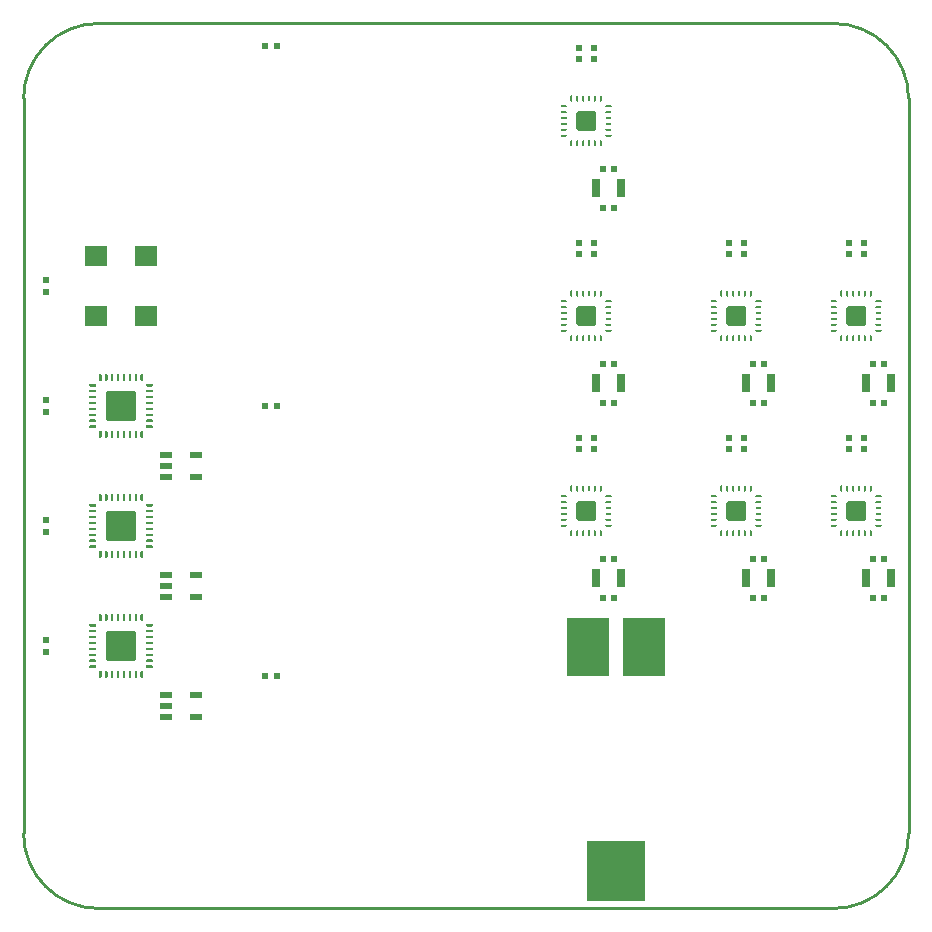
<source format=gtp>
G04 #@! TF.GenerationSoftware,KiCad,Pcbnew,6.0.0-rc1-unknown-4a641ec~66~ubuntu18.04.1*
G04 #@! TF.CreationDate,2019-02-05T16:16:11-05:00
G04 #@! TF.ProjectId,ethoscope_stepper_controller_3x3,6574686f-7363-46f7-9065-5f7374657070,1.1*
G04 #@! TF.SameCoordinates,Original*
G04 #@! TF.FileFunction,Paste,Top*
G04 #@! TF.FilePolarity,Positive*
%FSLAX46Y46*%
G04 Gerber Fmt 4.6, Leading zero omitted, Abs format (unit mm)*
G04 Created by KiCad (PCBNEW 6.0.0-rc1-unknown-4a641ec~66~ubuntu18.04.1) date 2019-02-05 16:16:11*
%MOMM*%
%LPD*%
G04 APERTURE LIST*
%ADD10C,0.228600*%
%ADD11C,0.100000*%
%ADD12C,1.637200*%
%ADD13C,0.170000*%
%ADD14C,2.587201*%
%ADD15C,0.220000*%
%ADD16R,1.020000X0.520000*%
%ADD17R,3.670000X4.920000*%
%ADD18R,4.920000X5.120000*%
%ADD19R,1.920000X1.720000*%
%ADD20R,0.707400X1.520200*%
%ADD21R,0.620000X0.520000*%
%ADD22R,0.520000X0.620000*%
G04 APERTURE END LIST*
D10*
X189865000Y-132715000D02*
X189865000Y-70485000D01*
X121285000Y-139065000D02*
X183515000Y-139065000D01*
X114935000Y-70485000D02*
X114935000Y-132715000D01*
X121285000Y-64135000D02*
X183515000Y-64135000D01*
X189865000Y-132715000D02*
G75*
G02X183515000Y-139065000I-6350000J0D01*
G01*
X121285000Y-139065000D02*
G75*
G02X114935000Y-132715000I0J6350000D01*
G01*
X183515000Y-64135000D02*
G75*
G02X189865000Y-70485000I0J-6350000D01*
G01*
X114935000Y-70485000D02*
G75*
G02X121285000Y-64135000I6350000J0D01*
G01*
D11*
G36*
X163230927Y-71572188D02*
G01*
X163246820Y-71574546D01*
X163262405Y-71578450D01*
X163277533Y-71583862D01*
X163292057Y-71590732D01*
X163305838Y-71598992D01*
X163318743Y-71608563D01*
X163330648Y-71619352D01*
X163341437Y-71631257D01*
X163351008Y-71644162D01*
X163359268Y-71657943D01*
X163366138Y-71672467D01*
X163371550Y-71687595D01*
X163375454Y-71703180D01*
X163377812Y-71719073D01*
X163378600Y-71735120D01*
X163378600Y-73044880D01*
X163377812Y-73060927D01*
X163375454Y-73076820D01*
X163371550Y-73092405D01*
X163366138Y-73107533D01*
X163359268Y-73122057D01*
X163351008Y-73135838D01*
X163341437Y-73148743D01*
X163330648Y-73160648D01*
X163318743Y-73171437D01*
X163305838Y-73181008D01*
X163292057Y-73189268D01*
X163277533Y-73196138D01*
X163262405Y-73201550D01*
X163246820Y-73205454D01*
X163230927Y-73207812D01*
X163214880Y-73208600D01*
X161905120Y-73208600D01*
X161889073Y-73207812D01*
X161873180Y-73205454D01*
X161857595Y-73201550D01*
X161842467Y-73196138D01*
X161827943Y-73189268D01*
X161814162Y-73181008D01*
X161801257Y-73171437D01*
X161789352Y-73160648D01*
X161778563Y-73148743D01*
X161768992Y-73135838D01*
X161760732Y-73122057D01*
X161753862Y-73107533D01*
X161748450Y-73092405D01*
X161744546Y-73076820D01*
X161742188Y-73060927D01*
X161741400Y-73044880D01*
X161741400Y-71735120D01*
X161742188Y-71719073D01*
X161744546Y-71703180D01*
X161748450Y-71687595D01*
X161753862Y-71672467D01*
X161760732Y-71657943D01*
X161768992Y-71644162D01*
X161778563Y-71631257D01*
X161789352Y-71619352D01*
X161801257Y-71608563D01*
X161814162Y-71598992D01*
X161827943Y-71590732D01*
X161842467Y-71583862D01*
X161857595Y-71578450D01*
X161873180Y-71574546D01*
X161889073Y-71572188D01*
X161905120Y-71571400D01*
X163214880Y-71571400D01*
X163230927Y-71572188D01*
X163230927Y-71572188D01*
G37*
D12*
X162560000Y-72390000D03*
D11*
G36*
X164643331Y-73555408D02*
G01*
X164651583Y-73556632D01*
X164659674Y-73558659D01*
X164667528Y-73561469D01*
X164675069Y-73565036D01*
X164682223Y-73569324D01*
X164688923Y-73574293D01*
X164695104Y-73579895D01*
X164700706Y-73586076D01*
X164705675Y-73592776D01*
X164709963Y-73599930D01*
X164713530Y-73607471D01*
X164716340Y-73615325D01*
X164718367Y-73623416D01*
X164719591Y-73631668D01*
X164720000Y-73639999D01*
X164720000Y-73640001D01*
X164719591Y-73648332D01*
X164718367Y-73656584D01*
X164716340Y-73664675D01*
X164713530Y-73672529D01*
X164709963Y-73680070D01*
X164705675Y-73687224D01*
X164700706Y-73693924D01*
X164695104Y-73700105D01*
X164688923Y-73705707D01*
X164682223Y-73710676D01*
X164675069Y-73714964D01*
X164667528Y-73718531D01*
X164659674Y-73721341D01*
X164651583Y-73723368D01*
X164643331Y-73724592D01*
X164635000Y-73725001D01*
X164285000Y-73725001D01*
X164276669Y-73724592D01*
X164268417Y-73723368D01*
X164260326Y-73721341D01*
X164252472Y-73718531D01*
X164244931Y-73714964D01*
X164237777Y-73710676D01*
X164231077Y-73705707D01*
X164224896Y-73700105D01*
X164219294Y-73693924D01*
X164214325Y-73687224D01*
X164210037Y-73680070D01*
X164206470Y-73672529D01*
X164203660Y-73664675D01*
X164201633Y-73656584D01*
X164200409Y-73648332D01*
X164200000Y-73640001D01*
X164200000Y-73639999D01*
X164200409Y-73631668D01*
X164201633Y-73623416D01*
X164203660Y-73615325D01*
X164206470Y-73607471D01*
X164210037Y-73599930D01*
X164214325Y-73592776D01*
X164219294Y-73586076D01*
X164224896Y-73579895D01*
X164231077Y-73574293D01*
X164237777Y-73569324D01*
X164244931Y-73565036D01*
X164252472Y-73561469D01*
X164260326Y-73558659D01*
X164268417Y-73556632D01*
X164276669Y-73555408D01*
X164285000Y-73554999D01*
X164635000Y-73554999D01*
X164643331Y-73555408D01*
X164643331Y-73555408D01*
G37*
D13*
X164460000Y-73640000D03*
D11*
G36*
X164643331Y-73055408D02*
G01*
X164651583Y-73056632D01*
X164659674Y-73058659D01*
X164667528Y-73061469D01*
X164675069Y-73065036D01*
X164682223Y-73069324D01*
X164688923Y-73074293D01*
X164695104Y-73079895D01*
X164700706Y-73086076D01*
X164705675Y-73092776D01*
X164709963Y-73099930D01*
X164713530Y-73107471D01*
X164716340Y-73115325D01*
X164718367Y-73123416D01*
X164719591Y-73131668D01*
X164720000Y-73139999D01*
X164720000Y-73140001D01*
X164719591Y-73148332D01*
X164718367Y-73156584D01*
X164716340Y-73164675D01*
X164713530Y-73172529D01*
X164709963Y-73180070D01*
X164705675Y-73187224D01*
X164700706Y-73193924D01*
X164695104Y-73200105D01*
X164688923Y-73205707D01*
X164682223Y-73210676D01*
X164675069Y-73214964D01*
X164667528Y-73218531D01*
X164659674Y-73221341D01*
X164651583Y-73223368D01*
X164643331Y-73224592D01*
X164635000Y-73225001D01*
X164285000Y-73225001D01*
X164276669Y-73224592D01*
X164268417Y-73223368D01*
X164260326Y-73221341D01*
X164252472Y-73218531D01*
X164244931Y-73214964D01*
X164237777Y-73210676D01*
X164231077Y-73205707D01*
X164224896Y-73200105D01*
X164219294Y-73193924D01*
X164214325Y-73187224D01*
X164210037Y-73180070D01*
X164206470Y-73172529D01*
X164203660Y-73164675D01*
X164201633Y-73156584D01*
X164200409Y-73148332D01*
X164200000Y-73140001D01*
X164200000Y-73139999D01*
X164200409Y-73131668D01*
X164201633Y-73123416D01*
X164203660Y-73115325D01*
X164206470Y-73107471D01*
X164210037Y-73099930D01*
X164214325Y-73092776D01*
X164219294Y-73086076D01*
X164224896Y-73079895D01*
X164231077Y-73074293D01*
X164237777Y-73069324D01*
X164244931Y-73065036D01*
X164252472Y-73061469D01*
X164260326Y-73058659D01*
X164268417Y-73056632D01*
X164276669Y-73055408D01*
X164285000Y-73054999D01*
X164635000Y-73054999D01*
X164643331Y-73055408D01*
X164643331Y-73055408D01*
G37*
D13*
X164460000Y-73140000D03*
D11*
G36*
X164643331Y-72555408D02*
G01*
X164651583Y-72556632D01*
X164659674Y-72558659D01*
X164667528Y-72561469D01*
X164675069Y-72565036D01*
X164682223Y-72569324D01*
X164688923Y-72574293D01*
X164695104Y-72579895D01*
X164700706Y-72586076D01*
X164705675Y-72592776D01*
X164709963Y-72599930D01*
X164713530Y-72607471D01*
X164716340Y-72615325D01*
X164718367Y-72623416D01*
X164719591Y-72631668D01*
X164720000Y-72639999D01*
X164720000Y-72640001D01*
X164719591Y-72648332D01*
X164718367Y-72656584D01*
X164716340Y-72664675D01*
X164713530Y-72672529D01*
X164709963Y-72680070D01*
X164705675Y-72687224D01*
X164700706Y-72693924D01*
X164695104Y-72700105D01*
X164688923Y-72705707D01*
X164682223Y-72710676D01*
X164675069Y-72714964D01*
X164667528Y-72718531D01*
X164659674Y-72721341D01*
X164651583Y-72723368D01*
X164643331Y-72724592D01*
X164635000Y-72725001D01*
X164285000Y-72725001D01*
X164276669Y-72724592D01*
X164268417Y-72723368D01*
X164260326Y-72721341D01*
X164252472Y-72718531D01*
X164244931Y-72714964D01*
X164237777Y-72710676D01*
X164231077Y-72705707D01*
X164224896Y-72700105D01*
X164219294Y-72693924D01*
X164214325Y-72687224D01*
X164210037Y-72680070D01*
X164206470Y-72672529D01*
X164203660Y-72664675D01*
X164201633Y-72656584D01*
X164200409Y-72648332D01*
X164200000Y-72640001D01*
X164200000Y-72639999D01*
X164200409Y-72631668D01*
X164201633Y-72623416D01*
X164203660Y-72615325D01*
X164206470Y-72607471D01*
X164210037Y-72599930D01*
X164214325Y-72592776D01*
X164219294Y-72586076D01*
X164224896Y-72579895D01*
X164231077Y-72574293D01*
X164237777Y-72569324D01*
X164244931Y-72565036D01*
X164252472Y-72561469D01*
X164260326Y-72558659D01*
X164268417Y-72556632D01*
X164276669Y-72555408D01*
X164285000Y-72554999D01*
X164635000Y-72554999D01*
X164643331Y-72555408D01*
X164643331Y-72555408D01*
G37*
D13*
X164460000Y-72640000D03*
D11*
G36*
X164643331Y-72055408D02*
G01*
X164651583Y-72056632D01*
X164659674Y-72058659D01*
X164667528Y-72061469D01*
X164675069Y-72065036D01*
X164682223Y-72069324D01*
X164688923Y-72074293D01*
X164695104Y-72079895D01*
X164700706Y-72086076D01*
X164705675Y-72092776D01*
X164709963Y-72099930D01*
X164713530Y-72107471D01*
X164716340Y-72115325D01*
X164718367Y-72123416D01*
X164719591Y-72131668D01*
X164720000Y-72139999D01*
X164720000Y-72140001D01*
X164719591Y-72148332D01*
X164718367Y-72156584D01*
X164716340Y-72164675D01*
X164713530Y-72172529D01*
X164709963Y-72180070D01*
X164705675Y-72187224D01*
X164700706Y-72193924D01*
X164695104Y-72200105D01*
X164688923Y-72205707D01*
X164682223Y-72210676D01*
X164675069Y-72214964D01*
X164667528Y-72218531D01*
X164659674Y-72221341D01*
X164651583Y-72223368D01*
X164643331Y-72224592D01*
X164635000Y-72225001D01*
X164285000Y-72225001D01*
X164276669Y-72224592D01*
X164268417Y-72223368D01*
X164260326Y-72221341D01*
X164252472Y-72218531D01*
X164244931Y-72214964D01*
X164237777Y-72210676D01*
X164231077Y-72205707D01*
X164224896Y-72200105D01*
X164219294Y-72193924D01*
X164214325Y-72187224D01*
X164210037Y-72180070D01*
X164206470Y-72172529D01*
X164203660Y-72164675D01*
X164201633Y-72156584D01*
X164200409Y-72148332D01*
X164200000Y-72140001D01*
X164200000Y-72139999D01*
X164200409Y-72131668D01*
X164201633Y-72123416D01*
X164203660Y-72115325D01*
X164206470Y-72107471D01*
X164210037Y-72099930D01*
X164214325Y-72092776D01*
X164219294Y-72086076D01*
X164224896Y-72079895D01*
X164231077Y-72074293D01*
X164237777Y-72069324D01*
X164244931Y-72065036D01*
X164252472Y-72061469D01*
X164260326Y-72058659D01*
X164268417Y-72056632D01*
X164276669Y-72055408D01*
X164285000Y-72054999D01*
X164635000Y-72054999D01*
X164643331Y-72055408D01*
X164643331Y-72055408D01*
G37*
D13*
X164460000Y-72140000D03*
D11*
G36*
X164643331Y-71555408D02*
G01*
X164651583Y-71556632D01*
X164659674Y-71558659D01*
X164667528Y-71561469D01*
X164675069Y-71565036D01*
X164682223Y-71569324D01*
X164688923Y-71574293D01*
X164695104Y-71579895D01*
X164700706Y-71586076D01*
X164705675Y-71592776D01*
X164709963Y-71599930D01*
X164713530Y-71607471D01*
X164716340Y-71615325D01*
X164718367Y-71623416D01*
X164719591Y-71631668D01*
X164720000Y-71639999D01*
X164720000Y-71640001D01*
X164719591Y-71648332D01*
X164718367Y-71656584D01*
X164716340Y-71664675D01*
X164713530Y-71672529D01*
X164709963Y-71680070D01*
X164705675Y-71687224D01*
X164700706Y-71693924D01*
X164695104Y-71700105D01*
X164688923Y-71705707D01*
X164682223Y-71710676D01*
X164675069Y-71714964D01*
X164667528Y-71718531D01*
X164659674Y-71721341D01*
X164651583Y-71723368D01*
X164643331Y-71724592D01*
X164635000Y-71725001D01*
X164285000Y-71725001D01*
X164276669Y-71724592D01*
X164268417Y-71723368D01*
X164260326Y-71721341D01*
X164252472Y-71718531D01*
X164244931Y-71714964D01*
X164237777Y-71710676D01*
X164231077Y-71705707D01*
X164224896Y-71700105D01*
X164219294Y-71693924D01*
X164214325Y-71687224D01*
X164210037Y-71680070D01*
X164206470Y-71672529D01*
X164203660Y-71664675D01*
X164201633Y-71656584D01*
X164200409Y-71648332D01*
X164200000Y-71640001D01*
X164200000Y-71639999D01*
X164200409Y-71631668D01*
X164201633Y-71623416D01*
X164203660Y-71615325D01*
X164206470Y-71607471D01*
X164210037Y-71599930D01*
X164214325Y-71592776D01*
X164219294Y-71586076D01*
X164224896Y-71579895D01*
X164231077Y-71574293D01*
X164237777Y-71569324D01*
X164244931Y-71565036D01*
X164252472Y-71561469D01*
X164260326Y-71558659D01*
X164268417Y-71556632D01*
X164276669Y-71555408D01*
X164285000Y-71554999D01*
X164635000Y-71554999D01*
X164643331Y-71555408D01*
X164643331Y-71555408D01*
G37*
D13*
X164460000Y-71640000D03*
D11*
G36*
X164643331Y-71055408D02*
G01*
X164651583Y-71056632D01*
X164659674Y-71058659D01*
X164667528Y-71061469D01*
X164675069Y-71065036D01*
X164682223Y-71069324D01*
X164688923Y-71074293D01*
X164695104Y-71079895D01*
X164700706Y-71086076D01*
X164705675Y-71092776D01*
X164709963Y-71099930D01*
X164713530Y-71107471D01*
X164716340Y-71115325D01*
X164718367Y-71123416D01*
X164719591Y-71131668D01*
X164720000Y-71139999D01*
X164720000Y-71140001D01*
X164719591Y-71148332D01*
X164718367Y-71156584D01*
X164716340Y-71164675D01*
X164713530Y-71172529D01*
X164709963Y-71180070D01*
X164705675Y-71187224D01*
X164700706Y-71193924D01*
X164695104Y-71200105D01*
X164688923Y-71205707D01*
X164682223Y-71210676D01*
X164675069Y-71214964D01*
X164667528Y-71218531D01*
X164659674Y-71221341D01*
X164651583Y-71223368D01*
X164643331Y-71224592D01*
X164635000Y-71225001D01*
X164285000Y-71225001D01*
X164276669Y-71224592D01*
X164268417Y-71223368D01*
X164260326Y-71221341D01*
X164252472Y-71218531D01*
X164244931Y-71214964D01*
X164237777Y-71210676D01*
X164231077Y-71205707D01*
X164224896Y-71200105D01*
X164219294Y-71193924D01*
X164214325Y-71187224D01*
X164210037Y-71180070D01*
X164206470Y-71172529D01*
X164203660Y-71164675D01*
X164201633Y-71156584D01*
X164200409Y-71148332D01*
X164200000Y-71140001D01*
X164200000Y-71139999D01*
X164200409Y-71131668D01*
X164201633Y-71123416D01*
X164203660Y-71115325D01*
X164206470Y-71107471D01*
X164210037Y-71099930D01*
X164214325Y-71092776D01*
X164219294Y-71086076D01*
X164224896Y-71079895D01*
X164231077Y-71074293D01*
X164237777Y-71069324D01*
X164244931Y-71065036D01*
X164252472Y-71061469D01*
X164260326Y-71058659D01*
X164268417Y-71056632D01*
X164276669Y-71055408D01*
X164285000Y-71054999D01*
X164635000Y-71054999D01*
X164643331Y-71055408D01*
X164643331Y-71055408D01*
G37*
D13*
X164460000Y-71140000D03*
D11*
G36*
X160843331Y-71055408D02*
G01*
X160851583Y-71056632D01*
X160859674Y-71058659D01*
X160867528Y-71061469D01*
X160875069Y-71065036D01*
X160882223Y-71069324D01*
X160888923Y-71074293D01*
X160895104Y-71079895D01*
X160900706Y-71086076D01*
X160905675Y-71092776D01*
X160909963Y-71099930D01*
X160913530Y-71107471D01*
X160916340Y-71115325D01*
X160918367Y-71123416D01*
X160919591Y-71131668D01*
X160920000Y-71139999D01*
X160920000Y-71140001D01*
X160919591Y-71148332D01*
X160918367Y-71156584D01*
X160916340Y-71164675D01*
X160913530Y-71172529D01*
X160909963Y-71180070D01*
X160905675Y-71187224D01*
X160900706Y-71193924D01*
X160895104Y-71200105D01*
X160888923Y-71205707D01*
X160882223Y-71210676D01*
X160875069Y-71214964D01*
X160867528Y-71218531D01*
X160859674Y-71221341D01*
X160851583Y-71223368D01*
X160843331Y-71224592D01*
X160835000Y-71225001D01*
X160485000Y-71225001D01*
X160476669Y-71224592D01*
X160468417Y-71223368D01*
X160460326Y-71221341D01*
X160452472Y-71218531D01*
X160444931Y-71214964D01*
X160437777Y-71210676D01*
X160431077Y-71205707D01*
X160424896Y-71200105D01*
X160419294Y-71193924D01*
X160414325Y-71187224D01*
X160410037Y-71180070D01*
X160406470Y-71172529D01*
X160403660Y-71164675D01*
X160401633Y-71156584D01*
X160400409Y-71148332D01*
X160400000Y-71140001D01*
X160400000Y-71139999D01*
X160400409Y-71131668D01*
X160401633Y-71123416D01*
X160403660Y-71115325D01*
X160406470Y-71107471D01*
X160410037Y-71099930D01*
X160414325Y-71092776D01*
X160419294Y-71086076D01*
X160424896Y-71079895D01*
X160431077Y-71074293D01*
X160437777Y-71069324D01*
X160444931Y-71065036D01*
X160452472Y-71061469D01*
X160460326Y-71058659D01*
X160468417Y-71056632D01*
X160476669Y-71055408D01*
X160485000Y-71054999D01*
X160835000Y-71054999D01*
X160843331Y-71055408D01*
X160843331Y-71055408D01*
G37*
D13*
X160660000Y-71140000D03*
D11*
G36*
X160843331Y-71555408D02*
G01*
X160851583Y-71556632D01*
X160859674Y-71558659D01*
X160867528Y-71561469D01*
X160875069Y-71565036D01*
X160882223Y-71569324D01*
X160888923Y-71574293D01*
X160895104Y-71579895D01*
X160900706Y-71586076D01*
X160905675Y-71592776D01*
X160909963Y-71599930D01*
X160913530Y-71607471D01*
X160916340Y-71615325D01*
X160918367Y-71623416D01*
X160919591Y-71631668D01*
X160920000Y-71639999D01*
X160920000Y-71640001D01*
X160919591Y-71648332D01*
X160918367Y-71656584D01*
X160916340Y-71664675D01*
X160913530Y-71672529D01*
X160909963Y-71680070D01*
X160905675Y-71687224D01*
X160900706Y-71693924D01*
X160895104Y-71700105D01*
X160888923Y-71705707D01*
X160882223Y-71710676D01*
X160875069Y-71714964D01*
X160867528Y-71718531D01*
X160859674Y-71721341D01*
X160851583Y-71723368D01*
X160843331Y-71724592D01*
X160835000Y-71725001D01*
X160485000Y-71725001D01*
X160476669Y-71724592D01*
X160468417Y-71723368D01*
X160460326Y-71721341D01*
X160452472Y-71718531D01*
X160444931Y-71714964D01*
X160437777Y-71710676D01*
X160431077Y-71705707D01*
X160424896Y-71700105D01*
X160419294Y-71693924D01*
X160414325Y-71687224D01*
X160410037Y-71680070D01*
X160406470Y-71672529D01*
X160403660Y-71664675D01*
X160401633Y-71656584D01*
X160400409Y-71648332D01*
X160400000Y-71640001D01*
X160400000Y-71639999D01*
X160400409Y-71631668D01*
X160401633Y-71623416D01*
X160403660Y-71615325D01*
X160406470Y-71607471D01*
X160410037Y-71599930D01*
X160414325Y-71592776D01*
X160419294Y-71586076D01*
X160424896Y-71579895D01*
X160431077Y-71574293D01*
X160437777Y-71569324D01*
X160444931Y-71565036D01*
X160452472Y-71561469D01*
X160460326Y-71558659D01*
X160468417Y-71556632D01*
X160476669Y-71555408D01*
X160485000Y-71554999D01*
X160835000Y-71554999D01*
X160843331Y-71555408D01*
X160843331Y-71555408D01*
G37*
D13*
X160660000Y-71640000D03*
D11*
G36*
X160843331Y-72055408D02*
G01*
X160851583Y-72056632D01*
X160859674Y-72058659D01*
X160867528Y-72061469D01*
X160875069Y-72065036D01*
X160882223Y-72069324D01*
X160888923Y-72074293D01*
X160895104Y-72079895D01*
X160900706Y-72086076D01*
X160905675Y-72092776D01*
X160909963Y-72099930D01*
X160913530Y-72107471D01*
X160916340Y-72115325D01*
X160918367Y-72123416D01*
X160919591Y-72131668D01*
X160920000Y-72139999D01*
X160920000Y-72140001D01*
X160919591Y-72148332D01*
X160918367Y-72156584D01*
X160916340Y-72164675D01*
X160913530Y-72172529D01*
X160909963Y-72180070D01*
X160905675Y-72187224D01*
X160900706Y-72193924D01*
X160895104Y-72200105D01*
X160888923Y-72205707D01*
X160882223Y-72210676D01*
X160875069Y-72214964D01*
X160867528Y-72218531D01*
X160859674Y-72221341D01*
X160851583Y-72223368D01*
X160843331Y-72224592D01*
X160835000Y-72225001D01*
X160485000Y-72225001D01*
X160476669Y-72224592D01*
X160468417Y-72223368D01*
X160460326Y-72221341D01*
X160452472Y-72218531D01*
X160444931Y-72214964D01*
X160437777Y-72210676D01*
X160431077Y-72205707D01*
X160424896Y-72200105D01*
X160419294Y-72193924D01*
X160414325Y-72187224D01*
X160410037Y-72180070D01*
X160406470Y-72172529D01*
X160403660Y-72164675D01*
X160401633Y-72156584D01*
X160400409Y-72148332D01*
X160400000Y-72140001D01*
X160400000Y-72139999D01*
X160400409Y-72131668D01*
X160401633Y-72123416D01*
X160403660Y-72115325D01*
X160406470Y-72107471D01*
X160410037Y-72099930D01*
X160414325Y-72092776D01*
X160419294Y-72086076D01*
X160424896Y-72079895D01*
X160431077Y-72074293D01*
X160437777Y-72069324D01*
X160444931Y-72065036D01*
X160452472Y-72061469D01*
X160460326Y-72058659D01*
X160468417Y-72056632D01*
X160476669Y-72055408D01*
X160485000Y-72054999D01*
X160835000Y-72054999D01*
X160843331Y-72055408D01*
X160843331Y-72055408D01*
G37*
D13*
X160660000Y-72140000D03*
D11*
G36*
X160843331Y-72555408D02*
G01*
X160851583Y-72556632D01*
X160859674Y-72558659D01*
X160867528Y-72561469D01*
X160875069Y-72565036D01*
X160882223Y-72569324D01*
X160888923Y-72574293D01*
X160895104Y-72579895D01*
X160900706Y-72586076D01*
X160905675Y-72592776D01*
X160909963Y-72599930D01*
X160913530Y-72607471D01*
X160916340Y-72615325D01*
X160918367Y-72623416D01*
X160919591Y-72631668D01*
X160920000Y-72639999D01*
X160920000Y-72640001D01*
X160919591Y-72648332D01*
X160918367Y-72656584D01*
X160916340Y-72664675D01*
X160913530Y-72672529D01*
X160909963Y-72680070D01*
X160905675Y-72687224D01*
X160900706Y-72693924D01*
X160895104Y-72700105D01*
X160888923Y-72705707D01*
X160882223Y-72710676D01*
X160875069Y-72714964D01*
X160867528Y-72718531D01*
X160859674Y-72721341D01*
X160851583Y-72723368D01*
X160843331Y-72724592D01*
X160835000Y-72725001D01*
X160485000Y-72725001D01*
X160476669Y-72724592D01*
X160468417Y-72723368D01*
X160460326Y-72721341D01*
X160452472Y-72718531D01*
X160444931Y-72714964D01*
X160437777Y-72710676D01*
X160431077Y-72705707D01*
X160424896Y-72700105D01*
X160419294Y-72693924D01*
X160414325Y-72687224D01*
X160410037Y-72680070D01*
X160406470Y-72672529D01*
X160403660Y-72664675D01*
X160401633Y-72656584D01*
X160400409Y-72648332D01*
X160400000Y-72640001D01*
X160400000Y-72639999D01*
X160400409Y-72631668D01*
X160401633Y-72623416D01*
X160403660Y-72615325D01*
X160406470Y-72607471D01*
X160410037Y-72599930D01*
X160414325Y-72592776D01*
X160419294Y-72586076D01*
X160424896Y-72579895D01*
X160431077Y-72574293D01*
X160437777Y-72569324D01*
X160444931Y-72565036D01*
X160452472Y-72561469D01*
X160460326Y-72558659D01*
X160468417Y-72556632D01*
X160476669Y-72555408D01*
X160485000Y-72554999D01*
X160835000Y-72554999D01*
X160843331Y-72555408D01*
X160843331Y-72555408D01*
G37*
D13*
X160660000Y-72640000D03*
D11*
G36*
X160843331Y-73055408D02*
G01*
X160851583Y-73056632D01*
X160859674Y-73058659D01*
X160867528Y-73061469D01*
X160875069Y-73065036D01*
X160882223Y-73069324D01*
X160888923Y-73074293D01*
X160895104Y-73079895D01*
X160900706Y-73086076D01*
X160905675Y-73092776D01*
X160909963Y-73099930D01*
X160913530Y-73107471D01*
X160916340Y-73115325D01*
X160918367Y-73123416D01*
X160919591Y-73131668D01*
X160920000Y-73139999D01*
X160920000Y-73140001D01*
X160919591Y-73148332D01*
X160918367Y-73156584D01*
X160916340Y-73164675D01*
X160913530Y-73172529D01*
X160909963Y-73180070D01*
X160905675Y-73187224D01*
X160900706Y-73193924D01*
X160895104Y-73200105D01*
X160888923Y-73205707D01*
X160882223Y-73210676D01*
X160875069Y-73214964D01*
X160867528Y-73218531D01*
X160859674Y-73221341D01*
X160851583Y-73223368D01*
X160843331Y-73224592D01*
X160835000Y-73225001D01*
X160485000Y-73225001D01*
X160476669Y-73224592D01*
X160468417Y-73223368D01*
X160460326Y-73221341D01*
X160452472Y-73218531D01*
X160444931Y-73214964D01*
X160437777Y-73210676D01*
X160431077Y-73205707D01*
X160424896Y-73200105D01*
X160419294Y-73193924D01*
X160414325Y-73187224D01*
X160410037Y-73180070D01*
X160406470Y-73172529D01*
X160403660Y-73164675D01*
X160401633Y-73156584D01*
X160400409Y-73148332D01*
X160400000Y-73140001D01*
X160400000Y-73139999D01*
X160400409Y-73131668D01*
X160401633Y-73123416D01*
X160403660Y-73115325D01*
X160406470Y-73107471D01*
X160410037Y-73099930D01*
X160414325Y-73092776D01*
X160419294Y-73086076D01*
X160424896Y-73079895D01*
X160431077Y-73074293D01*
X160437777Y-73069324D01*
X160444931Y-73065036D01*
X160452472Y-73061469D01*
X160460326Y-73058659D01*
X160468417Y-73056632D01*
X160476669Y-73055408D01*
X160485000Y-73054999D01*
X160835000Y-73054999D01*
X160843331Y-73055408D01*
X160843331Y-73055408D01*
G37*
D13*
X160660000Y-73140000D03*
D11*
G36*
X160843331Y-73555408D02*
G01*
X160851583Y-73556632D01*
X160859674Y-73558659D01*
X160867528Y-73561469D01*
X160875069Y-73565036D01*
X160882223Y-73569324D01*
X160888923Y-73574293D01*
X160895104Y-73579895D01*
X160900706Y-73586076D01*
X160905675Y-73592776D01*
X160909963Y-73599930D01*
X160913530Y-73607471D01*
X160916340Y-73615325D01*
X160918367Y-73623416D01*
X160919591Y-73631668D01*
X160920000Y-73639999D01*
X160920000Y-73640001D01*
X160919591Y-73648332D01*
X160918367Y-73656584D01*
X160916340Y-73664675D01*
X160913530Y-73672529D01*
X160909963Y-73680070D01*
X160905675Y-73687224D01*
X160900706Y-73693924D01*
X160895104Y-73700105D01*
X160888923Y-73705707D01*
X160882223Y-73710676D01*
X160875069Y-73714964D01*
X160867528Y-73718531D01*
X160859674Y-73721341D01*
X160851583Y-73723368D01*
X160843331Y-73724592D01*
X160835000Y-73725001D01*
X160485000Y-73725001D01*
X160476669Y-73724592D01*
X160468417Y-73723368D01*
X160460326Y-73721341D01*
X160452472Y-73718531D01*
X160444931Y-73714964D01*
X160437777Y-73710676D01*
X160431077Y-73705707D01*
X160424896Y-73700105D01*
X160419294Y-73693924D01*
X160414325Y-73687224D01*
X160410037Y-73680070D01*
X160406470Y-73672529D01*
X160403660Y-73664675D01*
X160401633Y-73656584D01*
X160400409Y-73648332D01*
X160400000Y-73640001D01*
X160400000Y-73639999D01*
X160400409Y-73631668D01*
X160401633Y-73623416D01*
X160403660Y-73615325D01*
X160406470Y-73607471D01*
X160410037Y-73599930D01*
X160414325Y-73592776D01*
X160419294Y-73586076D01*
X160424896Y-73579895D01*
X160431077Y-73574293D01*
X160437777Y-73569324D01*
X160444931Y-73565036D01*
X160452472Y-73561469D01*
X160460326Y-73558659D01*
X160468417Y-73556632D01*
X160476669Y-73555408D01*
X160485000Y-73554999D01*
X160835000Y-73554999D01*
X160843331Y-73555408D01*
X160843331Y-73555408D01*
G37*
D13*
X160660000Y-73640000D03*
D11*
G36*
X163818332Y-70230409D02*
G01*
X163826584Y-70231633D01*
X163834675Y-70233660D01*
X163842529Y-70236470D01*
X163850070Y-70240037D01*
X163857224Y-70244325D01*
X163863924Y-70249294D01*
X163870105Y-70254896D01*
X163875707Y-70261077D01*
X163880676Y-70267777D01*
X163884964Y-70274931D01*
X163888531Y-70282472D01*
X163891341Y-70290326D01*
X163893368Y-70298417D01*
X163894592Y-70306669D01*
X163895001Y-70315000D01*
X163895001Y-70665000D01*
X163894592Y-70673331D01*
X163893368Y-70681583D01*
X163891341Y-70689674D01*
X163888531Y-70697528D01*
X163884964Y-70705069D01*
X163880676Y-70712223D01*
X163875707Y-70718923D01*
X163870105Y-70725104D01*
X163863924Y-70730706D01*
X163857224Y-70735675D01*
X163850070Y-70739963D01*
X163842529Y-70743530D01*
X163834675Y-70746340D01*
X163826584Y-70748367D01*
X163818332Y-70749591D01*
X163810001Y-70750000D01*
X163809999Y-70750000D01*
X163801668Y-70749591D01*
X163793416Y-70748367D01*
X163785325Y-70746340D01*
X163777471Y-70743530D01*
X163769930Y-70739963D01*
X163762776Y-70735675D01*
X163756076Y-70730706D01*
X163749895Y-70725104D01*
X163744293Y-70718923D01*
X163739324Y-70712223D01*
X163735036Y-70705069D01*
X163731469Y-70697528D01*
X163728659Y-70689674D01*
X163726632Y-70681583D01*
X163725408Y-70673331D01*
X163724999Y-70665000D01*
X163724999Y-70315000D01*
X163725408Y-70306669D01*
X163726632Y-70298417D01*
X163728659Y-70290326D01*
X163731469Y-70282472D01*
X163735036Y-70274931D01*
X163739324Y-70267777D01*
X163744293Y-70261077D01*
X163749895Y-70254896D01*
X163756076Y-70249294D01*
X163762776Y-70244325D01*
X163769930Y-70240037D01*
X163777471Y-70236470D01*
X163785325Y-70233660D01*
X163793416Y-70231633D01*
X163801668Y-70230409D01*
X163809999Y-70230000D01*
X163810001Y-70230000D01*
X163818332Y-70230409D01*
X163818332Y-70230409D01*
G37*
D13*
X163810000Y-70490000D03*
D11*
G36*
X163318332Y-70230409D02*
G01*
X163326584Y-70231633D01*
X163334675Y-70233660D01*
X163342529Y-70236470D01*
X163350070Y-70240037D01*
X163357224Y-70244325D01*
X163363924Y-70249294D01*
X163370105Y-70254896D01*
X163375707Y-70261077D01*
X163380676Y-70267777D01*
X163384964Y-70274931D01*
X163388531Y-70282472D01*
X163391341Y-70290326D01*
X163393368Y-70298417D01*
X163394592Y-70306669D01*
X163395001Y-70315000D01*
X163395001Y-70665000D01*
X163394592Y-70673331D01*
X163393368Y-70681583D01*
X163391341Y-70689674D01*
X163388531Y-70697528D01*
X163384964Y-70705069D01*
X163380676Y-70712223D01*
X163375707Y-70718923D01*
X163370105Y-70725104D01*
X163363924Y-70730706D01*
X163357224Y-70735675D01*
X163350070Y-70739963D01*
X163342529Y-70743530D01*
X163334675Y-70746340D01*
X163326584Y-70748367D01*
X163318332Y-70749591D01*
X163310001Y-70750000D01*
X163309999Y-70750000D01*
X163301668Y-70749591D01*
X163293416Y-70748367D01*
X163285325Y-70746340D01*
X163277471Y-70743530D01*
X163269930Y-70739963D01*
X163262776Y-70735675D01*
X163256076Y-70730706D01*
X163249895Y-70725104D01*
X163244293Y-70718923D01*
X163239324Y-70712223D01*
X163235036Y-70705069D01*
X163231469Y-70697528D01*
X163228659Y-70689674D01*
X163226632Y-70681583D01*
X163225408Y-70673331D01*
X163224999Y-70665000D01*
X163224999Y-70315000D01*
X163225408Y-70306669D01*
X163226632Y-70298417D01*
X163228659Y-70290326D01*
X163231469Y-70282472D01*
X163235036Y-70274931D01*
X163239324Y-70267777D01*
X163244293Y-70261077D01*
X163249895Y-70254896D01*
X163256076Y-70249294D01*
X163262776Y-70244325D01*
X163269930Y-70240037D01*
X163277471Y-70236470D01*
X163285325Y-70233660D01*
X163293416Y-70231633D01*
X163301668Y-70230409D01*
X163309999Y-70230000D01*
X163310001Y-70230000D01*
X163318332Y-70230409D01*
X163318332Y-70230409D01*
G37*
D13*
X163310000Y-70490000D03*
D11*
G36*
X162818332Y-70230409D02*
G01*
X162826584Y-70231633D01*
X162834675Y-70233660D01*
X162842529Y-70236470D01*
X162850070Y-70240037D01*
X162857224Y-70244325D01*
X162863924Y-70249294D01*
X162870105Y-70254896D01*
X162875707Y-70261077D01*
X162880676Y-70267777D01*
X162884964Y-70274931D01*
X162888531Y-70282472D01*
X162891341Y-70290326D01*
X162893368Y-70298417D01*
X162894592Y-70306669D01*
X162895001Y-70315000D01*
X162895001Y-70665000D01*
X162894592Y-70673331D01*
X162893368Y-70681583D01*
X162891341Y-70689674D01*
X162888531Y-70697528D01*
X162884964Y-70705069D01*
X162880676Y-70712223D01*
X162875707Y-70718923D01*
X162870105Y-70725104D01*
X162863924Y-70730706D01*
X162857224Y-70735675D01*
X162850070Y-70739963D01*
X162842529Y-70743530D01*
X162834675Y-70746340D01*
X162826584Y-70748367D01*
X162818332Y-70749591D01*
X162810001Y-70750000D01*
X162809999Y-70750000D01*
X162801668Y-70749591D01*
X162793416Y-70748367D01*
X162785325Y-70746340D01*
X162777471Y-70743530D01*
X162769930Y-70739963D01*
X162762776Y-70735675D01*
X162756076Y-70730706D01*
X162749895Y-70725104D01*
X162744293Y-70718923D01*
X162739324Y-70712223D01*
X162735036Y-70705069D01*
X162731469Y-70697528D01*
X162728659Y-70689674D01*
X162726632Y-70681583D01*
X162725408Y-70673331D01*
X162724999Y-70665000D01*
X162724999Y-70315000D01*
X162725408Y-70306669D01*
X162726632Y-70298417D01*
X162728659Y-70290326D01*
X162731469Y-70282472D01*
X162735036Y-70274931D01*
X162739324Y-70267777D01*
X162744293Y-70261077D01*
X162749895Y-70254896D01*
X162756076Y-70249294D01*
X162762776Y-70244325D01*
X162769930Y-70240037D01*
X162777471Y-70236470D01*
X162785325Y-70233660D01*
X162793416Y-70231633D01*
X162801668Y-70230409D01*
X162809999Y-70230000D01*
X162810001Y-70230000D01*
X162818332Y-70230409D01*
X162818332Y-70230409D01*
G37*
D13*
X162810000Y-70490000D03*
D11*
G36*
X162318332Y-70230409D02*
G01*
X162326584Y-70231633D01*
X162334675Y-70233660D01*
X162342529Y-70236470D01*
X162350070Y-70240037D01*
X162357224Y-70244325D01*
X162363924Y-70249294D01*
X162370105Y-70254896D01*
X162375707Y-70261077D01*
X162380676Y-70267777D01*
X162384964Y-70274931D01*
X162388531Y-70282472D01*
X162391341Y-70290326D01*
X162393368Y-70298417D01*
X162394592Y-70306669D01*
X162395001Y-70315000D01*
X162395001Y-70665000D01*
X162394592Y-70673331D01*
X162393368Y-70681583D01*
X162391341Y-70689674D01*
X162388531Y-70697528D01*
X162384964Y-70705069D01*
X162380676Y-70712223D01*
X162375707Y-70718923D01*
X162370105Y-70725104D01*
X162363924Y-70730706D01*
X162357224Y-70735675D01*
X162350070Y-70739963D01*
X162342529Y-70743530D01*
X162334675Y-70746340D01*
X162326584Y-70748367D01*
X162318332Y-70749591D01*
X162310001Y-70750000D01*
X162309999Y-70750000D01*
X162301668Y-70749591D01*
X162293416Y-70748367D01*
X162285325Y-70746340D01*
X162277471Y-70743530D01*
X162269930Y-70739963D01*
X162262776Y-70735675D01*
X162256076Y-70730706D01*
X162249895Y-70725104D01*
X162244293Y-70718923D01*
X162239324Y-70712223D01*
X162235036Y-70705069D01*
X162231469Y-70697528D01*
X162228659Y-70689674D01*
X162226632Y-70681583D01*
X162225408Y-70673331D01*
X162224999Y-70665000D01*
X162224999Y-70315000D01*
X162225408Y-70306669D01*
X162226632Y-70298417D01*
X162228659Y-70290326D01*
X162231469Y-70282472D01*
X162235036Y-70274931D01*
X162239324Y-70267777D01*
X162244293Y-70261077D01*
X162249895Y-70254896D01*
X162256076Y-70249294D01*
X162262776Y-70244325D01*
X162269930Y-70240037D01*
X162277471Y-70236470D01*
X162285325Y-70233660D01*
X162293416Y-70231633D01*
X162301668Y-70230409D01*
X162309999Y-70230000D01*
X162310001Y-70230000D01*
X162318332Y-70230409D01*
X162318332Y-70230409D01*
G37*
D13*
X162310000Y-70490000D03*
D11*
G36*
X161818332Y-70230409D02*
G01*
X161826584Y-70231633D01*
X161834675Y-70233660D01*
X161842529Y-70236470D01*
X161850070Y-70240037D01*
X161857224Y-70244325D01*
X161863924Y-70249294D01*
X161870105Y-70254896D01*
X161875707Y-70261077D01*
X161880676Y-70267777D01*
X161884964Y-70274931D01*
X161888531Y-70282472D01*
X161891341Y-70290326D01*
X161893368Y-70298417D01*
X161894592Y-70306669D01*
X161895001Y-70315000D01*
X161895001Y-70665000D01*
X161894592Y-70673331D01*
X161893368Y-70681583D01*
X161891341Y-70689674D01*
X161888531Y-70697528D01*
X161884964Y-70705069D01*
X161880676Y-70712223D01*
X161875707Y-70718923D01*
X161870105Y-70725104D01*
X161863924Y-70730706D01*
X161857224Y-70735675D01*
X161850070Y-70739963D01*
X161842529Y-70743530D01*
X161834675Y-70746340D01*
X161826584Y-70748367D01*
X161818332Y-70749591D01*
X161810001Y-70750000D01*
X161809999Y-70750000D01*
X161801668Y-70749591D01*
X161793416Y-70748367D01*
X161785325Y-70746340D01*
X161777471Y-70743530D01*
X161769930Y-70739963D01*
X161762776Y-70735675D01*
X161756076Y-70730706D01*
X161749895Y-70725104D01*
X161744293Y-70718923D01*
X161739324Y-70712223D01*
X161735036Y-70705069D01*
X161731469Y-70697528D01*
X161728659Y-70689674D01*
X161726632Y-70681583D01*
X161725408Y-70673331D01*
X161724999Y-70665000D01*
X161724999Y-70315000D01*
X161725408Y-70306669D01*
X161726632Y-70298417D01*
X161728659Y-70290326D01*
X161731469Y-70282472D01*
X161735036Y-70274931D01*
X161739324Y-70267777D01*
X161744293Y-70261077D01*
X161749895Y-70254896D01*
X161756076Y-70249294D01*
X161762776Y-70244325D01*
X161769930Y-70240037D01*
X161777471Y-70236470D01*
X161785325Y-70233660D01*
X161793416Y-70231633D01*
X161801668Y-70230409D01*
X161809999Y-70230000D01*
X161810001Y-70230000D01*
X161818332Y-70230409D01*
X161818332Y-70230409D01*
G37*
D13*
X161810000Y-70490000D03*
D11*
G36*
X161318332Y-70230409D02*
G01*
X161326584Y-70231633D01*
X161334675Y-70233660D01*
X161342529Y-70236470D01*
X161350070Y-70240037D01*
X161357224Y-70244325D01*
X161363924Y-70249294D01*
X161370105Y-70254896D01*
X161375707Y-70261077D01*
X161380676Y-70267777D01*
X161384964Y-70274931D01*
X161388531Y-70282472D01*
X161391341Y-70290326D01*
X161393368Y-70298417D01*
X161394592Y-70306669D01*
X161395001Y-70315000D01*
X161395001Y-70665000D01*
X161394592Y-70673331D01*
X161393368Y-70681583D01*
X161391341Y-70689674D01*
X161388531Y-70697528D01*
X161384964Y-70705069D01*
X161380676Y-70712223D01*
X161375707Y-70718923D01*
X161370105Y-70725104D01*
X161363924Y-70730706D01*
X161357224Y-70735675D01*
X161350070Y-70739963D01*
X161342529Y-70743530D01*
X161334675Y-70746340D01*
X161326584Y-70748367D01*
X161318332Y-70749591D01*
X161310001Y-70750000D01*
X161309999Y-70750000D01*
X161301668Y-70749591D01*
X161293416Y-70748367D01*
X161285325Y-70746340D01*
X161277471Y-70743530D01*
X161269930Y-70739963D01*
X161262776Y-70735675D01*
X161256076Y-70730706D01*
X161249895Y-70725104D01*
X161244293Y-70718923D01*
X161239324Y-70712223D01*
X161235036Y-70705069D01*
X161231469Y-70697528D01*
X161228659Y-70689674D01*
X161226632Y-70681583D01*
X161225408Y-70673331D01*
X161224999Y-70665000D01*
X161224999Y-70315000D01*
X161225408Y-70306669D01*
X161226632Y-70298417D01*
X161228659Y-70290326D01*
X161231469Y-70282472D01*
X161235036Y-70274931D01*
X161239324Y-70267777D01*
X161244293Y-70261077D01*
X161249895Y-70254896D01*
X161256076Y-70249294D01*
X161262776Y-70244325D01*
X161269930Y-70240037D01*
X161277471Y-70236470D01*
X161285325Y-70233660D01*
X161293416Y-70231633D01*
X161301668Y-70230409D01*
X161309999Y-70230000D01*
X161310001Y-70230000D01*
X161318332Y-70230409D01*
X161318332Y-70230409D01*
G37*
D13*
X161310000Y-70490000D03*
D11*
G36*
X161318332Y-74030409D02*
G01*
X161326584Y-74031633D01*
X161334675Y-74033660D01*
X161342529Y-74036470D01*
X161350070Y-74040037D01*
X161357224Y-74044325D01*
X161363924Y-74049294D01*
X161370105Y-74054896D01*
X161375707Y-74061077D01*
X161380676Y-74067777D01*
X161384964Y-74074931D01*
X161388531Y-74082472D01*
X161391341Y-74090326D01*
X161393368Y-74098417D01*
X161394592Y-74106669D01*
X161395001Y-74115000D01*
X161395001Y-74465000D01*
X161394592Y-74473331D01*
X161393368Y-74481583D01*
X161391341Y-74489674D01*
X161388531Y-74497528D01*
X161384964Y-74505069D01*
X161380676Y-74512223D01*
X161375707Y-74518923D01*
X161370105Y-74525104D01*
X161363924Y-74530706D01*
X161357224Y-74535675D01*
X161350070Y-74539963D01*
X161342529Y-74543530D01*
X161334675Y-74546340D01*
X161326584Y-74548367D01*
X161318332Y-74549591D01*
X161310001Y-74550000D01*
X161309999Y-74550000D01*
X161301668Y-74549591D01*
X161293416Y-74548367D01*
X161285325Y-74546340D01*
X161277471Y-74543530D01*
X161269930Y-74539963D01*
X161262776Y-74535675D01*
X161256076Y-74530706D01*
X161249895Y-74525104D01*
X161244293Y-74518923D01*
X161239324Y-74512223D01*
X161235036Y-74505069D01*
X161231469Y-74497528D01*
X161228659Y-74489674D01*
X161226632Y-74481583D01*
X161225408Y-74473331D01*
X161224999Y-74465000D01*
X161224999Y-74115000D01*
X161225408Y-74106669D01*
X161226632Y-74098417D01*
X161228659Y-74090326D01*
X161231469Y-74082472D01*
X161235036Y-74074931D01*
X161239324Y-74067777D01*
X161244293Y-74061077D01*
X161249895Y-74054896D01*
X161256076Y-74049294D01*
X161262776Y-74044325D01*
X161269930Y-74040037D01*
X161277471Y-74036470D01*
X161285325Y-74033660D01*
X161293416Y-74031633D01*
X161301668Y-74030409D01*
X161309999Y-74030000D01*
X161310001Y-74030000D01*
X161318332Y-74030409D01*
X161318332Y-74030409D01*
G37*
D13*
X161310000Y-74290000D03*
D11*
G36*
X161818332Y-74030409D02*
G01*
X161826584Y-74031633D01*
X161834675Y-74033660D01*
X161842529Y-74036470D01*
X161850070Y-74040037D01*
X161857224Y-74044325D01*
X161863924Y-74049294D01*
X161870105Y-74054896D01*
X161875707Y-74061077D01*
X161880676Y-74067777D01*
X161884964Y-74074931D01*
X161888531Y-74082472D01*
X161891341Y-74090326D01*
X161893368Y-74098417D01*
X161894592Y-74106669D01*
X161895001Y-74115000D01*
X161895001Y-74465000D01*
X161894592Y-74473331D01*
X161893368Y-74481583D01*
X161891341Y-74489674D01*
X161888531Y-74497528D01*
X161884964Y-74505069D01*
X161880676Y-74512223D01*
X161875707Y-74518923D01*
X161870105Y-74525104D01*
X161863924Y-74530706D01*
X161857224Y-74535675D01*
X161850070Y-74539963D01*
X161842529Y-74543530D01*
X161834675Y-74546340D01*
X161826584Y-74548367D01*
X161818332Y-74549591D01*
X161810001Y-74550000D01*
X161809999Y-74550000D01*
X161801668Y-74549591D01*
X161793416Y-74548367D01*
X161785325Y-74546340D01*
X161777471Y-74543530D01*
X161769930Y-74539963D01*
X161762776Y-74535675D01*
X161756076Y-74530706D01*
X161749895Y-74525104D01*
X161744293Y-74518923D01*
X161739324Y-74512223D01*
X161735036Y-74505069D01*
X161731469Y-74497528D01*
X161728659Y-74489674D01*
X161726632Y-74481583D01*
X161725408Y-74473331D01*
X161724999Y-74465000D01*
X161724999Y-74115000D01*
X161725408Y-74106669D01*
X161726632Y-74098417D01*
X161728659Y-74090326D01*
X161731469Y-74082472D01*
X161735036Y-74074931D01*
X161739324Y-74067777D01*
X161744293Y-74061077D01*
X161749895Y-74054896D01*
X161756076Y-74049294D01*
X161762776Y-74044325D01*
X161769930Y-74040037D01*
X161777471Y-74036470D01*
X161785325Y-74033660D01*
X161793416Y-74031633D01*
X161801668Y-74030409D01*
X161809999Y-74030000D01*
X161810001Y-74030000D01*
X161818332Y-74030409D01*
X161818332Y-74030409D01*
G37*
D13*
X161810000Y-74290000D03*
D11*
G36*
X162318332Y-74030409D02*
G01*
X162326584Y-74031633D01*
X162334675Y-74033660D01*
X162342529Y-74036470D01*
X162350070Y-74040037D01*
X162357224Y-74044325D01*
X162363924Y-74049294D01*
X162370105Y-74054896D01*
X162375707Y-74061077D01*
X162380676Y-74067777D01*
X162384964Y-74074931D01*
X162388531Y-74082472D01*
X162391341Y-74090326D01*
X162393368Y-74098417D01*
X162394592Y-74106669D01*
X162395001Y-74115000D01*
X162395001Y-74465000D01*
X162394592Y-74473331D01*
X162393368Y-74481583D01*
X162391341Y-74489674D01*
X162388531Y-74497528D01*
X162384964Y-74505069D01*
X162380676Y-74512223D01*
X162375707Y-74518923D01*
X162370105Y-74525104D01*
X162363924Y-74530706D01*
X162357224Y-74535675D01*
X162350070Y-74539963D01*
X162342529Y-74543530D01*
X162334675Y-74546340D01*
X162326584Y-74548367D01*
X162318332Y-74549591D01*
X162310001Y-74550000D01*
X162309999Y-74550000D01*
X162301668Y-74549591D01*
X162293416Y-74548367D01*
X162285325Y-74546340D01*
X162277471Y-74543530D01*
X162269930Y-74539963D01*
X162262776Y-74535675D01*
X162256076Y-74530706D01*
X162249895Y-74525104D01*
X162244293Y-74518923D01*
X162239324Y-74512223D01*
X162235036Y-74505069D01*
X162231469Y-74497528D01*
X162228659Y-74489674D01*
X162226632Y-74481583D01*
X162225408Y-74473331D01*
X162224999Y-74465000D01*
X162224999Y-74115000D01*
X162225408Y-74106669D01*
X162226632Y-74098417D01*
X162228659Y-74090326D01*
X162231469Y-74082472D01*
X162235036Y-74074931D01*
X162239324Y-74067777D01*
X162244293Y-74061077D01*
X162249895Y-74054896D01*
X162256076Y-74049294D01*
X162262776Y-74044325D01*
X162269930Y-74040037D01*
X162277471Y-74036470D01*
X162285325Y-74033660D01*
X162293416Y-74031633D01*
X162301668Y-74030409D01*
X162309999Y-74030000D01*
X162310001Y-74030000D01*
X162318332Y-74030409D01*
X162318332Y-74030409D01*
G37*
D13*
X162310000Y-74290000D03*
D11*
G36*
X162818332Y-74030409D02*
G01*
X162826584Y-74031633D01*
X162834675Y-74033660D01*
X162842529Y-74036470D01*
X162850070Y-74040037D01*
X162857224Y-74044325D01*
X162863924Y-74049294D01*
X162870105Y-74054896D01*
X162875707Y-74061077D01*
X162880676Y-74067777D01*
X162884964Y-74074931D01*
X162888531Y-74082472D01*
X162891341Y-74090326D01*
X162893368Y-74098417D01*
X162894592Y-74106669D01*
X162895001Y-74115000D01*
X162895001Y-74465000D01*
X162894592Y-74473331D01*
X162893368Y-74481583D01*
X162891341Y-74489674D01*
X162888531Y-74497528D01*
X162884964Y-74505069D01*
X162880676Y-74512223D01*
X162875707Y-74518923D01*
X162870105Y-74525104D01*
X162863924Y-74530706D01*
X162857224Y-74535675D01*
X162850070Y-74539963D01*
X162842529Y-74543530D01*
X162834675Y-74546340D01*
X162826584Y-74548367D01*
X162818332Y-74549591D01*
X162810001Y-74550000D01*
X162809999Y-74550000D01*
X162801668Y-74549591D01*
X162793416Y-74548367D01*
X162785325Y-74546340D01*
X162777471Y-74543530D01*
X162769930Y-74539963D01*
X162762776Y-74535675D01*
X162756076Y-74530706D01*
X162749895Y-74525104D01*
X162744293Y-74518923D01*
X162739324Y-74512223D01*
X162735036Y-74505069D01*
X162731469Y-74497528D01*
X162728659Y-74489674D01*
X162726632Y-74481583D01*
X162725408Y-74473331D01*
X162724999Y-74465000D01*
X162724999Y-74115000D01*
X162725408Y-74106669D01*
X162726632Y-74098417D01*
X162728659Y-74090326D01*
X162731469Y-74082472D01*
X162735036Y-74074931D01*
X162739324Y-74067777D01*
X162744293Y-74061077D01*
X162749895Y-74054896D01*
X162756076Y-74049294D01*
X162762776Y-74044325D01*
X162769930Y-74040037D01*
X162777471Y-74036470D01*
X162785325Y-74033660D01*
X162793416Y-74031633D01*
X162801668Y-74030409D01*
X162809999Y-74030000D01*
X162810001Y-74030000D01*
X162818332Y-74030409D01*
X162818332Y-74030409D01*
G37*
D13*
X162810000Y-74290000D03*
D11*
G36*
X163318332Y-74030409D02*
G01*
X163326584Y-74031633D01*
X163334675Y-74033660D01*
X163342529Y-74036470D01*
X163350070Y-74040037D01*
X163357224Y-74044325D01*
X163363924Y-74049294D01*
X163370105Y-74054896D01*
X163375707Y-74061077D01*
X163380676Y-74067777D01*
X163384964Y-74074931D01*
X163388531Y-74082472D01*
X163391341Y-74090326D01*
X163393368Y-74098417D01*
X163394592Y-74106669D01*
X163395001Y-74115000D01*
X163395001Y-74465000D01*
X163394592Y-74473331D01*
X163393368Y-74481583D01*
X163391341Y-74489674D01*
X163388531Y-74497528D01*
X163384964Y-74505069D01*
X163380676Y-74512223D01*
X163375707Y-74518923D01*
X163370105Y-74525104D01*
X163363924Y-74530706D01*
X163357224Y-74535675D01*
X163350070Y-74539963D01*
X163342529Y-74543530D01*
X163334675Y-74546340D01*
X163326584Y-74548367D01*
X163318332Y-74549591D01*
X163310001Y-74550000D01*
X163309999Y-74550000D01*
X163301668Y-74549591D01*
X163293416Y-74548367D01*
X163285325Y-74546340D01*
X163277471Y-74543530D01*
X163269930Y-74539963D01*
X163262776Y-74535675D01*
X163256076Y-74530706D01*
X163249895Y-74525104D01*
X163244293Y-74518923D01*
X163239324Y-74512223D01*
X163235036Y-74505069D01*
X163231469Y-74497528D01*
X163228659Y-74489674D01*
X163226632Y-74481583D01*
X163225408Y-74473331D01*
X163224999Y-74465000D01*
X163224999Y-74115000D01*
X163225408Y-74106669D01*
X163226632Y-74098417D01*
X163228659Y-74090326D01*
X163231469Y-74082472D01*
X163235036Y-74074931D01*
X163239324Y-74067777D01*
X163244293Y-74061077D01*
X163249895Y-74054896D01*
X163256076Y-74049294D01*
X163262776Y-74044325D01*
X163269930Y-74040037D01*
X163277471Y-74036470D01*
X163285325Y-74033660D01*
X163293416Y-74031633D01*
X163301668Y-74030409D01*
X163309999Y-74030000D01*
X163310001Y-74030000D01*
X163318332Y-74030409D01*
X163318332Y-74030409D01*
G37*
D13*
X163310000Y-74290000D03*
D11*
G36*
X163818332Y-74030409D02*
G01*
X163826584Y-74031633D01*
X163834675Y-74033660D01*
X163842529Y-74036470D01*
X163850070Y-74040037D01*
X163857224Y-74044325D01*
X163863924Y-74049294D01*
X163870105Y-74054896D01*
X163875707Y-74061077D01*
X163880676Y-74067777D01*
X163884964Y-74074931D01*
X163888531Y-74082472D01*
X163891341Y-74090326D01*
X163893368Y-74098417D01*
X163894592Y-74106669D01*
X163895001Y-74115000D01*
X163895001Y-74465000D01*
X163894592Y-74473331D01*
X163893368Y-74481583D01*
X163891341Y-74489674D01*
X163888531Y-74497528D01*
X163884964Y-74505069D01*
X163880676Y-74512223D01*
X163875707Y-74518923D01*
X163870105Y-74525104D01*
X163863924Y-74530706D01*
X163857224Y-74535675D01*
X163850070Y-74539963D01*
X163842529Y-74543530D01*
X163834675Y-74546340D01*
X163826584Y-74548367D01*
X163818332Y-74549591D01*
X163810001Y-74550000D01*
X163809999Y-74550000D01*
X163801668Y-74549591D01*
X163793416Y-74548367D01*
X163785325Y-74546340D01*
X163777471Y-74543530D01*
X163769930Y-74539963D01*
X163762776Y-74535675D01*
X163756076Y-74530706D01*
X163749895Y-74525104D01*
X163744293Y-74518923D01*
X163739324Y-74512223D01*
X163735036Y-74505069D01*
X163731469Y-74497528D01*
X163728659Y-74489674D01*
X163726632Y-74481583D01*
X163725408Y-74473331D01*
X163724999Y-74465000D01*
X163724999Y-74115000D01*
X163725408Y-74106669D01*
X163726632Y-74098417D01*
X163728659Y-74090326D01*
X163731469Y-74082472D01*
X163735036Y-74074931D01*
X163739324Y-74067777D01*
X163744293Y-74061077D01*
X163749895Y-74054896D01*
X163756076Y-74049294D01*
X163762776Y-74044325D01*
X163769930Y-74040037D01*
X163777471Y-74036470D01*
X163785325Y-74033660D01*
X163793416Y-74031633D01*
X163801668Y-74030409D01*
X163809999Y-74030000D01*
X163810001Y-74030000D01*
X163818332Y-74030409D01*
X163818332Y-74030409D01*
G37*
D13*
X163810000Y-74290000D03*
D11*
G36*
X186090927Y-88082188D02*
G01*
X186106820Y-88084546D01*
X186122405Y-88088450D01*
X186137533Y-88093862D01*
X186152057Y-88100732D01*
X186165838Y-88108992D01*
X186178743Y-88118563D01*
X186190648Y-88129352D01*
X186201437Y-88141257D01*
X186211008Y-88154162D01*
X186219268Y-88167943D01*
X186226138Y-88182467D01*
X186231550Y-88197595D01*
X186235454Y-88213180D01*
X186237812Y-88229073D01*
X186238600Y-88245120D01*
X186238600Y-89554880D01*
X186237812Y-89570927D01*
X186235454Y-89586820D01*
X186231550Y-89602405D01*
X186226138Y-89617533D01*
X186219268Y-89632057D01*
X186211008Y-89645838D01*
X186201437Y-89658743D01*
X186190648Y-89670648D01*
X186178743Y-89681437D01*
X186165838Y-89691008D01*
X186152057Y-89699268D01*
X186137533Y-89706138D01*
X186122405Y-89711550D01*
X186106820Y-89715454D01*
X186090927Y-89717812D01*
X186074880Y-89718600D01*
X184765120Y-89718600D01*
X184749073Y-89717812D01*
X184733180Y-89715454D01*
X184717595Y-89711550D01*
X184702467Y-89706138D01*
X184687943Y-89699268D01*
X184674162Y-89691008D01*
X184661257Y-89681437D01*
X184649352Y-89670648D01*
X184638563Y-89658743D01*
X184628992Y-89645838D01*
X184620732Y-89632057D01*
X184613862Y-89617533D01*
X184608450Y-89602405D01*
X184604546Y-89586820D01*
X184602188Y-89570927D01*
X184601400Y-89554880D01*
X184601400Y-88245120D01*
X184602188Y-88229073D01*
X184604546Y-88213180D01*
X184608450Y-88197595D01*
X184613862Y-88182467D01*
X184620732Y-88167943D01*
X184628992Y-88154162D01*
X184638563Y-88141257D01*
X184649352Y-88129352D01*
X184661257Y-88118563D01*
X184674162Y-88108992D01*
X184687943Y-88100732D01*
X184702467Y-88093862D01*
X184717595Y-88088450D01*
X184733180Y-88084546D01*
X184749073Y-88082188D01*
X184765120Y-88081400D01*
X186074880Y-88081400D01*
X186090927Y-88082188D01*
X186090927Y-88082188D01*
G37*
D12*
X185420000Y-88900000D03*
D11*
G36*
X187503331Y-90065408D02*
G01*
X187511583Y-90066632D01*
X187519674Y-90068659D01*
X187527528Y-90071469D01*
X187535069Y-90075036D01*
X187542223Y-90079324D01*
X187548923Y-90084293D01*
X187555104Y-90089895D01*
X187560706Y-90096076D01*
X187565675Y-90102776D01*
X187569963Y-90109930D01*
X187573530Y-90117471D01*
X187576340Y-90125325D01*
X187578367Y-90133416D01*
X187579591Y-90141668D01*
X187580000Y-90149999D01*
X187580000Y-90150001D01*
X187579591Y-90158332D01*
X187578367Y-90166584D01*
X187576340Y-90174675D01*
X187573530Y-90182529D01*
X187569963Y-90190070D01*
X187565675Y-90197224D01*
X187560706Y-90203924D01*
X187555104Y-90210105D01*
X187548923Y-90215707D01*
X187542223Y-90220676D01*
X187535069Y-90224964D01*
X187527528Y-90228531D01*
X187519674Y-90231341D01*
X187511583Y-90233368D01*
X187503331Y-90234592D01*
X187495000Y-90235001D01*
X187145000Y-90235001D01*
X187136669Y-90234592D01*
X187128417Y-90233368D01*
X187120326Y-90231341D01*
X187112472Y-90228531D01*
X187104931Y-90224964D01*
X187097777Y-90220676D01*
X187091077Y-90215707D01*
X187084896Y-90210105D01*
X187079294Y-90203924D01*
X187074325Y-90197224D01*
X187070037Y-90190070D01*
X187066470Y-90182529D01*
X187063660Y-90174675D01*
X187061633Y-90166584D01*
X187060409Y-90158332D01*
X187060000Y-90150001D01*
X187060000Y-90149999D01*
X187060409Y-90141668D01*
X187061633Y-90133416D01*
X187063660Y-90125325D01*
X187066470Y-90117471D01*
X187070037Y-90109930D01*
X187074325Y-90102776D01*
X187079294Y-90096076D01*
X187084896Y-90089895D01*
X187091077Y-90084293D01*
X187097777Y-90079324D01*
X187104931Y-90075036D01*
X187112472Y-90071469D01*
X187120326Y-90068659D01*
X187128417Y-90066632D01*
X187136669Y-90065408D01*
X187145000Y-90064999D01*
X187495000Y-90064999D01*
X187503331Y-90065408D01*
X187503331Y-90065408D01*
G37*
D13*
X187320000Y-90150000D03*
D11*
G36*
X187503331Y-89565408D02*
G01*
X187511583Y-89566632D01*
X187519674Y-89568659D01*
X187527528Y-89571469D01*
X187535069Y-89575036D01*
X187542223Y-89579324D01*
X187548923Y-89584293D01*
X187555104Y-89589895D01*
X187560706Y-89596076D01*
X187565675Y-89602776D01*
X187569963Y-89609930D01*
X187573530Y-89617471D01*
X187576340Y-89625325D01*
X187578367Y-89633416D01*
X187579591Y-89641668D01*
X187580000Y-89649999D01*
X187580000Y-89650001D01*
X187579591Y-89658332D01*
X187578367Y-89666584D01*
X187576340Y-89674675D01*
X187573530Y-89682529D01*
X187569963Y-89690070D01*
X187565675Y-89697224D01*
X187560706Y-89703924D01*
X187555104Y-89710105D01*
X187548923Y-89715707D01*
X187542223Y-89720676D01*
X187535069Y-89724964D01*
X187527528Y-89728531D01*
X187519674Y-89731341D01*
X187511583Y-89733368D01*
X187503331Y-89734592D01*
X187495000Y-89735001D01*
X187145000Y-89735001D01*
X187136669Y-89734592D01*
X187128417Y-89733368D01*
X187120326Y-89731341D01*
X187112472Y-89728531D01*
X187104931Y-89724964D01*
X187097777Y-89720676D01*
X187091077Y-89715707D01*
X187084896Y-89710105D01*
X187079294Y-89703924D01*
X187074325Y-89697224D01*
X187070037Y-89690070D01*
X187066470Y-89682529D01*
X187063660Y-89674675D01*
X187061633Y-89666584D01*
X187060409Y-89658332D01*
X187060000Y-89650001D01*
X187060000Y-89649999D01*
X187060409Y-89641668D01*
X187061633Y-89633416D01*
X187063660Y-89625325D01*
X187066470Y-89617471D01*
X187070037Y-89609930D01*
X187074325Y-89602776D01*
X187079294Y-89596076D01*
X187084896Y-89589895D01*
X187091077Y-89584293D01*
X187097777Y-89579324D01*
X187104931Y-89575036D01*
X187112472Y-89571469D01*
X187120326Y-89568659D01*
X187128417Y-89566632D01*
X187136669Y-89565408D01*
X187145000Y-89564999D01*
X187495000Y-89564999D01*
X187503331Y-89565408D01*
X187503331Y-89565408D01*
G37*
D13*
X187320000Y-89650000D03*
D11*
G36*
X187503331Y-89065408D02*
G01*
X187511583Y-89066632D01*
X187519674Y-89068659D01*
X187527528Y-89071469D01*
X187535069Y-89075036D01*
X187542223Y-89079324D01*
X187548923Y-89084293D01*
X187555104Y-89089895D01*
X187560706Y-89096076D01*
X187565675Y-89102776D01*
X187569963Y-89109930D01*
X187573530Y-89117471D01*
X187576340Y-89125325D01*
X187578367Y-89133416D01*
X187579591Y-89141668D01*
X187580000Y-89149999D01*
X187580000Y-89150001D01*
X187579591Y-89158332D01*
X187578367Y-89166584D01*
X187576340Y-89174675D01*
X187573530Y-89182529D01*
X187569963Y-89190070D01*
X187565675Y-89197224D01*
X187560706Y-89203924D01*
X187555104Y-89210105D01*
X187548923Y-89215707D01*
X187542223Y-89220676D01*
X187535069Y-89224964D01*
X187527528Y-89228531D01*
X187519674Y-89231341D01*
X187511583Y-89233368D01*
X187503331Y-89234592D01*
X187495000Y-89235001D01*
X187145000Y-89235001D01*
X187136669Y-89234592D01*
X187128417Y-89233368D01*
X187120326Y-89231341D01*
X187112472Y-89228531D01*
X187104931Y-89224964D01*
X187097777Y-89220676D01*
X187091077Y-89215707D01*
X187084896Y-89210105D01*
X187079294Y-89203924D01*
X187074325Y-89197224D01*
X187070037Y-89190070D01*
X187066470Y-89182529D01*
X187063660Y-89174675D01*
X187061633Y-89166584D01*
X187060409Y-89158332D01*
X187060000Y-89150001D01*
X187060000Y-89149999D01*
X187060409Y-89141668D01*
X187061633Y-89133416D01*
X187063660Y-89125325D01*
X187066470Y-89117471D01*
X187070037Y-89109930D01*
X187074325Y-89102776D01*
X187079294Y-89096076D01*
X187084896Y-89089895D01*
X187091077Y-89084293D01*
X187097777Y-89079324D01*
X187104931Y-89075036D01*
X187112472Y-89071469D01*
X187120326Y-89068659D01*
X187128417Y-89066632D01*
X187136669Y-89065408D01*
X187145000Y-89064999D01*
X187495000Y-89064999D01*
X187503331Y-89065408D01*
X187503331Y-89065408D01*
G37*
D13*
X187320000Y-89150000D03*
D11*
G36*
X187503331Y-88565408D02*
G01*
X187511583Y-88566632D01*
X187519674Y-88568659D01*
X187527528Y-88571469D01*
X187535069Y-88575036D01*
X187542223Y-88579324D01*
X187548923Y-88584293D01*
X187555104Y-88589895D01*
X187560706Y-88596076D01*
X187565675Y-88602776D01*
X187569963Y-88609930D01*
X187573530Y-88617471D01*
X187576340Y-88625325D01*
X187578367Y-88633416D01*
X187579591Y-88641668D01*
X187580000Y-88649999D01*
X187580000Y-88650001D01*
X187579591Y-88658332D01*
X187578367Y-88666584D01*
X187576340Y-88674675D01*
X187573530Y-88682529D01*
X187569963Y-88690070D01*
X187565675Y-88697224D01*
X187560706Y-88703924D01*
X187555104Y-88710105D01*
X187548923Y-88715707D01*
X187542223Y-88720676D01*
X187535069Y-88724964D01*
X187527528Y-88728531D01*
X187519674Y-88731341D01*
X187511583Y-88733368D01*
X187503331Y-88734592D01*
X187495000Y-88735001D01*
X187145000Y-88735001D01*
X187136669Y-88734592D01*
X187128417Y-88733368D01*
X187120326Y-88731341D01*
X187112472Y-88728531D01*
X187104931Y-88724964D01*
X187097777Y-88720676D01*
X187091077Y-88715707D01*
X187084896Y-88710105D01*
X187079294Y-88703924D01*
X187074325Y-88697224D01*
X187070037Y-88690070D01*
X187066470Y-88682529D01*
X187063660Y-88674675D01*
X187061633Y-88666584D01*
X187060409Y-88658332D01*
X187060000Y-88650001D01*
X187060000Y-88649999D01*
X187060409Y-88641668D01*
X187061633Y-88633416D01*
X187063660Y-88625325D01*
X187066470Y-88617471D01*
X187070037Y-88609930D01*
X187074325Y-88602776D01*
X187079294Y-88596076D01*
X187084896Y-88589895D01*
X187091077Y-88584293D01*
X187097777Y-88579324D01*
X187104931Y-88575036D01*
X187112472Y-88571469D01*
X187120326Y-88568659D01*
X187128417Y-88566632D01*
X187136669Y-88565408D01*
X187145000Y-88564999D01*
X187495000Y-88564999D01*
X187503331Y-88565408D01*
X187503331Y-88565408D01*
G37*
D13*
X187320000Y-88650000D03*
D11*
G36*
X187503331Y-88065408D02*
G01*
X187511583Y-88066632D01*
X187519674Y-88068659D01*
X187527528Y-88071469D01*
X187535069Y-88075036D01*
X187542223Y-88079324D01*
X187548923Y-88084293D01*
X187555104Y-88089895D01*
X187560706Y-88096076D01*
X187565675Y-88102776D01*
X187569963Y-88109930D01*
X187573530Y-88117471D01*
X187576340Y-88125325D01*
X187578367Y-88133416D01*
X187579591Y-88141668D01*
X187580000Y-88149999D01*
X187580000Y-88150001D01*
X187579591Y-88158332D01*
X187578367Y-88166584D01*
X187576340Y-88174675D01*
X187573530Y-88182529D01*
X187569963Y-88190070D01*
X187565675Y-88197224D01*
X187560706Y-88203924D01*
X187555104Y-88210105D01*
X187548923Y-88215707D01*
X187542223Y-88220676D01*
X187535069Y-88224964D01*
X187527528Y-88228531D01*
X187519674Y-88231341D01*
X187511583Y-88233368D01*
X187503331Y-88234592D01*
X187495000Y-88235001D01*
X187145000Y-88235001D01*
X187136669Y-88234592D01*
X187128417Y-88233368D01*
X187120326Y-88231341D01*
X187112472Y-88228531D01*
X187104931Y-88224964D01*
X187097777Y-88220676D01*
X187091077Y-88215707D01*
X187084896Y-88210105D01*
X187079294Y-88203924D01*
X187074325Y-88197224D01*
X187070037Y-88190070D01*
X187066470Y-88182529D01*
X187063660Y-88174675D01*
X187061633Y-88166584D01*
X187060409Y-88158332D01*
X187060000Y-88150001D01*
X187060000Y-88149999D01*
X187060409Y-88141668D01*
X187061633Y-88133416D01*
X187063660Y-88125325D01*
X187066470Y-88117471D01*
X187070037Y-88109930D01*
X187074325Y-88102776D01*
X187079294Y-88096076D01*
X187084896Y-88089895D01*
X187091077Y-88084293D01*
X187097777Y-88079324D01*
X187104931Y-88075036D01*
X187112472Y-88071469D01*
X187120326Y-88068659D01*
X187128417Y-88066632D01*
X187136669Y-88065408D01*
X187145000Y-88064999D01*
X187495000Y-88064999D01*
X187503331Y-88065408D01*
X187503331Y-88065408D01*
G37*
D13*
X187320000Y-88150000D03*
D11*
G36*
X187503331Y-87565408D02*
G01*
X187511583Y-87566632D01*
X187519674Y-87568659D01*
X187527528Y-87571469D01*
X187535069Y-87575036D01*
X187542223Y-87579324D01*
X187548923Y-87584293D01*
X187555104Y-87589895D01*
X187560706Y-87596076D01*
X187565675Y-87602776D01*
X187569963Y-87609930D01*
X187573530Y-87617471D01*
X187576340Y-87625325D01*
X187578367Y-87633416D01*
X187579591Y-87641668D01*
X187580000Y-87649999D01*
X187580000Y-87650001D01*
X187579591Y-87658332D01*
X187578367Y-87666584D01*
X187576340Y-87674675D01*
X187573530Y-87682529D01*
X187569963Y-87690070D01*
X187565675Y-87697224D01*
X187560706Y-87703924D01*
X187555104Y-87710105D01*
X187548923Y-87715707D01*
X187542223Y-87720676D01*
X187535069Y-87724964D01*
X187527528Y-87728531D01*
X187519674Y-87731341D01*
X187511583Y-87733368D01*
X187503331Y-87734592D01*
X187495000Y-87735001D01*
X187145000Y-87735001D01*
X187136669Y-87734592D01*
X187128417Y-87733368D01*
X187120326Y-87731341D01*
X187112472Y-87728531D01*
X187104931Y-87724964D01*
X187097777Y-87720676D01*
X187091077Y-87715707D01*
X187084896Y-87710105D01*
X187079294Y-87703924D01*
X187074325Y-87697224D01*
X187070037Y-87690070D01*
X187066470Y-87682529D01*
X187063660Y-87674675D01*
X187061633Y-87666584D01*
X187060409Y-87658332D01*
X187060000Y-87650001D01*
X187060000Y-87649999D01*
X187060409Y-87641668D01*
X187061633Y-87633416D01*
X187063660Y-87625325D01*
X187066470Y-87617471D01*
X187070037Y-87609930D01*
X187074325Y-87602776D01*
X187079294Y-87596076D01*
X187084896Y-87589895D01*
X187091077Y-87584293D01*
X187097777Y-87579324D01*
X187104931Y-87575036D01*
X187112472Y-87571469D01*
X187120326Y-87568659D01*
X187128417Y-87566632D01*
X187136669Y-87565408D01*
X187145000Y-87564999D01*
X187495000Y-87564999D01*
X187503331Y-87565408D01*
X187503331Y-87565408D01*
G37*
D13*
X187320000Y-87650000D03*
D11*
G36*
X183703331Y-87565408D02*
G01*
X183711583Y-87566632D01*
X183719674Y-87568659D01*
X183727528Y-87571469D01*
X183735069Y-87575036D01*
X183742223Y-87579324D01*
X183748923Y-87584293D01*
X183755104Y-87589895D01*
X183760706Y-87596076D01*
X183765675Y-87602776D01*
X183769963Y-87609930D01*
X183773530Y-87617471D01*
X183776340Y-87625325D01*
X183778367Y-87633416D01*
X183779591Y-87641668D01*
X183780000Y-87649999D01*
X183780000Y-87650001D01*
X183779591Y-87658332D01*
X183778367Y-87666584D01*
X183776340Y-87674675D01*
X183773530Y-87682529D01*
X183769963Y-87690070D01*
X183765675Y-87697224D01*
X183760706Y-87703924D01*
X183755104Y-87710105D01*
X183748923Y-87715707D01*
X183742223Y-87720676D01*
X183735069Y-87724964D01*
X183727528Y-87728531D01*
X183719674Y-87731341D01*
X183711583Y-87733368D01*
X183703331Y-87734592D01*
X183695000Y-87735001D01*
X183345000Y-87735001D01*
X183336669Y-87734592D01*
X183328417Y-87733368D01*
X183320326Y-87731341D01*
X183312472Y-87728531D01*
X183304931Y-87724964D01*
X183297777Y-87720676D01*
X183291077Y-87715707D01*
X183284896Y-87710105D01*
X183279294Y-87703924D01*
X183274325Y-87697224D01*
X183270037Y-87690070D01*
X183266470Y-87682529D01*
X183263660Y-87674675D01*
X183261633Y-87666584D01*
X183260409Y-87658332D01*
X183260000Y-87650001D01*
X183260000Y-87649999D01*
X183260409Y-87641668D01*
X183261633Y-87633416D01*
X183263660Y-87625325D01*
X183266470Y-87617471D01*
X183270037Y-87609930D01*
X183274325Y-87602776D01*
X183279294Y-87596076D01*
X183284896Y-87589895D01*
X183291077Y-87584293D01*
X183297777Y-87579324D01*
X183304931Y-87575036D01*
X183312472Y-87571469D01*
X183320326Y-87568659D01*
X183328417Y-87566632D01*
X183336669Y-87565408D01*
X183345000Y-87564999D01*
X183695000Y-87564999D01*
X183703331Y-87565408D01*
X183703331Y-87565408D01*
G37*
D13*
X183520000Y-87650000D03*
D11*
G36*
X183703331Y-88065408D02*
G01*
X183711583Y-88066632D01*
X183719674Y-88068659D01*
X183727528Y-88071469D01*
X183735069Y-88075036D01*
X183742223Y-88079324D01*
X183748923Y-88084293D01*
X183755104Y-88089895D01*
X183760706Y-88096076D01*
X183765675Y-88102776D01*
X183769963Y-88109930D01*
X183773530Y-88117471D01*
X183776340Y-88125325D01*
X183778367Y-88133416D01*
X183779591Y-88141668D01*
X183780000Y-88149999D01*
X183780000Y-88150001D01*
X183779591Y-88158332D01*
X183778367Y-88166584D01*
X183776340Y-88174675D01*
X183773530Y-88182529D01*
X183769963Y-88190070D01*
X183765675Y-88197224D01*
X183760706Y-88203924D01*
X183755104Y-88210105D01*
X183748923Y-88215707D01*
X183742223Y-88220676D01*
X183735069Y-88224964D01*
X183727528Y-88228531D01*
X183719674Y-88231341D01*
X183711583Y-88233368D01*
X183703331Y-88234592D01*
X183695000Y-88235001D01*
X183345000Y-88235001D01*
X183336669Y-88234592D01*
X183328417Y-88233368D01*
X183320326Y-88231341D01*
X183312472Y-88228531D01*
X183304931Y-88224964D01*
X183297777Y-88220676D01*
X183291077Y-88215707D01*
X183284896Y-88210105D01*
X183279294Y-88203924D01*
X183274325Y-88197224D01*
X183270037Y-88190070D01*
X183266470Y-88182529D01*
X183263660Y-88174675D01*
X183261633Y-88166584D01*
X183260409Y-88158332D01*
X183260000Y-88150001D01*
X183260000Y-88149999D01*
X183260409Y-88141668D01*
X183261633Y-88133416D01*
X183263660Y-88125325D01*
X183266470Y-88117471D01*
X183270037Y-88109930D01*
X183274325Y-88102776D01*
X183279294Y-88096076D01*
X183284896Y-88089895D01*
X183291077Y-88084293D01*
X183297777Y-88079324D01*
X183304931Y-88075036D01*
X183312472Y-88071469D01*
X183320326Y-88068659D01*
X183328417Y-88066632D01*
X183336669Y-88065408D01*
X183345000Y-88064999D01*
X183695000Y-88064999D01*
X183703331Y-88065408D01*
X183703331Y-88065408D01*
G37*
D13*
X183520000Y-88150000D03*
D11*
G36*
X183703331Y-88565408D02*
G01*
X183711583Y-88566632D01*
X183719674Y-88568659D01*
X183727528Y-88571469D01*
X183735069Y-88575036D01*
X183742223Y-88579324D01*
X183748923Y-88584293D01*
X183755104Y-88589895D01*
X183760706Y-88596076D01*
X183765675Y-88602776D01*
X183769963Y-88609930D01*
X183773530Y-88617471D01*
X183776340Y-88625325D01*
X183778367Y-88633416D01*
X183779591Y-88641668D01*
X183780000Y-88649999D01*
X183780000Y-88650001D01*
X183779591Y-88658332D01*
X183778367Y-88666584D01*
X183776340Y-88674675D01*
X183773530Y-88682529D01*
X183769963Y-88690070D01*
X183765675Y-88697224D01*
X183760706Y-88703924D01*
X183755104Y-88710105D01*
X183748923Y-88715707D01*
X183742223Y-88720676D01*
X183735069Y-88724964D01*
X183727528Y-88728531D01*
X183719674Y-88731341D01*
X183711583Y-88733368D01*
X183703331Y-88734592D01*
X183695000Y-88735001D01*
X183345000Y-88735001D01*
X183336669Y-88734592D01*
X183328417Y-88733368D01*
X183320326Y-88731341D01*
X183312472Y-88728531D01*
X183304931Y-88724964D01*
X183297777Y-88720676D01*
X183291077Y-88715707D01*
X183284896Y-88710105D01*
X183279294Y-88703924D01*
X183274325Y-88697224D01*
X183270037Y-88690070D01*
X183266470Y-88682529D01*
X183263660Y-88674675D01*
X183261633Y-88666584D01*
X183260409Y-88658332D01*
X183260000Y-88650001D01*
X183260000Y-88649999D01*
X183260409Y-88641668D01*
X183261633Y-88633416D01*
X183263660Y-88625325D01*
X183266470Y-88617471D01*
X183270037Y-88609930D01*
X183274325Y-88602776D01*
X183279294Y-88596076D01*
X183284896Y-88589895D01*
X183291077Y-88584293D01*
X183297777Y-88579324D01*
X183304931Y-88575036D01*
X183312472Y-88571469D01*
X183320326Y-88568659D01*
X183328417Y-88566632D01*
X183336669Y-88565408D01*
X183345000Y-88564999D01*
X183695000Y-88564999D01*
X183703331Y-88565408D01*
X183703331Y-88565408D01*
G37*
D13*
X183520000Y-88650000D03*
D11*
G36*
X183703331Y-89065408D02*
G01*
X183711583Y-89066632D01*
X183719674Y-89068659D01*
X183727528Y-89071469D01*
X183735069Y-89075036D01*
X183742223Y-89079324D01*
X183748923Y-89084293D01*
X183755104Y-89089895D01*
X183760706Y-89096076D01*
X183765675Y-89102776D01*
X183769963Y-89109930D01*
X183773530Y-89117471D01*
X183776340Y-89125325D01*
X183778367Y-89133416D01*
X183779591Y-89141668D01*
X183780000Y-89149999D01*
X183780000Y-89150001D01*
X183779591Y-89158332D01*
X183778367Y-89166584D01*
X183776340Y-89174675D01*
X183773530Y-89182529D01*
X183769963Y-89190070D01*
X183765675Y-89197224D01*
X183760706Y-89203924D01*
X183755104Y-89210105D01*
X183748923Y-89215707D01*
X183742223Y-89220676D01*
X183735069Y-89224964D01*
X183727528Y-89228531D01*
X183719674Y-89231341D01*
X183711583Y-89233368D01*
X183703331Y-89234592D01*
X183695000Y-89235001D01*
X183345000Y-89235001D01*
X183336669Y-89234592D01*
X183328417Y-89233368D01*
X183320326Y-89231341D01*
X183312472Y-89228531D01*
X183304931Y-89224964D01*
X183297777Y-89220676D01*
X183291077Y-89215707D01*
X183284896Y-89210105D01*
X183279294Y-89203924D01*
X183274325Y-89197224D01*
X183270037Y-89190070D01*
X183266470Y-89182529D01*
X183263660Y-89174675D01*
X183261633Y-89166584D01*
X183260409Y-89158332D01*
X183260000Y-89150001D01*
X183260000Y-89149999D01*
X183260409Y-89141668D01*
X183261633Y-89133416D01*
X183263660Y-89125325D01*
X183266470Y-89117471D01*
X183270037Y-89109930D01*
X183274325Y-89102776D01*
X183279294Y-89096076D01*
X183284896Y-89089895D01*
X183291077Y-89084293D01*
X183297777Y-89079324D01*
X183304931Y-89075036D01*
X183312472Y-89071469D01*
X183320326Y-89068659D01*
X183328417Y-89066632D01*
X183336669Y-89065408D01*
X183345000Y-89064999D01*
X183695000Y-89064999D01*
X183703331Y-89065408D01*
X183703331Y-89065408D01*
G37*
D13*
X183520000Y-89150000D03*
D11*
G36*
X183703331Y-89565408D02*
G01*
X183711583Y-89566632D01*
X183719674Y-89568659D01*
X183727528Y-89571469D01*
X183735069Y-89575036D01*
X183742223Y-89579324D01*
X183748923Y-89584293D01*
X183755104Y-89589895D01*
X183760706Y-89596076D01*
X183765675Y-89602776D01*
X183769963Y-89609930D01*
X183773530Y-89617471D01*
X183776340Y-89625325D01*
X183778367Y-89633416D01*
X183779591Y-89641668D01*
X183780000Y-89649999D01*
X183780000Y-89650001D01*
X183779591Y-89658332D01*
X183778367Y-89666584D01*
X183776340Y-89674675D01*
X183773530Y-89682529D01*
X183769963Y-89690070D01*
X183765675Y-89697224D01*
X183760706Y-89703924D01*
X183755104Y-89710105D01*
X183748923Y-89715707D01*
X183742223Y-89720676D01*
X183735069Y-89724964D01*
X183727528Y-89728531D01*
X183719674Y-89731341D01*
X183711583Y-89733368D01*
X183703331Y-89734592D01*
X183695000Y-89735001D01*
X183345000Y-89735001D01*
X183336669Y-89734592D01*
X183328417Y-89733368D01*
X183320326Y-89731341D01*
X183312472Y-89728531D01*
X183304931Y-89724964D01*
X183297777Y-89720676D01*
X183291077Y-89715707D01*
X183284896Y-89710105D01*
X183279294Y-89703924D01*
X183274325Y-89697224D01*
X183270037Y-89690070D01*
X183266470Y-89682529D01*
X183263660Y-89674675D01*
X183261633Y-89666584D01*
X183260409Y-89658332D01*
X183260000Y-89650001D01*
X183260000Y-89649999D01*
X183260409Y-89641668D01*
X183261633Y-89633416D01*
X183263660Y-89625325D01*
X183266470Y-89617471D01*
X183270037Y-89609930D01*
X183274325Y-89602776D01*
X183279294Y-89596076D01*
X183284896Y-89589895D01*
X183291077Y-89584293D01*
X183297777Y-89579324D01*
X183304931Y-89575036D01*
X183312472Y-89571469D01*
X183320326Y-89568659D01*
X183328417Y-89566632D01*
X183336669Y-89565408D01*
X183345000Y-89564999D01*
X183695000Y-89564999D01*
X183703331Y-89565408D01*
X183703331Y-89565408D01*
G37*
D13*
X183520000Y-89650000D03*
D11*
G36*
X183703331Y-90065408D02*
G01*
X183711583Y-90066632D01*
X183719674Y-90068659D01*
X183727528Y-90071469D01*
X183735069Y-90075036D01*
X183742223Y-90079324D01*
X183748923Y-90084293D01*
X183755104Y-90089895D01*
X183760706Y-90096076D01*
X183765675Y-90102776D01*
X183769963Y-90109930D01*
X183773530Y-90117471D01*
X183776340Y-90125325D01*
X183778367Y-90133416D01*
X183779591Y-90141668D01*
X183780000Y-90149999D01*
X183780000Y-90150001D01*
X183779591Y-90158332D01*
X183778367Y-90166584D01*
X183776340Y-90174675D01*
X183773530Y-90182529D01*
X183769963Y-90190070D01*
X183765675Y-90197224D01*
X183760706Y-90203924D01*
X183755104Y-90210105D01*
X183748923Y-90215707D01*
X183742223Y-90220676D01*
X183735069Y-90224964D01*
X183727528Y-90228531D01*
X183719674Y-90231341D01*
X183711583Y-90233368D01*
X183703331Y-90234592D01*
X183695000Y-90235001D01*
X183345000Y-90235001D01*
X183336669Y-90234592D01*
X183328417Y-90233368D01*
X183320326Y-90231341D01*
X183312472Y-90228531D01*
X183304931Y-90224964D01*
X183297777Y-90220676D01*
X183291077Y-90215707D01*
X183284896Y-90210105D01*
X183279294Y-90203924D01*
X183274325Y-90197224D01*
X183270037Y-90190070D01*
X183266470Y-90182529D01*
X183263660Y-90174675D01*
X183261633Y-90166584D01*
X183260409Y-90158332D01*
X183260000Y-90150001D01*
X183260000Y-90149999D01*
X183260409Y-90141668D01*
X183261633Y-90133416D01*
X183263660Y-90125325D01*
X183266470Y-90117471D01*
X183270037Y-90109930D01*
X183274325Y-90102776D01*
X183279294Y-90096076D01*
X183284896Y-90089895D01*
X183291077Y-90084293D01*
X183297777Y-90079324D01*
X183304931Y-90075036D01*
X183312472Y-90071469D01*
X183320326Y-90068659D01*
X183328417Y-90066632D01*
X183336669Y-90065408D01*
X183345000Y-90064999D01*
X183695000Y-90064999D01*
X183703331Y-90065408D01*
X183703331Y-90065408D01*
G37*
D13*
X183520000Y-90150000D03*
D11*
G36*
X186678332Y-86740409D02*
G01*
X186686584Y-86741633D01*
X186694675Y-86743660D01*
X186702529Y-86746470D01*
X186710070Y-86750037D01*
X186717224Y-86754325D01*
X186723924Y-86759294D01*
X186730105Y-86764896D01*
X186735707Y-86771077D01*
X186740676Y-86777777D01*
X186744964Y-86784931D01*
X186748531Y-86792472D01*
X186751341Y-86800326D01*
X186753368Y-86808417D01*
X186754592Y-86816669D01*
X186755001Y-86825000D01*
X186755001Y-87175000D01*
X186754592Y-87183331D01*
X186753368Y-87191583D01*
X186751341Y-87199674D01*
X186748531Y-87207528D01*
X186744964Y-87215069D01*
X186740676Y-87222223D01*
X186735707Y-87228923D01*
X186730105Y-87235104D01*
X186723924Y-87240706D01*
X186717224Y-87245675D01*
X186710070Y-87249963D01*
X186702529Y-87253530D01*
X186694675Y-87256340D01*
X186686584Y-87258367D01*
X186678332Y-87259591D01*
X186670001Y-87260000D01*
X186669999Y-87260000D01*
X186661668Y-87259591D01*
X186653416Y-87258367D01*
X186645325Y-87256340D01*
X186637471Y-87253530D01*
X186629930Y-87249963D01*
X186622776Y-87245675D01*
X186616076Y-87240706D01*
X186609895Y-87235104D01*
X186604293Y-87228923D01*
X186599324Y-87222223D01*
X186595036Y-87215069D01*
X186591469Y-87207528D01*
X186588659Y-87199674D01*
X186586632Y-87191583D01*
X186585408Y-87183331D01*
X186584999Y-87175000D01*
X186584999Y-86825000D01*
X186585408Y-86816669D01*
X186586632Y-86808417D01*
X186588659Y-86800326D01*
X186591469Y-86792472D01*
X186595036Y-86784931D01*
X186599324Y-86777777D01*
X186604293Y-86771077D01*
X186609895Y-86764896D01*
X186616076Y-86759294D01*
X186622776Y-86754325D01*
X186629930Y-86750037D01*
X186637471Y-86746470D01*
X186645325Y-86743660D01*
X186653416Y-86741633D01*
X186661668Y-86740409D01*
X186669999Y-86740000D01*
X186670001Y-86740000D01*
X186678332Y-86740409D01*
X186678332Y-86740409D01*
G37*
D13*
X186670000Y-87000000D03*
D11*
G36*
X186178332Y-86740409D02*
G01*
X186186584Y-86741633D01*
X186194675Y-86743660D01*
X186202529Y-86746470D01*
X186210070Y-86750037D01*
X186217224Y-86754325D01*
X186223924Y-86759294D01*
X186230105Y-86764896D01*
X186235707Y-86771077D01*
X186240676Y-86777777D01*
X186244964Y-86784931D01*
X186248531Y-86792472D01*
X186251341Y-86800326D01*
X186253368Y-86808417D01*
X186254592Y-86816669D01*
X186255001Y-86825000D01*
X186255001Y-87175000D01*
X186254592Y-87183331D01*
X186253368Y-87191583D01*
X186251341Y-87199674D01*
X186248531Y-87207528D01*
X186244964Y-87215069D01*
X186240676Y-87222223D01*
X186235707Y-87228923D01*
X186230105Y-87235104D01*
X186223924Y-87240706D01*
X186217224Y-87245675D01*
X186210070Y-87249963D01*
X186202529Y-87253530D01*
X186194675Y-87256340D01*
X186186584Y-87258367D01*
X186178332Y-87259591D01*
X186170001Y-87260000D01*
X186169999Y-87260000D01*
X186161668Y-87259591D01*
X186153416Y-87258367D01*
X186145325Y-87256340D01*
X186137471Y-87253530D01*
X186129930Y-87249963D01*
X186122776Y-87245675D01*
X186116076Y-87240706D01*
X186109895Y-87235104D01*
X186104293Y-87228923D01*
X186099324Y-87222223D01*
X186095036Y-87215069D01*
X186091469Y-87207528D01*
X186088659Y-87199674D01*
X186086632Y-87191583D01*
X186085408Y-87183331D01*
X186084999Y-87175000D01*
X186084999Y-86825000D01*
X186085408Y-86816669D01*
X186086632Y-86808417D01*
X186088659Y-86800326D01*
X186091469Y-86792472D01*
X186095036Y-86784931D01*
X186099324Y-86777777D01*
X186104293Y-86771077D01*
X186109895Y-86764896D01*
X186116076Y-86759294D01*
X186122776Y-86754325D01*
X186129930Y-86750037D01*
X186137471Y-86746470D01*
X186145325Y-86743660D01*
X186153416Y-86741633D01*
X186161668Y-86740409D01*
X186169999Y-86740000D01*
X186170001Y-86740000D01*
X186178332Y-86740409D01*
X186178332Y-86740409D01*
G37*
D13*
X186170000Y-87000000D03*
D11*
G36*
X185678332Y-86740409D02*
G01*
X185686584Y-86741633D01*
X185694675Y-86743660D01*
X185702529Y-86746470D01*
X185710070Y-86750037D01*
X185717224Y-86754325D01*
X185723924Y-86759294D01*
X185730105Y-86764896D01*
X185735707Y-86771077D01*
X185740676Y-86777777D01*
X185744964Y-86784931D01*
X185748531Y-86792472D01*
X185751341Y-86800326D01*
X185753368Y-86808417D01*
X185754592Y-86816669D01*
X185755001Y-86825000D01*
X185755001Y-87175000D01*
X185754592Y-87183331D01*
X185753368Y-87191583D01*
X185751341Y-87199674D01*
X185748531Y-87207528D01*
X185744964Y-87215069D01*
X185740676Y-87222223D01*
X185735707Y-87228923D01*
X185730105Y-87235104D01*
X185723924Y-87240706D01*
X185717224Y-87245675D01*
X185710070Y-87249963D01*
X185702529Y-87253530D01*
X185694675Y-87256340D01*
X185686584Y-87258367D01*
X185678332Y-87259591D01*
X185670001Y-87260000D01*
X185669999Y-87260000D01*
X185661668Y-87259591D01*
X185653416Y-87258367D01*
X185645325Y-87256340D01*
X185637471Y-87253530D01*
X185629930Y-87249963D01*
X185622776Y-87245675D01*
X185616076Y-87240706D01*
X185609895Y-87235104D01*
X185604293Y-87228923D01*
X185599324Y-87222223D01*
X185595036Y-87215069D01*
X185591469Y-87207528D01*
X185588659Y-87199674D01*
X185586632Y-87191583D01*
X185585408Y-87183331D01*
X185584999Y-87175000D01*
X185584999Y-86825000D01*
X185585408Y-86816669D01*
X185586632Y-86808417D01*
X185588659Y-86800326D01*
X185591469Y-86792472D01*
X185595036Y-86784931D01*
X185599324Y-86777777D01*
X185604293Y-86771077D01*
X185609895Y-86764896D01*
X185616076Y-86759294D01*
X185622776Y-86754325D01*
X185629930Y-86750037D01*
X185637471Y-86746470D01*
X185645325Y-86743660D01*
X185653416Y-86741633D01*
X185661668Y-86740409D01*
X185669999Y-86740000D01*
X185670001Y-86740000D01*
X185678332Y-86740409D01*
X185678332Y-86740409D01*
G37*
D13*
X185670000Y-87000000D03*
D11*
G36*
X185178332Y-86740409D02*
G01*
X185186584Y-86741633D01*
X185194675Y-86743660D01*
X185202529Y-86746470D01*
X185210070Y-86750037D01*
X185217224Y-86754325D01*
X185223924Y-86759294D01*
X185230105Y-86764896D01*
X185235707Y-86771077D01*
X185240676Y-86777777D01*
X185244964Y-86784931D01*
X185248531Y-86792472D01*
X185251341Y-86800326D01*
X185253368Y-86808417D01*
X185254592Y-86816669D01*
X185255001Y-86825000D01*
X185255001Y-87175000D01*
X185254592Y-87183331D01*
X185253368Y-87191583D01*
X185251341Y-87199674D01*
X185248531Y-87207528D01*
X185244964Y-87215069D01*
X185240676Y-87222223D01*
X185235707Y-87228923D01*
X185230105Y-87235104D01*
X185223924Y-87240706D01*
X185217224Y-87245675D01*
X185210070Y-87249963D01*
X185202529Y-87253530D01*
X185194675Y-87256340D01*
X185186584Y-87258367D01*
X185178332Y-87259591D01*
X185170001Y-87260000D01*
X185169999Y-87260000D01*
X185161668Y-87259591D01*
X185153416Y-87258367D01*
X185145325Y-87256340D01*
X185137471Y-87253530D01*
X185129930Y-87249963D01*
X185122776Y-87245675D01*
X185116076Y-87240706D01*
X185109895Y-87235104D01*
X185104293Y-87228923D01*
X185099324Y-87222223D01*
X185095036Y-87215069D01*
X185091469Y-87207528D01*
X185088659Y-87199674D01*
X185086632Y-87191583D01*
X185085408Y-87183331D01*
X185084999Y-87175000D01*
X185084999Y-86825000D01*
X185085408Y-86816669D01*
X185086632Y-86808417D01*
X185088659Y-86800326D01*
X185091469Y-86792472D01*
X185095036Y-86784931D01*
X185099324Y-86777777D01*
X185104293Y-86771077D01*
X185109895Y-86764896D01*
X185116076Y-86759294D01*
X185122776Y-86754325D01*
X185129930Y-86750037D01*
X185137471Y-86746470D01*
X185145325Y-86743660D01*
X185153416Y-86741633D01*
X185161668Y-86740409D01*
X185169999Y-86740000D01*
X185170001Y-86740000D01*
X185178332Y-86740409D01*
X185178332Y-86740409D01*
G37*
D13*
X185170000Y-87000000D03*
D11*
G36*
X184678332Y-86740409D02*
G01*
X184686584Y-86741633D01*
X184694675Y-86743660D01*
X184702529Y-86746470D01*
X184710070Y-86750037D01*
X184717224Y-86754325D01*
X184723924Y-86759294D01*
X184730105Y-86764896D01*
X184735707Y-86771077D01*
X184740676Y-86777777D01*
X184744964Y-86784931D01*
X184748531Y-86792472D01*
X184751341Y-86800326D01*
X184753368Y-86808417D01*
X184754592Y-86816669D01*
X184755001Y-86825000D01*
X184755001Y-87175000D01*
X184754592Y-87183331D01*
X184753368Y-87191583D01*
X184751341Y-87199674D01*
X184748531Y-87207528D01*
X184744964Y-87215069D01*
X184740676Y-87222223D01*
X184735707Y-87228923D01*
X184730105Y-87235104D01*
X184723924Y-87240706D01*
X184717224Y-87245675D01*
X184710070Y-87249963D01*
X184702529Y-87253530D01*
X184694675Y-87256340D01*
X184686584Y-87258367D01*
X184678332Y-87259591D01*
X184670001Y-87260000D01*
X184669999Y-87260000D01*
X184661668Y-87259591D01*
X184653416Y-87258367D01*
X184645325Y-87256340D01*
X184637471Y-87253530D01*
X184629930Y-87249963D01*
X184622776Y-87245675D01*
X184616076Y-87240706D01*
X184609895Y-87235104D01*
X184604293Y-87228923D01*
X184599324Y-87222223D01*
X184595036Y-87215069D01*
X184591469Y-87207528D01*
X184588659Y-87199674D01*
X184586632Y-87191583D01*
X184585408Y-87183331D01*
X184584999Y-87175000D01*
X184584999Y-86825000D01*
X184585408Y-86816669D01*
X184586632Y-86808417D01*
X184588659Y-86800326D01*
X184591469Y-86792472D01*
X184595036Y-86784931D01*
X184599324Y-86777777D01*
X184604293Y-86771077D01*
X184609895Y-86764896D01*
X184616076Y-86759294D01*
X184622776Y-86754325D01*
X184629930Y-86750037D01*
X184637471Y-86746470D01*
X184645325Y-86743660D01*
X184653416Y-86741633D01*
X184661668Y-86740409D01*
X184669999Y-86740000D01*
X184670001Y-86740000D01*
X184678332Y-86740409D01*
X184678332Y-86740409D01*
G37*
D13*
X184670000Y-87000000D03*
D11*
G36*
X184178332Y-86740409D02*
G01*
X184186584Y-86741633D01*
X184194675Y-86743660D01*
X184202529Y-86746470D01*
X184210070Y-86750037D01*
X184217224Y-86754325D01*
X184223924Y-86759294D01*
X184230105Y-86764896D01*
X184235707Y-86771077D01*
X184240676Y-86777777D01*
X184244964Y-86784931D01*
X184248531Y-86792472D01*
X184251341Y-86800326D01*
X184253368Y-86808417D01*
X184254592Y-86816669D01*
X184255001Y-86825000D01*
X184255001Y-87175000D01*
X184254592Y-87183331D01*
X184253368Y-87191583D01*
X184251341Y-87199674D01*
X184248531Y-87207528D01*
X184244964Y-87215069D01*
X184240676Y-87222223D01*
X184235707Y-87228923D01*
X184230105Y-87235104D01*
X184223924Y-87240706D01*
X184217224Y-87245675D01*
X184210070Y-87249963D01*
X184202529Y-87253530D01*
X184194675Y-87256340D01*
X184186584Y-87258367D01*
X184178332Y-87259591D01*
X184170001Y-87260000D01*
X184169999Y-87260000D01*
X184161668Y-87259591D01*
X184153416Y-87258367D01*
X184145325Y-87256340D01*
X184137471Y-87253530D01*
X184129930Y-87249963D01*
X184122776Y-87245675D01*
X184116076Y-87240706D01*
X184109895Y-87235104D01*
X184104293Y-87228923D01*
X184099324Y-87222223D01*
X184095036Y-87215069D01*
X184091469Y-87207528D01*
X184088659Y-87199674D01*
X184086632Y-87191583D01*
X184085408Y-87183331D01*
X184084999Y-87175000D01*
X184084999Y-86825000D01*
X184085408Y-86816669D01*
X184086632Y-86808417D01*
X184088659Y-86800326D01*
X184091469Y-86792472D01*
X184095036Y-86784931D01*
X184099324Y-86777777D01*
X184104293Y-86771077D01*
X184109895Y-86764896D01*
X184116076Y-86759294D01*
X184122776Y-86754325D01*
X184129930Y-86750037D01*
X184137471Y-86746470D01*
X184145325Y-86743660D01*
X184153416Y-86741633D01*
X184161668Y-86740409D01*
X184169999Y-86740000D01*
X184170001Y-86740000D01*
X184178332Y-86740409D01*
X184178332Y-86740409D01*
G37*
D13*
X184170000Y-87000000D03*
D11*
G36*
X184178332Y-90540409D02*
G01*
X184186584Y-90541633D01*
X184194675Y-90543660D01*
X184202529Y-90546470D01*
X184210070Y-90550037D01*
X184217224Y-90554325D01*
X184223924Y-90559294D01*
X184230105Y-90564896D01*
X184235707Y-90571077D01*
X184240676Y-90577777D01*
X184244964Y-90584931D01*
X184248531Y-90592472D01*
X184251341Y-90600326D01*
X184253368Y-90608417D01*
X184254592Y-90616669D01*
X184255001Y-90625000D01*
X184255001Y-90975000D01*
X184254592Y-90983331D01*
X184253368Y-90991583D01*
X184251341Y-90999674D01*
X184248531Y-91007528D01*
X184244964Y-91015069D01*
X184240676Y-91022223D01*
X184235707Y-91028923D01*
X184230105Y-91035104D01*
X184223924Y-91040706D01*
X184217224Y-91045675D01*
X184210070Y-91049963D01*
X184202529Y-91053530D01*
X184194675Y-91056340D01*
X184186584Y-91058367D01*
X184178332Y-91059591D01*
X184170001Y-91060000D01*
X184169999Y-91060000D01*
X184161668Y-91059591D01*
X184153416Y-91058367D01*
X184145325Y-91056340D01*
X184137471Y-91053530D01*
X184129930Y-91049963D01*
X184122776Y-91045675D01*
X184116076Y-91040706D01*
X184109895Y-91035104D01*
X184104293Y-91028923D01*
X184099324Y-91022223D01*
X184095036Y-91015069D01*
X184091469Y-91007528D01*
X184088659Y-90999674D01*
X184086632Y-90991583D01*
X184085408Y-90983331D01*
X184084999Y-90975000D01*
X184084999Y-90625000D01*
X184085408Y-90616669D01*
X184086632Y-90608417D01*
X184088659Y-90600326D01*
X184091469Y-90592472D01*
X184095036Y-90584931D01*
X184099324Y-90577777D01*
X184104293Y-90571077D01*
X184109895Y-90564896D01*
X184116076Y-90559294D01*
X184122776Y-90554325D01*
X184129930Y-90550037D01*
X184137471Y-90546470D01*
X184145325Y-90543660D01*
X184153416Y-90541633D01*
X184161668Y-90540409D01*
X184169999Y-90540000D01*
X184170001Y-90540000D01*
X184178332Y-90540409D01*
X184178332Y-90540409D01*
G37*
D13*
X184170000Y-90800000D03*
D11*
G36*
X184678332Y-90540409D02*
G01*
X184686584Y-90541633D01*
X184694675Y-90543660D01*
X184702529Y-90546470D01*
X184710070Y-90550037D01*
X184717224Y-90554325D01*
X184723924Y-90559294D01*
X184730105Y-90564896D01*
X184735707Y-90571077D01*
X184740676Y-90577777D01*
X184744964Y-90584931D01*
X184748531Y-90592472D01*
X184751341Y-90600326D01*
X184753368Y-90608417D01*
X184754592Y-90616669D01*
X184755001Y-90625000D01*
X184755001Y-90975000D01*
X184754592Y-90983331D01*
X184753368Y-90991583D01*
X184751341Y-90999674D01*
X184748531Y-91007528D01*
X184744964Y-91015069D01*
X184740676Y-91022223D01*
X184735707Y-91028923D01*
X184730105Y-91035104D01*
X184723924Y-91040706D01*
X184717224Y-91045675D01*
X184710070Y-91049963D01*
X184702529Y-91053530D01*
X184694675Y-91056340D01*
X184686584Y-91058367D01*
X184678332Y-91059591D01*
X184670001Y-91060000D01*
X184669999Y-91060000D01*
X184661668Y-91059591D01*
X184653416Y-91058367D01*
X184645325Y-91056340D01*
X184637471Y-91053530D01*
X184629930Y-91049963D01*
X184622776Y-91045675D01*
X184616076Y-91040706D01*
X184609895Y-91035104D01*
X184604293Y-91028923D01*
X184599324Y-91022223D01*
X184595036Y-91015069D01*
X184591469Y-91007528D01*
X184588659Y-90999674D01*
X184586632Y-90991583D01*
X184585408Y-90983331D01*
X184584999Y-90975000D01*
X184584999Y-90625000D01*
X184585408Y-90616669D01*
X184586632Y-90608417D01*
X184588659Y-90600326D01*
X184591469Y-90592472D01*
X184595036Y-90584931D01*
X184599324Y-90577777D01*
X184604293Y-90571077D01*
X184609895Y-90564896D01*
X184616076Y-90559294D01*
X184622776Y-90554325D01*
X184629930Y-90550037D01*
X184637471Y-90546470D01*
X184645325Y-90543660D01*
X184653416Y-90541633D01*
X184661668Y-90540409D01*
X184669999Y-90540000D01*
X184670001Y-90540000D01*
X184678332Y-90540409D01*
X184678332Y-90540409D01*
G37*
D13*
X184670000Y-90800000D03*
D11*
G36*
X185178332Y-90540409D02*
G01*
X185186584Y-90541633D01*
X185194675Y-90543660D01*
X185202529Y-90546470D01*
X185210070Y-90550037D01*
X185217224Y-90554325D01*
X185223924Y-90559294D01*
X185230105Y-90564896D01*
X185235707Y-90571077D01*
X185240676Y-90577777D01*
X185244964Y-90584931D01*
X185248531Y-90592472D01*
X185251341Y-90600326D01*
X185253368Y-90608417D01*
X185254592Y-90616669D01*
X185255001Y-90625000D01*
X185255001Y-90975000D01*
X185254592Y-90983331D01*
X185253368Y-90991583D01*
X185251341Y-90999674D01*
X185248531Y-91007528D01*
X185244964Y-91015069D01*
X185240676Y-91022223D01*
X185235707Y-91028923D01*
X185230105Y-91035104D01*
X185223924Y-91040706D01*
X185217224Y-91045675D01*
X185210070Y-91049963D01*
X185202529Y-91053530D01*
X185194675Y-91056340D01*
X185186584Y-91058367D01*
X185178332Y-91059591D01*
X185170001Y-91060000D01*
X185169999Y-91060000D01*
X185161668Y-91059591D01*
X185153416Y-91058367D01*
X185145325Y-91056340D01*
X185137471Y-91053530D01*
X185129930Y-91049963D01*
X185122776Y-91045675D01*
X185116076Y-91040706D01*
X185109895Y-91035104D01*
X185104293Y-91028923D01*
X185099324Y-91022223D01*
X185095036Y-91015069D01*
X185091469Y-91007528D01*
X185088659Y-90999674D01*
X185086632Y-90991583D01*
X185085408Y-90983331D01*
X185084999Y-90975000D01*
X185084999Y-90625000D01*
X185085408Y-90616669D01*
X185086632Y-90608417D01*
X185088659Y-90600326D01*
X185091469Y-90592472D01*
X185095036Y-90584931D01*
X185099324Y-90577777D01*
X185104293Y-90571077D01*
X185109895Y-90564896D01*
X185116076Y-90559294D01*
X185122776Y-90554325D01*
X185129930Y-90550037D01*
X185137471Y-90546470D01*
X185145325Y-90543660D01*
X185153416Y-90541633D01*
X185161668Y-90540409D01*
X185169999Y-90540000D01*
X185170001Y-90540000D01*
X185178332Y-90540409D01*
X185178332Y-90540409D01*
G37*
D13*
X185170000Y-90800000D03*
D11*
G36*
X185678332Y-90540409D02*
G01*
X185686584Y-90541633D01*
X185694675Y-90543660D01*
X185702529Y-90546470D01*
X185710070Y-90550037D01*
X185717224Y-90554325D01*
X185723924Y-90559294D01*
X185730105Y-90564896D01*
X185735707Y-90571077D01*
X185740676Y-90577777D01*
X185744964Y-90584931D01*
X185748531Y-90592472D01*
X185751341Y-90600326D01*
X185753368Y-90608417D01*
X185754592Y-90616669D01*
X185755001Y-90625000D01*
X185755001Y-90975000D01*
X185754592Y-90983331D01*
X185753368Y-90991583D01*
X185751341Y-90999674D01*
X185748531Y-91007528D01*
X185744964Y-91015069D01*
X185740676Y-91022223D01*
X185735707Y-91028923D01*
X185730105Y-91035104D01*
X185723924Y-91040706D01*
X185717224Y-91045675D01*
X185710070Y-91049963D01*
X185702529Y-91053530D01*
X185694675Y-91056340D01*
X185686584Y-91058367D01*
X185678332Y-91059591D01*
X185670001Y-91060000D01*
X185669999Y-91060000D01*
X185661668Y-91059591D01*
X185653416Y-91058367D01*
X185645325Y-91056340D01*
X185637471Y-91053530D01*
X185629930Y-91049963D01*
X185622776Y-91045675D01*
X185616076Y-91040706D01*
X185609895Y-91035104D01*
X185604293Y-91028923D01*
X185599324Y-91022223D01*
X185595036Y-91015069D01*
X185591469Y-91007528D01*
X185588659Y-90999674D01*
X185586632Y-90991583D01*
X185585408Y-90983331D01*
X185584999Y-90975000D01*
X185584999Y-90625000D01*
X185585408Y-90616669D01*
X185586632Y-90608417D01*
X185588659Y-90600326D01*
X185591469Y-90592472D01*
X185595036Y-90584931D01*
X185599324Y-90577777D01*
X185604293Y-90571077D01*
X185609895Y-90564896D01*
X185616076Y-90559294D01*
X185622776Y-90554325D01*
X185629930Y-90550037D01*
X185637471Y-90546470D01*
X185645325Y-90543660D01*
X185653416Y-90541633D01*
X185661668Y-90540409D01*
X185669999Y-90540000D01*
X185670001Y-90540000D01*
X185678332Y-90540409D01*
X185678332Y-90540409D01*
G37*
D13*
X185670000Y-90800000D03*
D11*
G36*
X186178332Y-90540409D02*
G01*
X186186584Y-90541633D01*
X186194675Y-90543660D01*
X186202529Y-90546470D01*
X186210070Y-90550037D01*
X186217224Y-90554325D01*
X186223924Y-90559294D01*
X186230105Y-90564896D01*
X186235707Y-90571077D01*
X186240676Y-90577777D01*
X186244964Y-90584931D01*
X186248531Y-90592472D01*
X186251341Y-90600326D01*
X186253368Y-90608417D01*
X186254592Y-90616669D01*
X186255001Y-90625000D01*
X186255001Y-90975000D01*
X186254592Y-90983331D01*
X186253368Y-90991583D01*
X186251341Y-90999674D01*
X186248531Y-91007528D01*
X186244964Y-91015069D01*
X186240676Y-91022223D01*
X186235707Y-91028923D01*
X186230105Y-91035104D01*
X186223924Y-91040706D01*
X186217224Y-91045675D01*
X186210070Y-91049963D01*
X186202529Y-91053530D01*
X186194675Y-91056340D01*
X186186584Y-91058367D01*
X186178332Y-91059591D01*
X186170001Y-91060000D01*
X186169999Y-91060000D01*
X186161668Y-91059591D01*
X186153416Y-91058367D01*
X186145325Y-91056340D01*
X186137471Y-91053530D01*
X186129930Y-91049963D01*
X186122776Y-91045675D01*
X186116076Y-91040706D01*
X186109895Y-91035104D01*
X186104293Y-91028923D01*
X186099324Y-91022223D01*
X186095036Y-91015069D01*
X186091469Y-91007528D01*
X186088659Y-90999674D01*
X186086632Y-90991583D01*
X186085408Y-90983331D01*
X186084999Y-90975000D01*
X186084999Y-90625000D01*
X186085408Y-90616669D01*
X186086632Y-90608417D01*
X186088659Y-90600326D01*
X186091469Y-90592472D01*
X186095036Y-90584931D01*
X186099324Y-90577777D01*
X186104293Y-90571077D01*
X186109895Y-90564896D01*
X186116076Y-90559294D01*
X186122776Y-90554325D01*
X186129930Y-90550037D01*
X186137471Y-90546470D01*
X186145325Y-90543660D01*
X186153416Y-90541633D01*
X186161668Y-90540409D01*
X186169999Y-90540000D01*
X186170001Y-90540000D01*
X186178332Y-90540409D01*
X186178332Y-90540409D01*
G37*
D13*
X186170000Y-90800000D03*
D11*
G36*
X186678332Y-90540409D02*
G01*
X186686584Y-90541633D01*
X186694675Y-90543660D01*
X186702529Y-90546470D01*
X186710070Y-90550037D01*
X186717224Y-90554325D01*
X186723924Y-90559294D01*
X186730105Y-90564896D01*
X186735707Y-90571077D01*
X186740676Y-90577777D01*
X186744964Y-90584931D01*
X186748531Y-90592472D01*
X186751341Y-90600326D01*
X186753368Y-90608417D01*
X186754592Y-90616669D01*
X186755001Y-90625000D01*
X186755001Y-90975000D01*
X186754592Y-90983331D01*
X186753368Y-90991583D01*
X186751341Y-90999674D01*
X186748531Y-91007528D01*
X186744964Y-91015069D01*
X186740676Y-91022223D01*
X186735707Y-91028923D01*
X186730105Y-91035104D01*
X186723924Y-91040706D01*
X186717224Y-91045675D01*
X186710070Y-91049963D01*
X186702529Y-91053530D01*
X186694675Y-91056340D01*
X186686584Y-91058367D01*
X186678332Y-91059591D01*
X186670001Y-91060000D01*
X186669999Y-91060000D01*
X186661668Y-91059591D01*
X186653416Y-91058367D01*
X186645325Y-91056340D01*
X186637471Y-91053530D01*
X186629930Y-91049963D01*
X186622776Y-91045675D01*
X186616076Y-91040706D01*
X186609895Y-91035104D01*
X186604293Y-91028923D01*
X186599324Y-91022223D01*
X186595036Y-91015069D01*
X186591469Y-91007528D01*
X186588659Y-90999674D01*
X186586632Y-90991583D01*
X186585408Y-90983331D01*
X186584999Y-90975000D01*
X186584999Y-90625000D01*
X186585408Y-90616669D01*
X186586632Y-90608417D01*
X186588659Y-90600326D01*
X186591469Y-90592472D01*
X186595036Y-90584931D01*
X186599324Y-90577777D01*
X186604293Y-90571077D01*
X186609895Y-90564896D01*
X186616076Y-90559294D01*
X186622776Y-90554325D01*
X186629930Y-90550037D01*
X186637471Y-90546470D01*
X186645325Y-90543660D01*
X186653416Y-90541633D01*
X186661668Y-90540409D01*
X186669999Y-90540000D01*
X186670001Y-90540000D01*
X186678332Y-90540409D01*
X186678332Y-90540409D01*
G37*
D13*
X186670000Y-90800000D03*
D11*
G36*
X175930927Y-88082188D02*
G01*
X175946820Y-88084546D01*
X175962405Y-88088450D01*
X175977533Y-88093862D01*
X175992057Y-88100732D01*
X176005838Y-88108992D01*
X176018743Y-88118563D01*
X176030648Y-88129352D01*
X176041437Y-88141257D01*
X176051008Y-88154162D01*
X176059268Y-88167943D01*
X176066138Y-88182467D01*
X176071550Y-88197595D01*
X176075454Y-88213180D01*
X176077812Y-88229073D01*
X176078600Y-88245120D01*
X176078600Y-89554880D01*
X176077812Y-89570927D01*
X176075454Y-89586820D01*
X176071550Y-89602405D01*
X176066138Y-89617533D01*
X176059268Y-89632057D01*
X176051008Y-89645838D01*
X176041437Y-89658743D01*
X176030648Y-89670648D01*
X176018743Y-89681437D01*
X176005838Y-89691008D01*
X175992057Y-89699268D01*
X175977533Y-89706138D01*
X175962405Y-89711550D01*
X175946820Y-89715454D01*
X175930927Y-89717812D01*
X175914880Y-89718600D01*
X174605120Y-89718600D01*
X174589073Y-89717812D01*
X174573180Y-89715454D01*
X174557595Y-89711550D01*
X174542467Y-89706138D01*
X174527943Y-89699268D01*
X174514162Y-89691008D01*
X174501257Y-89681437D01*
X174489352Y-89670648D01*
X174478563Y-89658743D01*
X174468992Y-89645838D01*
X174460732Y-89632057D01*
X174453862Y-89617533D01*
X174448450Y-89602405D01*
X174444546Y-89586820D01*
X174442188Y-89570927D01*
X174441400Y-89554880D01*
X174441400Y-88245120D01*
X174442188Y-88229073D01*
X174444546Y-88213180D01*
X174448450Y-88197595D01*
X174453862Y-88182467D01*
X174460732Y-88167943D01*
X174468992Y-88154162D01*
X174478563Y-88141257D01*
X174489352Y-88129352D01*
X174501257Y-88118563D01*
X174514162Y-88108992D01*
X174527943Y-88100732D01*
X174542467Y-88093862D01*
X174557595Y-88088450D01*
X174573180Y-88084546D01*
X174589073Y-88082188D01*
X174605120Y-88081400D01*
X175914880Y-88081400D01*
X175930927Y-88082188D01*
X175930927Y-88082188D01*
G37*
D12*
X175260000Y-88900000D03*
D11*
G36*
X177343331Y-90065408D02*
G01*
X177351583Y-90066632D01*
X177359674Y-90068659D01*
X177367528Y-90071469D01*
X177375069Y-90075036D01*
X177382223Y-90079324D01*
X177388923Y-90084293D01*
X177395104Y-90089895D01*
X177400706Y-90096076D01*
X177405675Y-90102776D01*
X177409963Y-90109930D01*
X177413530Y-90117471D01*
X177416340Y-90125325D01*
X177418367Y-90133416D01*
X177419591Y-90141668D01*
X177420000Y-90149999D01*
X177420000Y-90150001D01*
X177419591Y-90158332D01*
X177418367Y-90166584D01*
X177416340Y-90174675D01*
X177413530Y-90182529D01*
X177409963Y-90190070D01*
X177405675Y-90197224D01*
X177400706Y-90203924D01*
X177395104Y-90210105D01*
X177388923Y-90215707D01*
X177382223Y-90220676D01*
X177375069Y-90224964D01*
X177367528Y-90228531D01*
X177359674Y-90231341D01*
X177351583Y-90233368D01*
X177343331Y-90234592D01*
X177335000Y-90235001D01*
X176985000Y-90235001D01*
X176976669Y-90234592D01*
X176968417Y-90233368D01*
X176960326Y-90231341D01*
X176952472Y-90228531D01*
X176944931Y-90224964D01*
X176937777Y-90220676D01*
X176931077Y-90215707D01*
X176924896Y-90210105D01*
X176919294Y-90203924D01*
X176914325Y-90197224D01*
X176910037Y-90190070D01*
X176906470Y-90182529D01*
X176903660Y-90174675D01*
X176901633Y-90166584D01*
X176900409Y-90158332D01*
X176900000Y-90150001D01*
X176900000Y-90149999D01*
X176900409Y-90141668D01*
X176901633Y-90133416D01*
X176903660Y-90125325D01*
X176906470Y-90117471D01*
X176910037Y-90109930D01*
X176914325Y-90102776D01*
X176919294Y-90096076D01*
X176924896Y-90089895D01*
X176931077Y-90084293D01*
X176937777Y-90079324D01*
X176944931Y-90075036D01*
X176952472Y-90071469D01*
X176960326Y-90068659D01*
X176968417Y-90066632D01*
X176976669Y-90065408D01*
X176985000Y-90064999D01*
X177335000Y-90064999D01*
X177343331Y-90065408D01*
X177343331Y-90065408D01*
G37*
D13*
X177160000Y-90150000D03*
D11*
G36*
X177343331Y-89565408D02*
G01*
X177351583Y-89566632D01*
X177359674Y-89568659D01*
X177367528Y-89571469D01*
X177375069Y-89575036D01*
X177382223Y-89579324D01*
X177388923Y-89584293D01*
X177395104Y-89589895D01*
X177400706Y-89596076D01*
X177405675Y-89602776D01*
X177409963Y-89609930D01*
X177413530Y-89617471D01*
X177416340Y-89625325D01*
X177418367Y-89633416D01*
X177419591Y-89641668D01*
X177420000Y-89649999D01*
X177420000Y-89650001D01*
X177419591Y-89658332D01*
X177418367Y-89666584D01*
X177416340Y-89674675D01*
X177413530Y-89682529D01*
X177409963Y-89690070D01*
X177405675Y-89697224D01*
X177400706Y-89703924D01*
X177395104Y-89710105D01*
X177388923Y-89715707D01*
X177382223Y-89720676D01*
X177375069Y-89724964D01*
X177367528Y-89728531D01*
X177359674Y-89731341D01*
X177351583Y-89733368D01*
X177343331Y-89734592D01*
X177335000Y-89735001D01*
X176985000Y-89735001D01*
X176976669Y-89734592D01*
X176968417Y-89733368D01*
X176960326Y-89731341D01*
X176952472Y-89728531D01*
X176944931Y-89724964D01*
X176937777Y-89720676D01*
X176931077Y-89715707D01*
X176924896Y-89710105D01*
X176919294Y-89703924D01*
X176914325Y-89697224D01*
X176910037Y-89690070D01*
X176906470Y-89682529D01*
X176903660Y-89674675D01*
X176901633Y-89666584D01*
X176900409Y-89658332D01*
X176900000Y-89650001D01*
X176900000Y-89649999D01*
X176900409Y-89641668D01*
X176901633Y-89633416D01*
X176903660Y-89625325D01*
X176906470Y-89617471D01*
X176910037Y-89609930D01*
X176914325Y-89602776D01*
X176919294Y-89596076D01*
X176924896Y-89589895D01*
X176931077Y-89584293D01*
X176937777Y-89579324D01*
X176944931Y-89575036D01*
X176952472Y-89571469D01*
X176960326Y-89568659D01*
X176968417Y-89566632D01*
X176976669Y-89565408D01*
X176985000Y-89564999D01*
X177335000Y-89564999D01*
X177343331Y-89565408D01*
X177343331Y-89565408D01*
G37*
D13*
X177160000Y-89650000D03*
D11*
G36*
X177343331Y-89065408D02*
G01*
X177351583Y-89066632D01*
X177359674Y-89068659D01*
X177367528Y-89071469D01*
X177375069Y-89075036D01*
X177382223Y-89079324D01*
X177388923Y-89084293D01*
X177395104Y-89089895D01*
X177400706Y-89096076D01*
X177405675Y-89102776D01*
X177409963Y-89109930D01*
X177413530Y-89117471D01*
X177416340Y-89125325D01*
X177418367Y-89133416D01*
X177419591Y-89141668D01*
X177420000Y-89149999D01*
X177420000Y-89150001D01*
X177419591Y-89158332D01*
X177418367Y-89166584D01*
X177416340Y-89174675D01*
X177413530Y-89182529D01*
X177409963Y-89190070D01*
X177405675Y-89197224D01*
X177400706Y-89203924D01*
X177395104Y-89210105D01*
X177388923Y-89215707D01*
X177382223Y-89220676D01*
X177375069Y-89224964D01*
X177367528Y-89228531D01*
X177359674Y-89231341D01*
X177351583Y-89233368D01*
X177343331Y-89234592D01*
X177335000Y-89235001D01*
X176985000Y-89235001D01*
X176976669Y-89234592D01*
X176968417Y-89233368D01*
X176960326Y-89231341D01*
X176952472Y-89228531D01*
X176944931Y-89224964D01*
X176937777Y-89220676D01*
X176931077Y-89215707D01*
X176924896Y-89210105D01*
X176919294Y-89203924D01*
X176914325Y-89197224D01*
X176910037Y-89190070D01*
X176906470Y-89182529D01*
X176903660Y-89174675D01*
X176901633Y-89166584D01*
X176900409Y-89158332D01*
X176900000Y-89150001D01*
X176900000Y-89149999D01*
X176900409Y-89141668D01*
X176901633Y-89133416D01*
X176903660Y-89125325D01*
X176906470Y-89117471D01*
X176910037Y-89109930D01*
X176914325Y-89102776D01*
X176919294Y-89096076D01*
X176924896Y-89089895D01*
X176931077Y-89084293D01*
X176937777Y-89079324D01*
X176944931Y-89075036D01*
X176952472Y-89071469D01*
X176960326Y-89068659D01*
X176968417Y-89066632D01*
X176976669Y-89065408D01*
X176985000Y-89064999D01*
X177335000Y-89064999D01*
X177343331Y-89065408D01*
X177343331Y-89065408D01*
G37*
D13*
X177160000Y-89150000D03*
D11*
G36*
X177343331Y-88565408D02*
G01*
X177351583Y-88566632D01*
X177359674Y-88568659D01*
X177367528Y-88571469D01*
X177375069Y-88575036D01*
X177382223Y-88579324D01*
X177388923Y-88584293D01*
X177395104Y-88589895D01*
X177400706Y-88596076D01*
X177405675Y-88602776D01*
X177409963Y-88609930D01*
X177413530Y-88617471D01*
X177416340Y-88625325D01*
X177418367Y-88633416D01*
X177419591Y-88641668D01*
X177420000Y-88649999D01*
X177420000Y-88650001D01*
X177419591Y-88658332D01*
X177418367Y-88666584D01*
X177416340Y-88674675D01*
X177413530Y-88682529D01*
X177409963Y-88690070D01*
X177405675Y-88697224D01*
X177400706Y-88703924D01*
X177395104Y-88710105D01*
X177388923Y-88715707D01*
X177382223Y-88720676D01*
X177375069Y-88724964D01*
X177367528Y-88728531D01*
X177359674Y-88731341D01*
X177351583Y-88733368D01*
X177343331Y-88734592D01*
X177335000Y-88735001D01*
X176985000Y-88735001D01*
X176976669Y-88734592D01*
X176968417Y-88733368D01*
X176960326Y-88731341D01*
X176952472Y-88728531D01*
X176944931Y-88724964D01*
X176937777Y-88720676D01*
X176931077Y-88715707D01*
X176924896Y-88710105D01*
X176919294Y-88703924D01*
X176914325Y-88697224D01*
X176910037Y-88690070D01*
X176906470Y-88682529D01*
X176903660Y-88674675D01*
X176901633Y-88666584D01*
X176900409Y-88658332D01*
X176900000Y-88650001D01*
X176900000Y-88649999D01*
X176900409Y-88641668D01*
X176901633Y-88633416D01*
X176903660Y-88625325D01*
X176906470Y-88617471D01*
X176910037Y-88609930D01*
X176914325Y-88602776D01*
X176919294Y-88596076D01*
X176924896Y-88589895D01*
X176931077Y-88584293D01*
X176937777Y-88579324D01*
X176944931Y-88575036D01*
X176952472Y-88571469D01*
X176960326Y-88568659D01*
X176968417Y-88566632D01*
X176976669Y-88565408D01*
X176985000Y-88564999D01*
X177335000Y-88564999D01*
X177343331Y-88565408D01*
X177343331Y-88565408D01*
G37*
D13*
X177160000Y-88650000D03*
D11*
G36*
X177343331Y-88065408D02*
G01*
X177351583Y-88066632D01*
X177359674Y-88068659D01*
X177367528Y-88071469D01*
X177375069Y-88075036D01*
X177382223Y-88079324D01*
X177388923Y-88084293D01*
X177395104Y-88089895D01*
X177400706Y-88096076D01*
X177405675Y-88102776D01*
X177409963Y-88109930D01*
X177413530Y-88117471D01*
X177416340Y-88125325D01*
X177418367Y-88133416D01*
X177419591Y-88141668D01*
X177420000Y-88149999D01*
X177420000Y-88150001D01*
X177419591Y-88158332D01*
X177418367Y-88166584D01*
X177416340Y-88174675D01*
X177413530Y-88182529D01*
X177409963Y-88190070D01*
X177405675Y-88197224D01*
X177400706Y-88203924D01*
X177395104Y-88210105D01*
X177388923Y-88215707D01*
X177382223Y-88220676D01*
X177375069Y-88224964D01*
X177367528Y-88228531D01*
X177359674Y-88231341D01*
X177351583Y-88233368D01*
X177343331Y-88234592D01*
X177335000Y-88235001D01*
X176985000Y-88235001D01*
X176976669Y-88234592D01*
X176968417Y-88233368D01*
X176960326Y-88231341D01*
X176952472Y-88228531D01*
X176944931Y-88224964D01*
X176937777Y-88220676D01*
X176931077Y-88215707D01*
X176924896Y-88210105D01*
X176919294Y-88203924D01*
X176914325Y-88197224D01*
X176910037Y-88190070D01*
X176906470Y-88182529D01*
X176903660Y-88174675D01*
X176901633Y-88166584D01*
X176900409Y-88158332D01*
X176900000Y-88150001D01*
X176900000Y-88149999D01*
X176900409Y-88141668D01*
X176901633Y-88133416D01*
X176903660Y-88125325D01*
X176906470Y-88117471D01*
X176910037Y-88109930D01*
X176914325Y-88102776D01*
X176919294Y-88096076D01*
X176924896Y-88089895D01*
X176931077Y-88084293D01*
X176937777Y-88079324D01*
X176944931Y-88075036D01*
X176952472Y-88071469D01*
X176960326Y-88068659D01*
X176968417Y-88066632D01*
X176976669Y-88065408D01*
X176985000Y-88064999D01*
X177335000Y-88064999D01*
X177343331Y-88065408D01*
X177343331Y-88065408D01*
G37*
D13*
X177160000Y-88150000D03*
D11*
G36*
X177343331Y-87565408D02*
G01*
X177351583Y-87566632D01*
X177359674Y-87568659D01*
X177367528Y-87571469D01*
X177375069Y-87575036D01*
X177382223Y-87579324D01*
X177388923Y-87584293D01*
X177395104Y-87589895D01*
X177400706Y-87596076D01*
X177405675Y-87602776D01*
X177409963Y-87609930D01*
X177413530Y-87617471D01*
X177416340Y-87625325D01*
X177418367Y-87633416D01*
X177419591Y-87641668D01*
X177420000Y-87649999D01*
X177420000Y-87650001D01*
X177419591Y-87658332D01*
X177418367Y-87666584D01*
X177416340Y-87674675D01*
X177413530Y-87682529D01*
X177409963Y-87690070D01*
X177405675Y-87697224D01*
X177400706Y-87703924D01*
X177395104Y-87710105D01*
X177388923Y-87715707D01*
X177382223Y-87720676D01*
X177375069Y-87724964D01*
X177367528Y-87728531D01*
X177359674Y-87731341D01*
X177351583Y-87733368D01*
X177343331Y-87734592D01*
X177335000Y-87735001D01*
X176985000Y-87735001D01*
X176976669Y-87734592D01*
X176968417Y-87733368D01*
X176960326Y-87731341D01*
X176952472Y-87728531D01*
X176944931Y-87724964D01*
X176937777Y-87720676D01*
X176931077Y-87715707D01*
X176924896Y-87710105D01*
X176919294Y-87703924D01*
X176914325Y-87697224D01*
X176910037Y-87690070D01*
X176906470Y-87682529D01*
X176903660Y-87674675D01*
X176901633Y-87666584D01*
X176900409Y-87658332D01*
X176900000Y-87650001D01*
X176900000Y-87649999D01*
X176900409Y-87641668D01*
X176901633Y-87633416D01*
X176903660Y-87625325D01*
X176906470Y-87617471D01*
X176910037Y-87609930D01*
X176914325Y-87602776D01*
X176919294Y-87596076D01*
X176924896Y-87589895D01*
X176931077Y-87584293D01*
X176937777Y-87579324D01*
X176944931Y-87575036D01*
X176952472Y-87571469D01*
X176960326Y-87568659D01*
X176968417Y-87566632D01*
X176976669Y-87565408D01*
X176985000Y-87564999D01*
X177335000Y-87564999D01*
X177343331Y-87565408D01*
X177343331Y-87565408D01*
G37*
D13*
X177160000Y-87650000D03*
D11*
G36*
X173543331Y-87565408D02*
G01*
X173551583Y-87566632D01*
X173559674Y-87568659D01*
X173567528Y-87571469D01*
X173575069Y-87575036D01*
X173582223Y-87579324D01*
X173588923Y-87584293D01*
X173595104Y-87589895D01*
X173600706Y-87596076D01*
X173605675Y-87602776D01*
X173609963Y-87609930D01*
X173613530Y-87617471D01*
X173616340Y-87625325D01*
X173618367Y-87633416D01*
X173619591Y-87641668D01*
X173620000Y-87649999D01*
X173620000Y-87650001D01*
X173619591Y-87658332D01*
X173618367Y-87666584D01*
X173616340Y-87674675D01*
X173613530Y-87682529D01*
X173609963Y-87690070D01*
X173605675Y-87697224D01*
X173600706Y-87703924D01*
X173595104Y-87710105D01*
X173588923Y-87715707D01*
X173582223Y-87720676D01*
X173575069Y-87724964D01*
X173567528Y-87728531D01*
X173559674Y-87731341D01*
X173551583Y-87733368D01*
X173543331Y-87734592D01*
X173535000Y-87735001D01*
X173185000Y-87735001D01*
X173176669Y-87734592D01*
X173168417Y-87733368D01*
X173160326Y-87731341D01*
X173152472Y-87728531D01*
X173144931Y-87724964D01*
X173137777Y-87720676D01*
X173131077Y-87715707D01*
X173124896Y-87710105D01*
X173119294Y-87703924D01*
X173114325Y-87697224D01*
X173110037Y-87690070D01*
X173106470Y-87682529D01*
X173103660Y-87674675D01*
X173101633Y-87666584D01*
X173100409Y-87658332D01*
X173100000Y-87650001D01*
X173100000Y-87649999D01*
X173100409Y-87641668D01*
X173101633Y-87633416D01*
X173103660Y-87625325D01*
X173106470Y-87617471D01*
X173110037Y-87609930D01*
X173114325Y-87602776D01*
X173119294Y-87596076D01*
X173124896Y-87589895D01*
X173131077Y-87584293D01*
X173137777Y-87579324D01*
X173144931Y-87575036D01*
X173152472Y-87571469D01*
X173160326Y-87568659D01*
X173168417Y-87566632D01*
X173176669Y-87565408D01*
X173185000Y-87564999D01*
X173535000Y-87564999D01*
X173543331Y-87565408D01*
X173543331Y-87565408D01*
G37*
D13*
X173360000Y-87650000D03*
D11*
G36*
X173543331Y-88065408D02*
G01*
X173551583Y-88066632D01*
X173559674Y-88068659D01*
X173567528Y-88071469D01*
X173575069Y-88075036D01*
X173582223Y-88079324D01*
X173588923Y-88084293D01*
X173595104Y-88089895D01*
X173600706Y-88096076D01*
X173605675Y-88102776D01*
X173609963Y-88109930D01*
X173613530Y-88117471D01*
X173616340Y-88125325D01*
X173618367Y-88133416D01*
X173619591Y-88141668D01*
X173620000Y-88149999D01*
X173620000Y-88150001D01*
X173619591Y-88158332D01*
X173618367Y-88166584D01*
X173616340Y-88174675D01*
X173613530Y-88182529D01*
X173609963Y-88190070D01*
X173605675Y-88197224D01*
X173600706Y-88203924D01*
X173595104Y-88210105D01*
X173588923Y-88215707D01*
X173582223Y-88220676D01*
X173575069Y-88224964D01*
X173567528Y-88228531D01*
X173559674Y-88231341D01*
X173551583Y-88233368D01*
X173543331Y-88234592D01*
X173535000Y-88235001D01*
X173185000Y-88235001D01*
X173176669Y-88234592D01*
X173168417Y-88233368D01*
X173160326Y-88231341D01*
X173152472Y-88228531D01*
X173144931Y-88224964D01*
X173137777Y-88220676D01*
X173131077Y-88215707D01*
X173124896Y-88210105D01*
X173119294Y-88203924D01*
X173114325Y-88197224D01*
X173110037Y-88190070D01*
X173106470Y-88182529D01*
X173103660Y-88174675D01*
X173101633Y-88166584D01*
X173100409Y-88158332D01*
X173100000Y-88150001D01*
X173100000Y-88149999D01*
X173100409Y-88141668D01*
X173101633Y-88133416D01*
X173103660Y-88125325D01*
X173106470Y-88117471D01*
X173110037Y-88109930D01*
X173114325Y-88102776D01*
X173119294Y-88096076D01*
X173124896Y-88089895D01*
X173131077Y-88084293D01*
X173137777Y-88079324D01*
X173144931Y-88075036D01*
X173152472Y-88071469D01*
X173160326Y-88068659D01*
X173168417Y-88066632D01*
X173176669Y-88065408D01*
X173185000Y-88064999D01*
X173535000Y-88064999D01*
X173543331Y-88065408D01*
X173543331Y-88065408D01*
G37*
D13*
X173360000Y-88150000D03*
D11*
G36*
X173543331Y-88565408D02*
G01*
X173551583Y-88566632D01*
X173559674Y-88568659D01*
X173567528Y-88571469D01*
X173575069Y-88575036D01*
X173582223Y-88579324D01*
X173588923Y-88584293D01*
X173595104Y-88589895D01*
X173600706Y-88596076D01*
X173605675Y-88602776D01*
X173609963Y-88609930D01*
X173613530Y-88617471D01*
X173616340Y-88625325D01*
X173618367Y-88633416D01*
X173619591Y-88641668D01*
X173620000Y-88649999D01*
X173620000Y-88650001D01*
X173619591Y-88658332D01*
X173618367Y-88666584D01*
X173616340Y-88674675D01*
X173613530Y-88682529D01*
X173609963Y-88690070D01*
X173605675Y-88697224D01*
X173600706Y-88703924D01*
X173595104Y-88710105D01*
X173588923Y-88715707D01*
X173582223Y-88720676D01*
X173575069Y-88724964D01*
X173567528Y-88728531D01*
X173559674Y-88731341D01*
X173551583Y-88733368D01*
X173543331Y-88734592D01*
X173535000Y-88735001D01*
X173185000Y-88735001D01*
X173176669Y-88734592D01*
X173168417Y-88733368D01*
X173160326Y-88731341D01*
X173152472Y-88728531D01*
X173144931Y-88724964D01*
X173137777Y-88720676D01*
X173131077Y-88715707D01*
X173124896Y-88710105D01*
X173119294Y-88703924D01*
X173114325Y-88697224D01*
X173110037Y-88690070D01*
X173106470Y-88682529D01*
X173103660Y-88674675D01*
X173101633Y-88666584D01*
X173100409Y-88658332D01*
X173100000Y-88650001D01*
X173100000Y-88649999D01*
X173100409Y-88641668D01*
X173101633Y-88633416D01*
X173103660Y-88625325D01*
X173106470Y-88617471D01*
X173110037Y-88609930D01*
X173114325Y-88602776D01*
X173119294Y-88596076D01*
X173124896Y-88589895D01*
X173131077Y-88584293D01*
X173137777Y-88579324D01*
X173144931Y-88575036D01*
X173152472Y-88571469D01*
X173160326Y-88568659D01*
X173168417Y-88566632D01*
X173176669Y-88565408D01*
X173185000Y-88564999D01*
X173535000Y-88564999D01*
X173543331Y-88565408D01*
X173543331Y-88565408D01*
G37*
D13*
X173360000Y-88650000D03*
D11*
G36*
X173543331Y-89065408D02*
G01*
X173551583Y-89066632D01*
X173559674Y-89068659D01*
X173567528Y-89071469D01*
X173575069Y-89075036D01*
X173582223Y-89079324D01*
X173588923Y-89084293D01*
X173595104Y-89089895D01*
X173600706Y-89096076D01*
X173605675Y-89102776D01*
X173609963Y-89109930D01*
X173613530Y-89117471D01*
X173616340Y-89125325D01*
X173618367Y-89133416D01*
X173619591Y-89141668D01*
X173620000Y-89149999D01*
X173620000Y-89150001D01*
X173619591Y-89158332D01*
X173618367Y-89166584D01*
X173616340Y-89174675D01*
X173613530Y-89182529D01*
X173609963Y-89190070D01*
X173605675Y-89197224D01*
X173600706Y-89203924D01*
X173595104Y-89210105D01*
X173588923Y-89215707D01*
X173582223Y-89220676D01*
X173575069Y-89224964D01*
X173567528Y-89228531D01*
X173559674Y-89231341D01*
X173551583Y-89233368D01*
X173543331Y-89234592D01*
X173535000Y-89235001D01*
X173185000Y-89235001D01*
X173176669Y-89234592D01*
X173168417Y-89233368D01*
X173160326Y-89231341D01*
X173152472Y-89228531D01*
X173144931Y-89224964D01*
X173137777Y-89220676D01*
X173131077Y-89215707D01*
X173124896Y-89210105D01*
X173119294Y-89203924D01*
X173114325Y-89197224D01*
X173110037Y-89190070D01*
X173106470Y-89182529D01*
X173103660Y-89174675D01*
X173101633Y-89166584D01*
X173100409Y-89158332D01*
X173100000Y-89150001D01*
X173100000Y-89149999D01*
X173100409Y-89141668D01*
X173101633Y-89133416D01*
X173103660Y-89125325D01*
X173106470Y-89117471D01*
X173110037Y-89109930D01*
X173114325Y-89102776D01*
X173119294Y-89096076D01*
X173124896Y-89089895D01*
X173131077Y-89084293D01*
X173137777Y-89079324D01*
X173144931Y-89075036D01*
X173152472Y-89071469D01*
X173160326Y-89068659D01*
X173168417Y-89066632D01*
X173176669Y-89065408D01*
X173185000Y-89064999D01*
X173535000Y-89064999D01*
X173543331Y-89065408D01*
X173543331Y-89065408D01*
G37*
D13*
X173360000Y-89150000D03*
D11*
G36*
X173543331Y-89565408D02*
G01*
X173551583Y-89566632D01*
X173559674Y-89568659D01*
X173567528Y-89571469D01*
X173575069Y-89575036D01*
X173582223Y-89579324D01*
X173588923Y-89584293D01*
X173595104Y-89589895D01*
X173600706Y-89596076D01*
X173605675Y-89602776D01*
X173609963Y-89609930D01*
X173613530Y-89617471D01*
X173616340Y-89625325D01*
X173618367Y-89633416D01*
X173619591Y-89641668D01*
X173620000Y-89649999D01*
X173620000Y-89650001D01*
X173619591Y-89658332D01*
X173618367Y-89666584D01*
X173616340Y-89674675D01*
X173613530Y-89682529D01*
X173609963Y-89690070D01*
X173605675Y-89697224D01*
X173600706Y-89703924D01*
X173595104Y-89710105D01*
X173588923Y-89715707D01*
X173582223Y-89720676D01*
X173575069Y-89724964D01*
X173567528Y-89728531D01*
X173559674Y-89731341D01*
X173551583Y-89733368D01*
X173543331Y-89734592D01*
X173535000Y-89735001D01*
X173185000Y-89735001D01*
X173176669Y-89734592D01*
X173168417Y-89733368D01*
X173160326Y-89731341D01*
X173152472Y-89728531D01*
X173144931Y-89724964D01*
X173137777Y-89720676D01*
X173131077Y-89715707D01*
X173124896Y-89710105D01*
X173119294Y-89703924D01*
X173114325Y-89697224D01*
X173110037Y-89690070D01*
X173106470Y-89682529D01*
X173103660Y-89674675D01*
X173101633Y-89666584D01*
X173100409Y-89658332D01*
X173100000Y-89650001D01*
X173100000Y-89649999D01*
X173100409Y-89641668D01*
X173101633Y-89633416D01*
X173103660Y-89625325D01*
X173106470Y-89617471D01*
X173110037Y-89609930D01*
X173114325Y-89602776D01*
X173119294Y-89596076D01*
X173124896Y-89589895D01*
X173131077Y-89584293D01*
X173137777Y-89579324D01*
X173144931Y-89575036D01*
X173152472Y-89571469D01*
X173160326Y-89568659D01*
X173168417Y-89566632D01*
X173176669Y-89565408D01*
X173185000Y-89564999D01*
X173535000Y-89564999D01*
X173543331Y-89565408D01*
X173543331Y-89565408D01*
G37*
D13*
X173360000Y-89650000D03*
D11*
G36*
X173543331Y-90065408D02*
G01*
X173551583Y-90066632D01*
X173559674Y-90068659D01*
X173567528Y-90071469D01*
X173575069Y-90075036D01*
X173582223Y-90079324D01*
X173588923Y-90084293D01*
X173595104Y-90089895D01*
X173600706Y-90096076D01*
X173605675Y-90102776D01*
X173609963Y-90109930D01*
X173613530Y-90117471D01*
X173616340Y-90125325D01*
X173618367Y-90133416D01*
X173619591Y-90141668D01*
X173620000Y-90149999D01*
X173620000Y-90150001D01*
X173619591Y-90158332D01*
X173618367Y-90166584D01*
X173616340Y-90174675D01*
X173613530Y-90182529D01*
X173609963Y-90190070D01*
X173605675Y-90197224D01*
X173600706Y-90203924D01*
X173595104Y-90210105D01*
X173588923Y-90215707D01*
X173582223Y-90220676D01*
X173575069Y-90224964D01*
X173567528Y-90228531D01*
X173559674Y-90231341D01*
X173551583Y-90233368D01*
X173543331Y-90234592D01*
X173535000Y-90235001D01*
X173185000Y-90235001D01*
X173176669Y-90234592D01*
X173168417Y-90233368D01*
X173160326Y-90231341D01*
X173152472Y-90228531D01*
X173144931Y-90224964D01*
X173137777Y-90220676D01*
X173131077Y-90215707D01*
X173124896Y-90210105D01*
X173119294Y-90203924D01*
X173114325Y-90197224D01*
X173110037Y-90190070D01*
X173106470Y-90182529D01*
X173103660Y-90174675D01*
X173101633Y-90166584D01*
X173100409Y-90158332D01*
X173100000Y-90150001D01*
X173100000Y-90149999D01*
X173100409Y-90141668D01*
X173101633Y-90133416D01*
X173103660Y-90125325D01*
X173106470Y-90117471D01*
X173110037Y-90109930D01*
X173114325Y-90102776D01*
X173119294Y-90096076D01*
X173124896Y-90089895D01*
X173131077Y-90084293D01*
X173137777Y-90079324D01*
X173144931Y-90075036D01*
X173152472Y-90071469D01*
X173160326Y-90068659D01*
X173168417Y-90066632D01*
X173176669Y-90065408D01*
X173185000Y-90064999D01*
X173535000Y-90064999D01*
X173543331Y-90065408D01*
X173543331Y-90065408D01*
G37*
D13*
X173360000Y-90150000D03*
D11*
G36*
X176518332Y-86740409D02*
G01*
X176526584Y-86741633D01*
X176534675Y-86743660D01*
X176542529Y-86746470D01*
X176550070Y-86750037D01*
X176557224Y-86754325D01*
X176563924Y-86759294D01*
X176570105Y-86764896D01*
X176575707Y-86771077D01*
X176580676Y-86777777D01*
X176584964Y-86784931D01*
X176588531Y-86792472D01*
X176591341Y-86800326D01*
X176593368Y-86808417D01*
X176594592Y-86816669D01*
X176595001Y-86825000D01*
X176595001Y-87175000D01*
X176594592Y-87183331D01*
X176593368Y-87191583D01*
X176591341Y-87199674D01*
X176588531Y-87207528D01*
X176584964Y-87215069D01*
X176580676Y-87222223D01*
X176575707Y-87228923D01*
X176570105Y-87235104D01*
X176563924Y-87240706D01*
X176557224Y-87245675D01*
X176550070Y-87249963D01*
X176542529Y-87253530D01*
X176534675Y-87256340D01*
X176526584Y-87258367D01*
X176518332Y-87259591D01*
X176510001Y-87260000D01*
X176509999Y-87260000D01*
X176501668Y-87259591D01*
X176493416Y-87258367D01*
X176485325Y-87256340D01*
X176477471Y-87253530D01*
X176469930Y-87249963D01*
X176462776Y-87245675D01*
X176456076Y-87240706D01*
X176449895Y-87235104D01*
X176444293Y-87228923D01*
X176439324Y-87222223D01*
X176435036Y-87215069D01*
X176431469Y-87207528D01*
X176428659Y-87199674D01*
X176426632Y-87191583D01*
X176425408Y-87183331D01*
X176424999Y-87175000D01*
X176424999Y-86825000D01*
X176425408Y-86816669D01*
X176426632Y-86808417D01*
X176428659Y-86800326D01*
X176431469Y-86792472D01*
X176435036Y-86784931D01*
X176439324Y-86777777D01*
X176444293Y-86771077D01*
X176449895Y-86764896D01*
X176456076Y-86759294D01*
X176462776Y-86754325D01*
X176469930Y-86750037D01*
X176477471Y-86746470D01*
X176485325Y-86743660D01*
X176493416Y-86741633D01*
X176501668Y-86740409D01*
X176509999Y-86740000D01*
X176510001Y-86740000D01*
X176518332Y-86740409D01*
X176518332Y-86740409D01*
G37*
D13*
X176510000Y-87000000D03*
D11*
G36*
X176018332Y-86740409D02*
G01*
X176026584Y-86741633D01*
X176034675Y-86743660D01*
X176042529Y-86746470D01*
X176050070Y-86750037D01*
X176057224Y-86754325D01*
X176063924Y-86759294D01*
X176070105Y-86764896D01*
X176075707Y-86771077D01*
X176080676Y-86777777D01*
X176084964Y-86784931D01*
X176088531Y-86792472D01*
X176091341Y-86800326D01*
X176093368Y-86808417D01*
X176094592Y-86816669D01*
X176095001Y-86825000D01*
X176095001Y-87175000D01*
X176094592Y-87183331D01*
X176093368Y-87191583D01*
X176091341Y-87199674D01*
X176088531Y-87207528D01*
X176084964Y-87215069D01*
X176080676Y-87222223D01*
X176075707Y-87228923D01*
X176070105Y-87235104D01*
X176063924Y-87240706D01*
X176057224Y-87245675D01*
X176050070Y-87249963D01*
X176042529Y-87253530D01*
X176034675Y-87256340D01*
X176026584Y-87258367D01*
X176018332Y-87259591D01*
X176010001Y-87260000D01*
X176009999Y-87260000D01*
X176001668Y-87259591D01*
X175993416Y-87258367D01*
X175985325Y-87256340D01*
X175977471Y-87253530D01*
X175969930Y-87249963D01*
X175962776Y-87245675D01*
X175956076Y-87240706D01*
X175949895Y-87235104D01*
X175944293Y-87228923D01*
X175939324Y-87222223D01*
X175935036Y-87215069D01*
X175931469Y-87207528D01*
X175928659Y-87199674D01*
X175926632Y-87191583D01*
X175925408Y-87183331D01*
X175924999Y-87175000D01*
X175924999Y-86825000D01*
X175925408Y-86816669D01*
X175926632Y-86808417D01*
X175928659Y-86800326D01*
X175931469Y-86792472D01*
X175935036Y-86784931D01*
X175939324Y-86777777D01*
X175944293Y-86771077D01*
X175949895Y-86764896D01*
X175956076Y-86759294D01*
X175962776Y-86754325D01*
X175969930Y-86750037D01*
X175977471Y-86746470D01*
X175985325Y-86743660D01*
X175993416Y-86741633D01*
X176001668Y-86740409D01*
X176009999Y-86740000D01*
X176010001Y-86740000D01*
X176018332Y-86740409D01*
X176018332Y-86740409D01*
G37*
D13*
X176010000Y-87000000D03*
D11*
G36*
X175518332Y-86740409D02*
G01*
X175526584Y-86741633D01*
X175534675Y-86743660D01*
X175542529Y-86746470D01*
X175550070Y-86750037D01*
X175557224Y-86754325D01*
X175563924Y-86759294D01*
X175570105Y-86764896D01*
X175575707Y-86771077D01*
X175580676Y-86777777D01*
X175584964Y-86784931D01*
X175588531Y-86792472D01*
X175591341Y-86800326D01*
X175593368Y-86808417D01*
X175594592Y-86816669D01*
X175595001Y-86825000D01*
X175595001Y-87175000D01*
X175594592Y-87183331D01*
X175593368Y-87191583D01*
X175591341Y-87199674D01*
X175588531Y-87207528D01*
X175584964Y-87215069D01*
X175580676Y-87222223D01*
X175575707Y-87228923D01*
X175570105Y-87235104D01*
X175563924Y-87240706D01*
X175557224Y-87245675D01*
X175550070Y-87249963D01*
X175542529Y-87253530D01*
X175534675Y-87256340D01*
X175526584Y-87258367D01*
X175518332Y-87259591D01*
X175510001Y-87260000D01*
X175509999Y-87260000D01*
X175501668Y-87259591D01*
X175493416Y-87258367D01*
X175485325Y-87256340D01*
X175477471Y-87253530D01*
X175469930Y-87249963D01*
X175462776Y-87245675D01*
X175456076Y-87240706D01*
X175449895Y-87235104D01*
X175444293Y-87228923D01*
X175439324Y-87222223D01*
X175435036Y-87215069D01*
X175431469Y-87207528D01*
X175428659Y-87199674D01*
X175426632Y-87191583D01*
X175425408Y-87183331D01*
X175424999Y-87175000D01*
X175424999Y-86825000D01*
X175425408Y-86816669D01*
X175426632Y-86808417D01*
X175428659Y-86800326D01*
X175431469Y-86792472D01*
X175435036Y-86784931D01*
X175439324Y-86777777D01*
X175444293Y-86771077D01*
X175449895Y-86764896D01*
X175456076Y-86759294D01*
X175462776Y-86754325D01*
X175469930Y-86750037D01*
X175477471Y-86746470D01*
X175485325Y-86743660D01*
X175493416Y-86741633D01*
X175501668Y-86740409D01*
X175509999Y-86740000D01*
X175510001Y-86740000D01*
X175518332Y-86740409D01*
X175518332Y-86740409D01*
G37*
D13*
X175510000Y-87000000D03*
D11*
G36*
X175018332Y-86740409D02*
G01*
X175026584Y-86741633D01*
X175034675Y-86743660D01*
X175042529Y-86746470D01*
X175050070Y-86750037D01*
X175057224Y-86754325D01*
X175063924Y-86759294D01*
X175070105Y-86764896D01*
X175075707Y-86771077D01*
X175080676Y-86777777D01*
X175084964Y-86784931D01*
X175088531Y-86792472D01*
X175091341Y-86800326D01*
X175093368Y-86808417D01*
X175094592Y-86816669D01*
X175095001Y-86825000D01*
X175095001Y-87175000D01*
X175094592Y-87183331D01*
X175093368Y-87191583D01*
X175091341Y-87199674D01*
X175088531Y-87207528D01*
X175084964Y-87215069D01*
X175080676Y-87222223D01*
X175075707Y-87228923D01*
X175070105Y-87235104D01*
X175063924Y-87240706D01*
X175057224Y-87245675D01*
X175050070Y-87249963D01*
X175042529Y-87253530D01*
X175034675Y-87256340D01*
X175026584Y-87258367D01*
X175018332Y-87259591D01*
X175010001Y-87260000D01*
X175009999Y-87260000D01*
X175001668Y-87259591D01*
X174993416Y-87258367D01*
X174985325Y-87256340D01*
X174977471Y-87253530D01*
X174969930Y-87249963D01*
X174962776Y-87245675D01*
X174956076Y-87240706D01*
X174949895Y-87235104D01*
X174944293Y-87228923D01*
X174939324Y-87222223D01*
X174935036Y-87215069D01*
X174931469Y-87207528D01*
X174928659Y-87199674D01*
X174926632Y-87191583D01*
X174925408Y-87183331D01*
X174924999Y-87175000D01*
X174924999Y-86825000D01*
X174925408Y-86816669D01*
X174926632Y-86808417D01*
X174928659Y-86800326D01*
X174931469Y-86792472D01*
X174935036Y-86784931D01*
X174939324Y-86777777D01*
X174944293Y-86771077D01*
X174949895Y-86764896D01*
X174956076Y-86759294D01*
X174962776Y-86754325D01*
X174969930Y-86750037D01*
X174977471Y-86746470D01*
X174985325Y-86743660D01*
X174993416Y-86741633D01*
X175001668Y-86740409D01*
X175009999Y-86740000D01*
X175010001Y-86740000D01*
X175018332Y-86740409D01*
X175018332Y-86740409D01*
G37*
D13*
X175010000Y-87000000D03*
D11*
G36*
X174518332Y-86740409D02*
G01*
X174526584Y-86741633D01*
X174534675Y-86743660D01*
X174542529Y-86746470D01*
X174550070Y-86750037D01*
X174557224Y-86754325D01*
X174563924Y-86759294D01*
X174570105Y-86764896D01*
X174575707Y-86771077D01*
X174580676Y-86777777D01*
X174584964Y-86784931D01*
X174588531Y-86792472D01*
X174591341Y-86800326D01*
X174593368Y-86808417D01*
X174594592Y-86816669D01*
X174595001Y-86825000D01*
X174595001Y-87175000D01*
X174594592Y-87183331D01*
X174593368Y-87191583D01*
X174591341Y-87199674D01*
X174588531Y-87207528D01*
X174584964Y-87215069D01*
X174580676Y-87222223D01*
X174575707Y-87228923D01*
X174570105Y-87235104D01*
X174563924Y-87240706D01*
X174557224Y-87245675D01*
X174550070Y-87249963D01*
X174542529Y-87253530D01*
X174534675Y-87256340D01*
X174526584Y-87258367D01*
X174518332Y-87259591D01*
X174510001Y-87260000D01*
X174509999Y-87260000D01*
X174501668Y-87259591D01*
X174493416Y-87258367D01*
X174485325Y-87256340D01*
X174477471Y-87253530D01*
X174469930Y-87249963D01*
X174462776Y-87245675D01*
X174456076Y-87240706D01*
X174449895Y-87235104D01*
X174444293Y-87228923D01*
X174439324Y-87222223D01*
X174435036Y-87215069D01*
X174431469Y-87207528D01*
X174428659Y-87199674D01*
X174426632Y-87191583D01*
X174425408Y-87183331D01*
X174424999Y-87175000D01*
X174424999Y-86825000D01*
X174425408Y-86816669D01*
X174426632Y-86808417D01*
X174428659Y-86800326D01*
X174431469Y-86792472D01*
X174435036Y-86784931D01*
X174439324Y-86777777D01*
X174444293Y-86771077D01*
X174449895Y-86764896D01*
X174456076Y-86759294D01*
X174462776Y-86754325D01*
X174469930Y-86750037D01*
X174477471Y-86746470D01*
X174485325Y-86743660D01*
X174493416Y-86741633D01*
X174501668Y-86740409D01*
X174509999Y-86740000D01*
X174510001Y-86740000D01*
X174518332Y-86740409D01*
X174518332Y-86740409D01*
G37*
D13*
X174510000Y-87000000D03*
D11*
G36*
X174018332Y-86740409D02*
G01*
X174026584Y-86741633D01*
X174034675Y-86743660D01*
X174042529Y-86746470D01*
X174050070Y-86750037D01*
X174057224Y-86754325D01*
X174063924Y-86759294D01*
X174070105Y-86764896D01*
X174075707Y-86771077D01*
X174080676Y-86777777D01*
X174084964Y-86784931D01*
X174088531Y-86792472D01*
X174091341Y-86800326D01*
X174093368Y-86808417D01*
X174094592Y-86816669D01*
X174095001Y-86825000D01*
X174095001Y-87175000D01*
X174094592Y-87183331D01*
X174093368Y-87191583D01*
X174091341Y-87199674D01*
X174088531Y-87207528D01*
X174084964Y-87215069D01*
X174080676Y-87222223D01*
X174075707Y-87228923D01*
X174070105Y-87235104D01*
X174063924Y-87240706D01*
X174057224Y-87245675D01*
X174050070Y-87249963D01*
X174042529Y-87253530D01*
X174034675Y-87256340D01*
X174026584Y-87258367D01*
X174018332Y-87259591D01*
X174010001Y-87260000D01*
X174009999Y-87260000D01*
X174001668Y-87259591D01*
X173993416Y-87258367D01*
X173985325Y-87256340D01*
X173977471Y-87253530D01*
X173969930Y-87249963D01*
X173962776Y-87245675D01*
X173956076Y-87240706D01*
X173949895Y-87235104D01*
X173944293Y-87228923D01*
X173939324Y-87222223D01*
X173935036Y-87215069D01*
X173931469Y-87207528D01*
X173928659Y-87199674D01*
X173926632Y-87191583D01*
X173925408Y-87183331D01*
X173924999Y-87175000D01*
X173924999Y-86825000D01*
X173925408Y-86816669D01*
X173926632Y-86808417D01*
X173928659Y-86800326D01*
X173931469Y-86792472D01*
X173935036Y-86784931D01*
X173939324Y-86777777D01*
X173944293Y-86771077D01*
X173949895Y-86764896D01*
X173956076Y-86759294D01*
X173962776Y-86754325D01*
X173969930Y-86750037D01*
X173977471Y-86746470D01*
X173985325Y-86743660D01*
X173993416Y-86741633D01*
X174001668Y-86740409D01*
X174009999Y-86740000D01*
X174010001Y-86740000D01*
X174018332Y-86740409D01*
X174018332Y-86740409D01*
G37*
D13*
X174010000Y-87000000D03*
D11*
G36*
X174018332Y-90540409D02*
G01*
X174026584Y-90541633D01*
X174034675Y-90543660D01*
X174042529Y-90546470D01*
X174050070Y-90550037D01*
X174057224Y-90554325D01*
X174063924Y-90559294D01*
X174070105Y-90564896D01*
X174075707Y-90571077D01*
X174080676Y-90577777D01*
X174084964Y-90584931D01*
X174088531Y-90592472D01*
X174091341Y-90600326D01*
X174093368Y-90608417D01*
X174094592Y-90616669D01*
X174095001Y-90625000D01*
X174095001Y-90975000D01*
X174094592Y-90983331D01*
X174093368Y-90991583D01*
X174091341Y-90999674D01*
X174088531Y-91007528D01*
X174084964Y-91015069D01*
X174080676Y-91022223D01*
X174075707Y-91028923D01*
X174070105Y-91035104D01*
X174063924Y-91040706D01*
X174057224Y-91045675D01*
X174050070Y-91049963D01*
X174042529Y-91053530D01*
X174034675Y-91056340D01*
X174026584Y-91058367D01*
X174018332Y-91059591D01*
X174010001Y-91060000D01*
X174009999Y-91060000D01*
X174001668Y-91059591D01*
X173993416Y-91058367D01*
X173985325Y-91056340D01*
X173977471Y-91053530D01*
X173969930Y-91049963D01*
X173962776Y-91045675D01*
X173956076Y-91040706D01*
X173949895Y-91035104D01*
X173944293Y-91028923D01*
X173939324Y-91022223D01*
X173935036Y-91015069D01*
X173931469Y-91007528D01*
X173928659Y-90999674D01*
X173926632Y-90991583D01*
X173925408Y-90983331D01*
X173924999Y-90975000D01*
X173924999Y-90625000D01*
X173925408Y-90616669D01*
X173926632Y-90608417D01*
X173928659Y-90600326D01*
X173931469Y-90592472D01*
X173935036Y-90584931D01*
X173939324Y-90577777D01*
X173944293Y-90571077D01*
X173949895Y-90564896D01*
X173956076Y-90559294D01*
X173962776Y-90554325D01*
X173969930Y-90550037D01*
X173977471Y-90546470D01*
X173985325Y-90543660D01*
X173993416Y-90541633D01*
X174001668Y-90540409D01*
X174009999Y-90540000D01*
X174010001Y-90540000D01*
X174018332Y-90540409D01*
X174018332Y-90540409D01*
G37*
D13*
X174010000Y-90800000D03*
D11*
G36*
X174518332Y-90540409D02*
G01*
X174526584Y-90541633D01*
X174534675Y-90543660D01*
X174542529Y-90546470D01*
X174550070Y-90550037D01*
X174557224Y-90554325D01*
X174563924Y-90559294D01*
X174570105Y-90564896D01*
X174575707Y-90571077D01*
X174580676Y-90577777D01*
X174584964Y-90584931D01*
X174588531Y-90592472D01*
X174591341Y-90600326D01*
X174593368Y-90608417D01*
X174594592Y-90616669D01*
X174595001Y-90625000D01*
X174595001Y-90975000D01*
X174594592Y-90983331D01*
X174593368Y-90991583D01*
X174591341Y-90999674D01*
X174588531Y-91007528D01*
X174584964Y-91015069D01*
X174580676Y-91022223D01*
X174575707Y-91028923D01*
X174570105Y-91035104D01*
X174563924Y-91040706D01*
X174557224Y-91045675D01*
X174550070Y-91049963D01*
X174542529Y-91053530D01*
X174534675Y-91056340D01*
X174526584Y-91058367D01*
X174518332Y-91059591D01*
X174510001Y-91060000D01*
X174509999Y-91060000D01*
X174501668Y-91059591D01*
X174493416Y-91058367D01*
X174485325Y-91056340D01*
X174477471Y-91053530D01*
X174469930Y-91049963D01*
X174462776Y-91045675D01*
X174456076Y-91040706D01*
X174449895Y-91035104D01*
X174444293Y-91028923D01*
X174439324Y-91022223D01*
X174435036Y-91015069D01*
X174431469Y-91007528D01*
X174428659Y-90999674D01*
X174426632Y-90991583D01*
X174425408Y-90983331D01*
X174424999Y-90975000D01*
X174424999Y-90625000D01*
X174425408Y-90616669D01*
X174426632Y-90608417D01*
X174428659Y-90600326D01*
X174431469Y-90592472D01*
X174435036Y-90584931D01*
X174439324Y-90577777D01*
X174444293Y-90571077D01*
X174449895Y-90564896D01*
X174456076Y-90559294D01*
X174462776Y-90554325D01*
X174469930Y-90550037D01*
X174477471Y-90546470D01*
X174485325Y-90543660D01*
X174493416Y-90541633D01*
X174501668Y-90540409D01*
X174509999Y-90540000D01*
X174510001Y-90540000D01*
X174518332Y-90540409D01*
X174518332Y-90540409D01*
G37*
D13*
X174510000Y-90800000D03*
D11*
G36*
X175018332Y-90540409D02*
G01*
X175026584Y-90541633D01*
X175034675Y-90543660D01*
X175042529Y-90546470D01*
X175050070Y-90550037D01*
X175057224Y-90554325D01*
X175063924Y-90559294D01*
X175070105Y-90564896D01*
X175075707Y-90571077D01*
X175080676Y-90577777D01*
X175084964Y-90584931D01*
X175088531Y-90592472D01*
X175091341Y-90600326D01*
X175093368Y-90608417D01*
X175094592Y-90616669D01*
X175095001Y-90625000D01*
X175095001Y-90975000D01*
X175094592Y-90983331D01*
X175093368Y-90991583D01*
X175091341Y-90999674D01*
X175088531Y-91007528D01*
X175084964Y-91015069D01*
X175080676Y-91022223D01*
X175075707Y-91028923D01*
X175070105Y-91035104D01*
X175063924Y-91040706D01*
X175057224Y-91045675D01*
X175050070Y-91049963D01*
X175042529Y-91053530D01*
X175034675Y-91056340D01*
X175026584Y-91058367D01*
X175018332Y-91059591D01*
X175010001Y-91060000D01*
X175009999Y-91060000D01*
X175001668Y-91059591D01*
X174993416Y-91058367D01*
X174985325Y-91056340D01*
X174977471Y-91053530D01*
X174969930Y-91049963D01*
X174962776Y-91045675D01*
X174956076Y-91040706D01*
X174949895Y-91035104D01*
X174944293Y-91028923D01*
X174939324Y-91022223D01*
X174935036Y-91015069D01*
X174931469Y-91007528D01*
X174928659Y-90999674D01*
X174926632Y-90991583D01*
X174925408Y-90983331D01*
X174924999Y-90975000D01*
X174924999Y-90625000D01*
X174925408Y-90616669D01*
X174926632Y-90608417D01*
X174928659Y-90600326D01*
X174931469Y-90592472D01*
X174935036Y-90584931D01*
X174939324Y-90577777D01*
X174944293Y-90571077D01*
X174949895Y-90564896D01*
X174956076Y-90559294D01*
X174962776Y-90554325D01*
X174969930Y-90550037D01*
X174977471Y-90546470D01*
X174985325Y-90543660D01*
X174993416Y-90541633D01*
X175001668Y-90540409D01*
X175009999Y-90540000D01*
X175010001Y-90540000D01*
X175018332Y-90540409D01*
X175018332Y-90540409D01*
G37*
D13*
X175010000Y-90800000D03*
D11*
G36*
X175518332Y-90540409D02*
G01*
X175526584Y-90541633D01*
X175534675Y-90543660D01*
X175542529Y-90546470D01*
X175550070Y-90550037D01*
X175557224Y-90554325D01*
X175563924Y-90559294D01*
X175570105Y-90564896D01*
X175575707Y-90571077D01*
X175580676Y-90577777D01*
X175584964Y-90584931D01*
X175588531Y-90592472D01*
X175591341Y-90600326D01*
X175593368Y-90608417D01*
X175594592Y-90616669D01*
X175595001Y-90625000D01*
X175595001Y-90975000D01*
X175594592Y-90983331D01*
X175593368Y-90991583D01*
X175591341Y-90999674D01*
X175588531Y-91007528D01*
X175584964Y-91015069D01*
X175580676Y-91022223D01*
X175575707Y-91028923D01*
X175570105Y-91035104D01*
X175563924Y-91040706D01*
X175557224Y-91045675D01*
X175550070Y-91049963D01*
X175542529Y-91053530D01*
X175534675Y-91056340D01*
X175526584Y-91058367D01*
X175518332Y-91059591D01*
X175510001Y-91060000D01*
X175509999Y-91060000D01*
X175501668Y-91059591D01*
X175493416Y-91058367D01*
X175485325Y-91056340D01*
X175477471Y-91053530D01*
X175469930Y-91049963D01*
X175462776Y-91045675D01*
X175456076Y-91040706D01*
X175449895Y-91035104D01*
X175444293Y-91028923D01*
X175439324Y-91022223D01*
X175435036Y-91015069D01*
X175431469Y-91007528D01*
X175428659Y-90999674D01*
X175426632Y-90991583D01*
X175425408Y-90983331D01*
X175424999Y-90975000D01*
X175424999Y-90625000D01*
X175425408Y-90616669D01*
X175426632Y-90608417D01*
X175428659Y-90600326D01*
X175431469Y-90592472D01*
X175435036Y-90584931D01*
X175439324Y-90577777D01*
X175444293Y-90571077D01*
X175449895Y-90564896D01*
X175456076Y-90559294D01*
X175462776Y-90554325D01*
X175469930Y-90550037D01*
X175477471Y-90546470D01*
X175485325Y-90543660D01*
X175493416Y-90541633D01*
X175501668Y-90540409D01*
X175509999Y-90540000D01*
X175510001Y-90540000D01*
X175518332Y-90540409D01*
X175518332Y-90540409D01*
G37*
D13*
X175510000Y-90800000D03*
D11*
G36*
X176018332Y-90540409D02*
G01*
X176026584Y-90541633D01*
X176034675Y-90543660D01*
X176042529Y-90546470D01*
X176050070Y-90550037D01*
X176057224Y-90554325D01*
X176063924Y-90559294D01*
X176070105Y-90564896D01*
X176075707Y-90571077D01*
X176080676Y-90577777D01*
X176084964Y-90584931D01*
X176088531Y-90592472D01*
X176091341Y-90600326D01*
X176093368Y-90608417D01*
X176094592Y-90616669D01*
X176095001Y-90625000D01*
X176095001Y-90975000D01*
X176094592Y-90983331D01*
X176093368Y-90991583D01*
X176091341Y-90999674D01*
X176088531Y-91007528D01*
X176084964Y-91015069D01*
X176080676Y-91022223D01*
X176075707Y-91028923D01*
X176070105Y-91035104D01*
X176063924Y-91040706D01*
X176057224Y-91045675D01*
X176050070Y-91049963D01*
X176042529Y-91053530D01*
X176034675Y-91056340D01*
X176026584Y-91058367D01*
X176018332Y-91059591D01*
X176010001Y-91060000D01*
X176009999Y-91060000D01*
X176001668Y-91059591D01*
X175993416Y-91058367D01*
X175985325Y-91056340D01*
X175977471Y-91053530D01*
X175969930Y-91049963D01*
X175962776Y-91045675D01*
X175956076Y-91040706D01*
X175949895Y-91035104D01*
X175944293Y-91028923D01*
X175939324Y-91022223D01*
X175935036Y-91015069D01*
X175931469Y-91007528D01*
X175928659Y-90999674D01*
X175926632Y-90991583D01*
X175925408Y-90983331D01*
X175924999Y-90975000D01*
X175924999Y-90625000D01*
X175925408Y-90616669D01*
X175926632Y-90608417D01*
X175928659Y-90600326D01*
X175931469Y-90592472D01*
X175935036Y-90584931D01*
X175939324Y-90577777D01*
X175944293Y-90571077D01*
X175949895Y-90564896D01*
X175956076Y-90559294D01*
X175962776Y-90554325D01*
X175969930Y-90550037D01*
X175977471Y-90546470D01*
X175985325Y-90543660D01*
X175993416Y-90541633D01*
X176001668Y-90540409D01*
X176009999Y-90540000D01*
X176010001Y-90540000D01*
X176018332Y-90540409D01*
X176018332Y-90540409D01*
G37*
D13*
X176010000Y-90800000D03*
D11*
G36*
X176518332Y-90540409D02*
G01*
X176526584Y-90541633D01*
X176534675Y-90543660D01*
X176542529Y-90546470D01*
X176550070Y-90550037D01*
X176557224Y-90554325D01*
X176563924Y-90559294D01*
X176570105Y-90564896D01*
X176575707Y-90571077D01*
X176580676Y-90577777D01*
X176584964Y-90584931D01*
X176588531Y-90592472D01*
X176591341Y-90600326D01*
X176593368Y-90608417D01*
X176594592Y-90616669D01*
X176595001Y-90625000D01*
X176595001Y-90975000D01*
X176594592Y-90983331D01*
X176593368Y-90991583D01*
X176591341Y-90999674D01*
X176588531Y-91007528D01*
X176584964Y-91015069D01*
X176580676Y-91022223D01*
X176575707Y-91028923D01*
X176570105Y-91035104D01*
X176563924Y-91040706D01*
X176557224Y-91045675D01*
X176550070Y-91049963D01*
X176542529Y-91053530D01*
X176534675Y-91056340D01*
X176526584Y-91058367D01*
X176518332Y-91059591D01*
X176510001Y-91060000D01*
X176509999Y-91060000D01*
X176501668Y-91059591D01*
X176493416Y-91058367D01*
X176485325Y-91056340D01*
X176477471Y-91053530D01*
X176469930Y-91049963D01*
X176462776Y-91045675D01*
X176456076Y-91040706D01*
X176449895Y-91035104D01*
X176444293Y-91028923D01*
X176439324Y-91022223D01*
X176435036Y-91015069D01*
X176431469Y-91007528D01*
X176428659Y-90999674D01*
X176426632Y-90991583D01*
X176425408Y-90983331D01*
X176424999Y-90975000D01*
X176424999Y-90625000D01*
X176425408Y-90616669D01*
X176426632Y-90608417D01*
X176428659Y-90600326D01*
X176431469Y-90592472D01*
X176435036Y-90584931D01*
X176439324Y-90577777D01*
X176444293Y-90571077D01*
X176449895Y-90564896D01*
X176456076Y-90559294D01*
X176462776Y-90554325D01*
X176469930Y-90550037D01*
X176477471Y-90546470D01*
X176485325Y-90543660D01*
X176493416Y-90541633D01*
X176501668Y-90540409D01*
X176509999Y-90540000D01*
X176510001Y-90540000D01*
X176518332Y-90540409D01*
X176518332Y-90540409D01*
G37*
D13*
X176510000Y-90800000D03*
D11*
G36*
X175930927Y-104592188D02*
G01*
X175946820Y-104594546D01*
X175962405Y-104598450D01*
X175977533Y-104603862D01*
X175992057Y-104610732D01*
X176005838Y-104618992D01*
X176018743Y-104628563D01*
X176030648Y-104639352D01*
X176041437Y-104651257D01*
X176051008Y-104664162D01*
X176059268Y-104677943D01*
X176066138Y-104692467D01*
X176071550Y-104707595D01*
X176075454Y-104723180D01*
X176077812Y-104739073D01*
X176078600Y-104755120D01*
X176078600Y-106064880D01*
X176077812Y-106080927D01*
X176075454Y-106096820D01*
X176071550Y-106112405D01*
X176066138Y-106127533D01*
X176059268Y-106142057D01*
X176051008Y-106155838D01*
X176041437Y-106168743D01*
X176030648Y-106180648D01*
X176018743Y-106191437D01*
X176005838Y-106201008D01*
X175992057Y-106209268D01*
X175977533Y-106216138D01*
X175962405Y-106221550D01*
X175946820Y-106225454D01*
X175930927Y-106227812D01*
X175914880Y-106228600D01*
X174605120Y-106228600D01*
X174589073Y-106227812D01*
X174573180Y-106225454D01*
X174557595Y-106221550D01*
X174542467Y-106216138D01*
X174527943Y-106209268D01*
X174514162Y-106201008D01*
X174501257Y-106191437D01*
X174489352Y-106180648D01*
X174478563Y-106168743D01*
X174468992Y-106155838D01*
X174460732Y-106142057D01*
X174453862Y-106127533D01*
X174448450Y-106112405D01*
X174444546Y-106096820D01*
X174442188Y-106080927D01*
X174441400Y-106064880D01*
X174441400Y-104755120D01*
X174442188Y-104739073D01*
X174444546Y-104723180D01*
X174448450Y-104707595D01*
X174453862Y-104692467D01*
X174460732Y-104677943D01*
X174468992Y-104664162D01*
X174478563Y-104651257D01*
X174489352Y-104639352D01*
X174501257Y-104628563D01*
X174514162Y-104618992D01*
X174527943Y-104610732D01*
X174542467Y-104603862D01*
X174557595Y-104598450D01*
X174573180Y-104594546D01*
X174589073Y-104592188D01*
X174605120Y-104591400D01*
X175914880Y-104591400D01*
X175930927Y-104592188D01*
X175930927Y-104592188D01*
G37*
D12*
X175260000Y-105410000D03*
D11*
G36*
X177343331Y-106575408D02*
G01*
X177351583Y-106576632D01*
X177359674Y-106578659D01*
X177367528Y-106581469D01*
X177375069Y-106585036D01*
X177382223Y-106589324D01*
X177388923Y-106594293D01*
X177395104Y-106599895D01*
X177400706Y-106606076D01*
X177405675Y-106612776D01*
X177409963Y-106619930D01*
X177413530Y-106627471D01*
X177416340Y-106635325D01*
X177418367Y-106643416D01*
X177419591Y-106651668D01*
X177420000Y-106659999D01*
X177420000Y-106660001D01*
X177419591Y-106668332D01*
X177418367Y-106676584D01*
X177416340Y-106684675D01*
X177413530Y-106692529D01*
X177409963Y-106700070D01*
X177405675Y-106707224D01*
X177400706Y-106713924D01*
X177395104Y-106720105D01*
X177388923Y-106725707D01*
X177382223Y-106730676D01*
X177375069Y-106734964D01*
X177367528Y-106738531D01*
X177359674Y-106741341D01*
X177351583Y-106743368D01*
X177343331Y-106744592D01*
X177335000Y-106745001D01*
X176985000Y-106745001D01*
X176976669Y-106744592D01*
X176968417Y-106743368D01*
X176960326Y-106741341D01*
X176952472Y-106738531D01*
X176944931Y-106734964D01*
X176937777Y-106730676D01*
X176931077Y-106725707D01*
X176924896Y-106720105D01*
X176919294Y-106713924D01*
X176914325Y-106707224D01*
X176910037Y-106700070D01*
X176906470Y-106692529D01*
X176903660Y-106684675D01*
X176901633Y-106676584D01*
X176900409Y-106668332D01*
X176900000Y-106660001D01*
X176900000Y-106659999D01*
X176900409Y-106651668D01*
X176901633Y-106643416D01*
X176903660Y-106635325D01*
X176906470Y-106627471D01*
X176910037Y-106619930D01*
X176914325Y-106612776D01*
X176919294Y-106606076D01*
X176924896Y-106599895D01*
X176931077Y-106594293D01*
X176937777Y-106589324D01*
X176944931Y-106585036D01*
X176952472Y-106581469D01*
X176960326Y-106578659D01*
X176968417Y-106576632D01*
X176976669Y-106575408D01*
X176985000Y-106574999D01*
X177335000Y-106574999D01*
X177343331Y-106575408D01*
X177343331Y-106575408D01*
G37*
D13*
X177160000Y-106660000D03*
D11*
G36*
X177343331Y-106075408D02*
G01*
X177351583Y-106076632D01*
X177359674Y-106078659D01*
X177367528Y-106081469D01*
X177375069Y-106085036D01*
X177382223Y-106089324D01*
X177388923Y-106094293D01*
X177395104Y-106099895D01*
X177400706Y-106106076D01*
X177405675Y-106112776D01*
X177409963Y-106119930D01*
X177413530Y-106127471D01*
X177416340Y-106135325D01*
X177418367Y-106143416D01*
X177419591Y-106151668D01*
X177420000Y-106159999D01*
X177420000Y-106160001D01*
X177419591Y-106168332D01*
X177418367Y-106176584D01*
X177416340Y-106184675D01*
X177413530Y-106192529D01*
X177409963Y-106200070D01*
X177405675Y-106207224D01*
X177400706Y-106213924D01*
X177395104Y-106220105D01*
X177388923Y-106225707D01*
X177382223Y-106230676D01*
X177375069Y-106234964D01*
X177367528Y-106238531D01*
X177359674Y-106241341D01*
X177351583Y-106243368D01*
X177343331Y-106244592D01*
X177335000Y-106245001D01*
X176985000Y-106245001D01*
X176976669Y-106244592D01*
X176968417Y-106243368D01*
X176960326Y-106241341D01*
X176952472Y-106238531D01*
X176944931Y-106234964D01*
X176937777Y-106230676D01*
X176931077Y-106225707D01*
X176924896Y-106220105D01*
X176919294Y-106213924D01*
X176914325Y-106207224D01*
X176910037Y-106200070D01*
X176906470Y-106192529D01*
X176903660Y-106184675D01*
X176901633Y-106176584D01*
X176900409Y-106168332D01*
X176900000Y-106160001D01*
X176900000Y-106159999D01*
X176900409Y-106151668D01*
X176901633Y-106143416D01*
X176903660Y-106135325D01*
X176906470Y-106127471D01*
X176910037Y-106119930D01*
X176914325Y-106112776D01*
X176919294Y-106106076D01*
X176924896Y-106099895D01*
X176931077Y-106094293D01*
X176937777Y-106089324D01*
X176944931Y-106085036D01*
X176952472Y-106081469D01*
X176960326Y-106078659D01*
X176968417Y-106076632D01*
X176976669Y-106075408D01*
X176985000Y-106074999D01*
X177335000Y-106074999D01*
X177343331Y-106075408D01*
X177343331Y-106075408D01*
G37*
D13*
X177160000Y-106160000D03*
D11*
G36*
X177343331Y-105575408D02*
G01*
X177351583Y-105576632D01*
X177359674Y-105578659D01*
X177367528Y-105581469D01*
X177375069Y-105585036D01*
X177382223Y-105589324D01*
X177388923Y-105594293D01*
X177395104Y-105599895D01*
X177400706Y-105606076D01*
X177405675Y-105612776D01*
X177409963Y-105619930D01*
X177413530Y-105627471D01*
X177416340Y-105635325D01*
X177418367Y-105643416D01*
X177419591Y-105651668D01*
X177420000Y-105659999D01*
X177420000Y-105660001D01*
X177419591Y-105668332D01*
X177418367Y-105676584D01*
X177416340Y-105684675D01*
X177413530Y-105692529D01*
X177409963Y-105700070D01*
X177405675Y-105707224D01*
X177400706Y-105713924D01*
X177395104Y-105720105D01*
X177388923Y-105725707D01*
X177382223Y-105730676D01*
X177375069Y-105734964D01*
X177367528Y-105738531D01*
X177359674Y-105741341D01*
X177351583Y-105743368D01*
X177343331Y-105744592D01*
X177335000Y-105745001D01*
X176985000Y-105745001D01*
X176976669Y-105744592D01*
X176968417Y-105743368D01*
X176960326Y-105741341D01*
X176952472Y-105738531D01*
X176944931Y-105734964D01*
X176937777Y-105730676D01*
X176931077Y-105725707D01*
X176924896Y-105720105D01*
X176919294Y-105713924D01*
X176914325Y-105707224D01*
X176910037Y-105700070D01*
X176906470Y-105692529D01*
X176903660Y-105684675D01*
X176901633Y-105676584D01*
X176900409Y-105668332D01*
X176900000Y-105660001D01*
X176900000Y-105659999D01*
X176900409Y-105651668D01*
X176901633Y-105643416D01*
X176903660Y-105635325D01*
X176906470Y-105627471D01*
X176910037Y-105619930D01*
X176914325Y-105612776D01*
X176919294Y-105606076D01*
X176924896Y-105599895D01*
X176931077Y-105594293D01*
X176937777Y-105589324D01*
X176944931Y-105585036D01*
X176952472Y-105581469D01*
X176960326Y-105578659D01*
X176968417Y-105576632D01*
X176976669Y-105575408D01*
X176985000Y-105574999D01*
X177335000Y-105574999D01*
X177343331Y-105575408D01*
X177343331Y-105575408D01*
G37*
D13*
X177160000Y-105660000D03*
D11*
G36*
X177343331Y-105075408D02*
G01*
X177351583Y-105076632D01*
X177359674Y-105078659D01*
X177367528Y-105081469D01*
X177375069Y-105085036D01*
X177382223Y-105089324D01*
X177388923Y-105094293D01*
X177395104Y-105099895D01*
X177400706Y-105106076D01*
X177405675Y-105112776D01*
X177409963Y-105119930D01*
X177413530Y-105127471D01*
X177416340Y-105135325D01*
X177418367Y-105143416D01*
X177419591Y-105151668D01*
X177420000Y-105159999D01*
X177420000Y-105160001D01*
X177419591Y-105168332D01*
X177418367Y-105176584D01*
X177416340Y-105184675D01*
X177413530Y-105192529D01*
X177409963Y-105200070D01*
X177405675Y-105207224D01*
X177400706Y-105213924D01*
X177395104Y-105220105D01*
X177388923Y-105225707D01*
X177382223Y-105230676D01*
X177375069Y-105234964D01*
X177367528Y-105238531D01*
X177359674Y-105241341D01*
X177351583Y-105243368D01*
X177343331Y-105244592D01*
X177335000Y-105245001D01*
X176985000Y-105245001D01*
X176976669Y-105244592D01*
X176968417Y-105243368D01*
X176960326Y-105241341D01*
X176952472Y-105238531D01*
X176944931Y-105234964D01*
X176937777Y-105230676D01*
X176931077Y-105225707D01*
X176924896Y-105220105D01*
X176919294Y-105213924D01*
X176914325Y-105207224D01*
X176910037Y-105200070D01*
X176906470Y-105192529D01*
X176903660Y-105184675D01*
X176901633Y-105176584D01*
X176900409Y-105168332D01*
X176900000Y-105160001D01*
X176900000Y-105159999D01*
X176900409Y-105151668D01*
X176901633Y-105143416D01*
X176903660Y-105135325D01*
X176906470Y-105127471D01*
X176910037Y-105119930D01*
X176914325Y-105112776D01*
X176919294Y-105106076D01*
X176924896Y-105099895D01*
X176931077Y-105094293D01*
X176937777Y-105089324D01*
X176944931Y-105085036D01*
X176952472Y-105081469D01*
X176960326Y-105078659D01*
X176968417Y-105076632D01*
X176976669Y-105075408D01*
X176985000Y-105074999D01*
X177335000Y-105074999D01*
X177343331Y-105075408D01*
X177343331Y-105075408D01*
G37*
D13*
X177160000Y-105160000D03*
D11*
G36*
X177343331Y-104575408D02*
G01*
X177351583Y-104576632D01*
X177359674Y-104578659D01*
X177367528Y-104581469D01*
X177375069Y-104585036D01*
X177382223Y-104589324D01*
X177388923Y-104594293D01*
X177395104Y-104599895D01*
X177400706Y-104606076D01*
X177405675Y-104612776D01*
X177409963Y-104619930D01*
X177413530Y-104627471D01*
X177416340Y-104635325D01*
X177418367Y-104643416D01*
X177419591Y-104651668D01*
X177420000Y-104659999D01*
X177420000Y-104660001D01*
X177419591Y-104668332D01*
X177418367Y-104676584D01*
X177416340Y-104684675D01*
X177413530Y-104692529D01*
X177409963Y-104700070D01*
X177405675Y-104707224D01*
X177400706Y-104713924D01*
X177395104Y-104720105D01*
X177388923Y-104725707D01*
X177382223Y-104730676D01*
X177375069Y-104734964D01*
X177367528Y-104738531D01*
X177359674Y-104741341D01*
X177351583Y-104743368D01*
X177343331Y-104744592D01*
X177335000Y-104745001D01*
X176985000Y-104745001D01*
X176976669Y-104744592D01*
X176968417Y-104743368D01*
X176960326Y-104741341D01*
X176952472Y-104738531D01*
X176944931Y-104734964D01*
X176937777Y-104730676D01*
X176931077Y-104725707D01*
X176924896Y-104720105D01*
X176919294Y-104713924D01*
X176914325Y-104707224D01*
X176910037Y-104700070D01*
X176906470Y-104692529D01*
X176903660Y-104684675D01*
X176901633Y-104676584D01*
X176900409Y-104668332D01*
X176900000Y-104660001D01*
X176900000Y-104659999D01*
X176900409Y-104651668D01*
X176901633Y-104643416D01*
X176903660Y-104635325D01*
X176906470Y-104627471D01*
X176910037Y-104619930D01*
X176914325Y-104612776D01*
X176919294Y-104606076D01*
X176924896Y-104599895D01*
X176931077Y-104594293D01*
X176937777Y-104589324D01*
X176944931Y-104585036D01*
X176952472Y-104581469D01*
X176960326Y-104578659D01*
X176968417Y-104576632D01*
X176976669Y-104575408D01*
X176985000Y-104574999D01*
X177335000Y-104574999D01*
X177343331Y-104575408D01*
X177343331Y-104575408D01*
G37*
D13*
X177160000Y-104660000D03*
D11*
G36*
X177343331Y-104075408D02*
G01*
X177351583Y-104076632D01*
X177359674Y-104078659D01*
X177367528Y-104081469D01*
X177375069Y-104085036D01*
X177382223Y-104089324D01*
X177388923Y-104094293D01*
X177395104Y-104099895D01*
X177400706Y-104106076D01*
X177405675Y-104112776D01*
X177409963Y-104119930D01*
X177413530Y-104127471D01*
X177416340Y-104135325D01*
X177418367Y-104143416D01*
X177419591Y-104151668D01*
X177420000Y-104159999D01*
X177420000Y-104160001D01*
X177419591Y-104168332D01*
X177418367Y-104176584D01*
X177416340Y-104184675D01*
X177413530Y-104192529D01*
X177409963Y-104200070D01*
X177405675Y-104207224D01*
X177400706Y-104213924D01*
X177395104Y-104220105D01*
X177388923Y-104225707D01*
X177382223Y-104230676D01*
X177375069Y-104234964D01*
X177367528Y-104238531D01*
X177359674Y-104241341D01*
X177351583Y-104243368D01*
X177343331Y-104244592D01*
X177335000Y-104245001D01*
X176985000Y-104245001D01*
X176976669Y-104244592D01*
X176968417Y-104243368D01*
X176960326Y-104241341D01*
X176952472Y-104238531D01*
X176944931Y-104234964D01*
X176937777Y-104230676D01*
X176931077Y-104225707D01*
X176924896Y-104220105D01*
X176919294Y-104213924D01*
X176914325Y-104207224D01*
X176910037Y-104200070D01*
X176906470Y-104192529D01*
X176903660Y-104184675D01*
X176901633Y-104176584D01*
X176900409Y-104168332D01*
X176900000Y-104160001D01*
X176900000Y-104159999D01*
X176900409Y-104151668D01*
X176901633Y-104143416D01*
X176903660Y-104135325D01*
X176906470Y-104127471D01*
X176910037Y-104119930D01*
X176914325Y-104112776D01*
X176919294Y-104106076D01*
X176924896Y-104099895D01*
X176931077Y-104094293D01*
X176937777Y-104089324D01*
X176944931Y-104085036D01*
X176952472Y-104081469D01*
X176960326Y-104078659D01*
X176968417Y-104076632D01*
X176976669Y-104075408D01*
X176985000Y-104074999D01*
X177335000Y-104074999D01*
X177343331Y-104075408D01*
X177343331Y-104075408D01*
G37*
D13*
X177160000Y-104160000D03*
D11*
G36*
X173543331Y-104075408D02*
G01*
X173551583Y-104076632D01*
X173559674Y-104078659D01*
X173567528Y-104081469D01*
X173575069Y-104085036D01*
X173582223Y-104089324D01*
X173588923Y-104094293D01*
X173595104Y-104099895D01*
X173600706Y-104106076D01*
X173605675Y-104112776D01*
X173609963Y-104119930D01*
X173613530Y-104127471D01*
X173616340Y-104135325D01*
X173618367Y-104143416D01*
X173619591Y-104151668D01*
X173620000Y-104159999D01*
X173620000Y-104160001D01*
X173619591Y-104168332D01*
X173618367Y-104176584D01*
X173616340Y-104184675D01*
X173613530Y-104192529D01*
X173609963Y-104200070D01*
X173605675Y-104207224D01*
X173600706Y-104213924D01*
X173595104Y-104220105D01*
X173588923Y-104225707D01*
X173582223Y-104230676D01*
X173575069Y-104234964D01*
X173567528Y-104238531D01*
X173559674Y-104241341D01*
X173551583Y-104243368D01*
X173543331Y-104244592D01*
X173535000Y-104245001D01*
X173185000Y-104245001D01*
X173176669Y-104244592D01*
X173168417Y-104243368D01*
X173160326Y-104241341D01*
X173152472Y-104238531D01*
X173144931Y-104234964D01*
X173137777Y-104230676D01*
X173131077Y-104225707D01*
X173124896Y-104220105D01*
X173119294Y-104213924D01*
X173114325Y-104207224D01*
X173110037Y-104200070D01*
X173106470Y-104192529D01*
X173103660Y-104184675D01*
X173101633Y-104176584D01*
X173100409Y-104168332D01*
X173100000Y-104160001D01*
X173100000Y-104159999D01*
X173100409Y-104151668D01*
X173101633Y-104143416D01*
X173103660Y-104135325D01*
X173106470Y-104127471D01*
X173110037Y-104119930D01*
X173114325Y-104112776D01*
X173119294Y-104106076D01*
X173124896Y-104099895D01*
X173131077Y-104094293D01*
X173137777Y-104089324D01*
X173144931Y-104085036D01*
X173152472Y-104081469D01*
X173160326Y-104078659D01*
X173168417Y-104076632D01*
X173176669Y-104075408D01*
X173185000Y-104074999D01*
X173535000Y-104074999D01*
X173543331Y-104075408D01*
X173543331Y-104075408D01*
G37*
D13*
X173360000Y-104160000D03*
D11*
G36*
X173543331Y-104575408D02*
G01*
X173551583Y-104576632D01*
X173559674Y-104578659D01*
X173567528Y-104581469D01*
X173575069Y-104585036D01*
X173582223Y-104589324D01*
X173588923Y-104594293D01*
X173595104Y-104599895D01*
X173600706Y-104606076D01*
X173605675Y-104612776D01*
X173609963Y-104619930D01*
X173613530Y-104627471D01*
X173616340Y-104635325D01*
X173618367Y-104643416D01*
X173619591Y-104651668D01*
X173620000Y-104659999D01*
X173620000Y-104660001D01*
X173619591Y-104668332D01*
X173618367Y-104676584D01*
X173616340Y-104684675D01*
X173613530Y-104692529D01*
X173609963Y-104700070D01*
X173605675Y-104707224D01*
X173600706Y-104713924D01*
X173595104Y-104720105D01*
X173588923Y-104725707D01*
X173582223Y-104730676D01*
X173575069Y-104734964D01*
X173567528Y-104738531D01*
X173559674Y-104741341D01*
X173551583Y-104743368D01*
X173543331Y-104744592D01*
X173535000Y-104745001D01*
X173185000Y-104745001D01*
X173176669Y-104744592D01*
X173168417Y-104743368D01*
X173160326Y-104741341D01*
X173152472Y-104738531D01*
X173144931Y-104734964D01*
X173137777Y-104730676D01*
X173131077Y-104725707D01*
X173124896Y-104720105D01*
X173119294Y-104713924D01*
X173114325Y-104707224D01*
X173110037Y-104700070D01*
X173106470Y-104692529D01*
X173103660Y-104684675D01*
X173101633Y-104676584D01*
X173100409Y-104668332D01*
X173100000Y-104660001D01*
X173100000Y-104659999D01*
X173100409Y-104651668D01*
X173101633Y-104643416D01*
X173103660Y-104635325D01*
X173106470Y-104627471D01*
X173110037Y-104619930D01*
X173114325Y-104612776D01*
X173119294Y-104606076D01*
X173124896Y-104599895D01*
X173131077Y-104594293D01*
X173137777Y-104589324D01*
X173144931Y-104585036D01*
X173152472Y-104581469D01*
X173160326Y-104578659D01*
X173168417Y-104576632D01*
X173176669Y-104575408D01*
X173185000Y-104574999D01*
X173535000Y-104574999D01*
X173543331Y-104575408D01*
X173543331Y-104575408D01*
G37*
D13*
X173360000Y-104660000D03*
D11*
G36*
X173543331Y-105075408D02*
G01*
X173551583Y-105076632D01*
X173559674Y-105078659D01*
X173567528Y-105081469D01*
X173575069Y-105085036D01*
X173582223Y-105089324D01*
X173588923Y-105094293D01*
X173595104Y-105099895D01*
X173600706Y-105106076D01*
X173605675Y-105112776D01*
X173609963Y-105119930D01*
X173613530Y-105127471D01*
X173616340Y-105135325D01*
X173618367Y-105143416D01*
X173619591Y-105151668D01*
X173620000Y-105159999D01*
X173620000Y-105160001D01*
X173619591Y-105168332D01*
X173618367Y-105176584D01*
X173616340Y-105184675D01*
X173613530Y-105192529D01*
X173609963Y-105200070D01*
X173605675Y-105207224D01*
X173600706Y-105213924D01*
X173595104Y-105220105D01*
X173588923Y-105225707D01*
X173582223Y-105230676D01*
X173575069Y-105234964D01*
X173567528Y-105238531D01*
X173559674Y-105241341D01*
X173551583Y-105243368D01*
X173543331Y-105244592D01*
X173535000Y-105245001D01*
X173185000Y-105245001D01*
X173176669Y-105244592D01*
X173168417Y-105243368D01*
X173160326Y-105241341D01*
X173152472Y-105238531D01*
X173144931Y-105234964D01*
X173137777Y-105230676D01*
X173131077Y-105225707D01*
X173124896Y-105220105D01*
X173119294Y-105213924D01*
X173114325Y-105207224D01*
X173110037Y-105200070D01*
X173106470Y-105192529D01*
X173103660Y-105184675D01*
X173101633Y-105176584D01*
X173100409Y-105168332D01*
X173100000Y-105160001D01*
X173100000Y-105159999D01*
X173100409Y-105151668D01*
X173101633Y-105143416D01*
X173103660Y-105135325D01*
X173106470Y-105127471D01*
X173110037Y-105119930D01*
X173114325Y-105112776D01*
X173119294Y-105106076D01*
X173124896Y-105099895D01*
X173131077Y-105094293D01*
X173137777Y-105089324D01*
X173144931Y-105085036D01*
X173152472Y-105081469D01*
X173160326Y-105078659D01*
X173168417Y-105076632D01*
X173176669Y-105075408D01*
X173185000Y-105074999D01*
X173535000Y-105074999D01*
X173543331Y-105075408D01*
X173543331Y-105075408D01*
G37*
D13*
X173360000Y-105160000D03*
D11*
G36*
X173543331Y-105575408D02*
G01*
X173551583Y-105576632D01*
X173559674Y-105578659D01*
X173567528Y-105581469D01*
X173575069Y-105585036D01*
X173582223Y-105589324D01*
X173588923Y-105594293D01*
X173595104Y-105599895D01*
X173600706Y-105606076D01*
X173605675Y-105612776D01*
X173609963Y-105619930D01*
X173613530Y-105627471D01*
X173616340Y-105635325D01*
X173618367Y-105643416D01*
X173619591Y-105651668D01*
X173620000Y-105659999D01*
X173620000Y-105660001D01*
X173619591Y-105668332D01*
X173618367Y-105676584D01*
X173616340Y-105684675D01*
X173613530Y-105692529D01*
X173609963Y-105700070D01*
X173605675Y-105707224D01*
X173600706Y-105713924D01*
X173595104Y-105720105D01*
X173588923Y-105725707D01*
X173582223Y-105730676D01*
X173575069Y-105734964D01*
X173567528Y-105738531D01*
X173559674Y-105741341D01*
X173551583Y-105743368D01*
X173543331Y-105744592D01*
X173535000Y-105745001D01*
X173185000Y-105745001D01*
X173176669Y-105744592D01*
X173168417Y-105743368D01*
X173160326Y-105741341D01*
X173152472Y-105738531D01*
X173144931Y-105734964D01*
X173137777Y-105730676D01*
X173131077Y-105725707D01*
X173124896Y-105720105D01*
X173119294Y-105713924D01*
X173114325Y-105707224D01*
X173110037Y-105700070D01*
X173106470Y-105692529D01*
X173103660Y-105684675D01*
X173101633Y-105676584D01*
X173100409Y-105668332D01*
X173100000Y-105660001D01*
X173100000Y-105659999D01*
X173100409Y-105651668D01*
X173101633Y-105643416D01*
X173103660Y-105635325D01*
X173106470Y-105627471D01*
X173110037Y-105619930D01*
X173114325Y-105612776D01*
X173119294Y-105606076D01*
X173124896Y-105599895D01*
X173131077Y-105594293D01*
X173137777Y-105589324D01*
X173144931Y-105585036D01*
X173152472Y-105581469D01*
X173160326Y-105578659D01*
X173168417Y-105576632D01*
X173176669Y-105575408D01*
X173185000Y-105574999D01*
X173535000Y-105574999D01*
X173543331Y-105575408D01*
X173543331Y-105575408D01*
G37*
D13*
X173360000Y-105660000D03*
D11*
G36*
X173543331Y-106075408D02*
G01*
X173551583Y-106076632D01*
X173559674Y-106078659D01*
X173567528Y-106081469D01*
X173575069Y-106085036D01*
X173582223Y-106089324D01*
X173588923Y-106094293D01*
X173595104Y-106099895D01*
X173600706Y-106106076D01*
X173605675Y-106112776D01*
X173609963Y-106119930D01*
X173613530Y-106127471D01*
X173616340Y-106135325D01*
X173618367Y-106143416D01*
X173619591Y-106151668D01*
X173620000Y-106159999D01*
X173620000Y-106160001D01*
X173619591Y-106168332D01*
X173618367Y-106176584D01*
X173616340Y-106184675D01*
X173613530Y-106192529D01*
X173609963Y-106200070D01*
X173605675Y-106207224D01*
X173600706Y-106213924D01*
X173595104Y-106220105D01*
X173588923Y-106225707D01*
X173582223Y-106230676D01*
X173575069Y-106234964D01*
X173567528Y-106238531D01*
X173559674Y-106241341D01*
X173551583Y-106243368D01*
X173543331Y-106244592D01*
X173535000Y-106245001D01*
X173185000Y-106245001D01*
X173176669Y-106244592D01*
X173168417Y-106243368D01*
X173160326Y-106241341D01*
X173152472Y-106238531D01*
X173144931Y-106234964D01*
X173137777Y-106230676D01*
X173131077Y-106225707D01*
X173124896Y-106220105D01*
X173119294Y-106213924D01*
X173114325Y-106207224D01*
X173110037Y-106200070D01*
X173106470Y-106192529D01*
X173103660Y-106184675D01*
X173101633Y-106176584D01*
X173100409Y-106168332D01*
X173100000Y-106160001D01*
X173100000Y-106159999D01*
X173100409Y-106151668D01*
X173101633Y-106143416D01*
X173103660Y-106135325D01*
X173106470Y-106127471D01*
X173110037Y-106119930D01*
X173114325Y-106112776D01*
X173119294Y-106106076D01*
X173124896Y-106099895D01*
X173131077Y-106094293D01*
X173137777Y-106089324D01*
X173144931Y-106085036D01*
X173152472Y-106081469D01*
X173160326Y-106078659D01*
X173168417Y-106076632D01*
X173176669Y-106075408D01*
X173185000Y-106074999D01*
X173535000Y-106074999D01*
X173543331Y-106075408D01*
X173543331Y-106075408D01*
G37*
D13*
X173360000Y-106160000D03*
D11*
G36*
X173543331Y-106575408D02*
G01*
X173551583Y-106576632D01*
X173559674Y-106578659D01*
X173567528Y-106581469D01*
X173575069Y-106585036D01*
X173582223Y-106589324D01*
X173588923Y-106594293D01*
X173595104Y-106599895D01*
X173600706Y-106606076D01*
X173605675Y-106612776D01*
X173609963Y-106619930D01*
X173613530Y-106627471D01*
X173616340Y-106635325D01*
X173618367Y-106643416D01*
X173619591Y-106651668D01*
X173620000Y-106659999D01*
X173620000Y-106660001D01*
X173619591Y-106668332D01*
X173618367Y-106676584D01*
X173616340Y-106684675D01*
X173613530Y-106692529D01*
X173609963Y-106700070D01*
X173605675Y-106707224D01*
X173600706Y-106713924D01*
X173595104Y-106720105D01*
X173588923Y-106725707D01*
X173582223Y-106730676D01*
X173575069Y-106734964D01*
X173567528Y-106738531D01*
X173559674Y-106741341D01*
X173551583Y-106743368D01*
X173543331Y-106744592D01*
X173535000Y-106745001D01*
X173185000Y-106745001D01*
X173176669Y-106744592D01*
X173168417Y-106743368D01*
X173160326Y-106741341D01*
X173152472Y-106738531D01*
X173144931Y-106734964D01*
X173137777Y-106730676D01*
X173131077Y-106725707D01*
X173124896Y-106720105D01*
X173119294Y-106713924D01*
X173114325Y-106707224D01*
X173110037Y-106700070D01*
X173106470Y-106692529D01*
X173103660Y-106684675D01*
X173101633Y-106676584D01*
X173100409Y-106668332D01*
X173100000Y-106660001D01*
X173100000Y-106659999D01*
X173100409Y-106651668D01*
X173101633Y-106643416D01*
X173103660Y-106635325D01*
X173106470Y-106627471D01*
X173110037Y-106619930D01*
X173114325Y-106612776D01*
X173119294Y-106606076D01*
X173124896Y-106599895D01*
X173131077Y-106594293D01*
X173137777Y-106589324D01*
X173144931Y-106585036D01*
X173152472Y-106581469D01*
X173160326Y-106578659D01*
X173168417Y-106576632D01*
X173176669Y-106575408D01*
X173185000Y-106574999D01*
X173535000Y-106574999D01*
X173543331Y-106575408D01*
X173543331Y-106575408D01*
G37*
D13*
X173360000Y-106660000D03*
D11*
G36*
X176518332Y-103250409D02*
G01*
X176526584Y-103251633D01*
X176534675Y-103253660D01*
X176542529Y-103256470D01*
X176550070Y-103260037D01*
X176557224Y-103264325D01*
X176563924Y-103269294D01*
X176570105Y-103274896D01*
X176575707Y-103281077D01*
X176580676Y-103287777D01*
X176584964Y-103294931D01*
X176588531Y-103302472D01*
X176591341Y-103310326D01*
X176593368Y-103318417D01*
X176594592Y-103326669D01*
X176595001Y-103335000D01*
X176595001Y-103685000D01*
X176594592Y-103693331D01*
X176593368Y-103701583D01*
X176591341Y-103709674D01*
X176588531Y-103717528D01*
X176584964Y-103725069D01*
X176580676Y-103732223D01*
X176575707Y-103738923D01*
X176570105Y-103745104D01*
X176563924Y-103750706D01*
X176557224Y-103755675D01*
X176550070Y-103759963D01*
X176542529Y-103763530D01*
X176534675Y-103766340D01*
X176526584Y-103768367D01*
X176518332Y-103769591D01*
X176510001Y-103770000D01*
X176509999Y-103770000D01*
X176501668Y-103769591D01*
X176493416Y-103768367D01*
X176485325Y-103766340D01*
X176477471Y-103763530D01*
X176469930Y-103759963D01*
X176462776Y-103755675D01*
X176456076Y-103750706D01*
X176449895Y-103745104D01*
X176444293Y-103738923D01*
X176439324Y-103732223D01*
X176435036Y-103725069D01*
X176431469Y-103717528D01*
X176428659Y-103709674D01*
X176426632Y-103701583D01*
X176425408Y-103693331D01*
X176424999Y-103685000D01*
X176424999Y-103335000D01*
X176425408Y-103326669D01*
X176426632Y-103318417D01*
X176428659Y-103310326D01*
X176431469Y-103302472D01*
X176435036Y-103294931D01*
X176439324Y-103287777D01*
X176444293Y-103281077D01*
X176449895Y-103274896D01*
X176456076Y-103269294D01*
X176462776Y-103264325D01*
X176469930Y-103260037D01*
X176477471Y-103256470D01*
X176485325Y-103253660D01*
X176493416Y-103251633D01*
X176501668Y-103250409D01*
X176509999Y-103250000D01*
X176510001Y-103250000D01*
X176518332Y-103250409D01*
X176518332Y-103250409D01*
G37*
D13*
X176510000Y-103510000D03*
D11*
G36*
X176018332Y-103250409D02*
G01*
X176026584Y-103251633D01*
X176034675Y-103253660D01*
X176042529Y-103256470D01*
X176050070Y-103260037D01*
X176057224Y-103264325D01*
X176063924Y-103269294D01*
X176070105Y-103274896D01*
X176075707Y-103281077D01*
X176080676Y-103287777D01*
X176084964Y-103294931D01*
X176088531Y-103302472D01*
X176091341Y-103310326D01*
X176093368Y-103318417D01*
X176094592Y-103326669D01*
X176095001Y-103335000D01*
X176095001Y-103685000D01*
X176094592Y-103693331D01*
X176093368Y-103701583D01*
X176091341Y-103709674D01*
X176088531Y-103717528D01*
X176084964Y-103725069D01*
X176080676Y-103732223D01*
X176075707Y-103738923D01*
X176070105Y-103745104D01*
X176063924Y-103750706D01*
X176057224Y-103755675D01*
X176050070Y-103759963D01*
X176042529Y-103763530D01*
X176034675Y-103766340D01*
X176026584Y-103768367D01*
X176018332Y-103769591D01*
X176010001Y-103770000D01*
X176009999Y-103770000D01*
X176001668Y-103769591D01*
X175993416Y-103768367D01*
X175985325Y-103766340D01*
X175977471Y-103763530D01*
X175969930Y-103759963D01*
X175962776Y-103755675D01*
X175956076Y-103750706D01*
X175949895Y-103745104D01*
X175944293Y-103738923D01*
X175939324Y-103732223D01*
X175935036Y-103725069D01*
X175931469Y-103717528D01*
X175928659Y-103709674D01*
X175926632Y-103701583D01*
X175925408Y-103693331D01*
X175924999Y-103685000D01*
X175924999Y-103335000D01*
X175925408Y-103326669D01*
X175926632Y-103318417D01*
X175928659Y-103310326D01*
X175931469Y-103302472D01*
X175935036Y-103294931D01*
X175939324Y-103287777D01*
X175944293Y-103281077D01*
X175949895Y-103274896D01*
X175956076Y-103269294D01*
X175962776Y-103264325D01*
X175969930Y-103260037D01*
X175977471Y-103256470D01*
X175985325Y-103253660D01*
X175993416Y-103251633D01*
X176001668Y-103250409D01*
X176009999Y-103250000D01*
X176010001Y-103250000D01*
X176018332Y-103250409D01*
X176018332Y-103250409D01*
G37*
D13*
X176010000Y-103510000D03*
D11*
G36*
X175518332Y-103250409D02*
G01*
X175526584Y-103251633D01*
X175534675Y-103253660D01*
X175542529Y-103256470D01*
X175550070Y-103260037D01*
X175557224Y-103264325D01*
X175563924Y-103269294D01*
X175570105Y-103274896D01*
X175575707Y-103281077D01*
X175580676Y-103287777D01*
X175584964Y-103294931D01*
X175588531Y-103302472D01*
X175591341Y-103310326D01*
X175593368Y-103318417D01*
X175594592Y-103326669D01*
X175595001Y-103335000D01*
X175595001Y-103685000D01*
X175594592Y-103693331D01*
X175593368Y-103701583D01*
X175591341Y-103709674D01*
X175588531Y-103717528D01*
X175584964Y-103725069D01*
X175580676Y-103732223D01*
X175575707Y-103738923D01*
X175570105Y-103745104D01*
X175563924Y-103750706D01*
X175557224Y-103755675D01*
X175550070Y-103759963D01*
X175542529Y-103763530D01*
X175534675Y-103766340D01*
X175526584Y-103768367D01*
X175518332Y-103769591D01*
X175510001Y-103770000D01*
X175509999Y-103770000D01*
X175501668Y-103769591D01*
X175493416Y-103768367D01*
X175485325Y-103766340D01*
X175477471Y-103763530D01*
X175469930Y-103759963D01*
X175462776Y-103755675D01*
X175456076Y-103750706D01*
X175449895Y-103745104D01*
X175444293Y-103738923D01*
X175439324Y-103732223D01*
X175435036Y-103725069D01*
X175431469Y-103717528D01*
X175428659Y-103709674D01*
X175426632Y-103701583D01*
X175425408Y-103693331D01*
X175424999Y-103685000D01*
X175424999Y-103335000D01*
X175425408Y-103326669D01*
X175426632Y-103318417D01*
X175428659Y-103310326D01*
X175431469Y-103302472D01*
X175435036Y-103294931D01*
X175439324Y-103287777D01*
X175444293Y-103281077D01*
X175449895Y-103274896D01*
X175456076Y-103269294D01*
X175462776Y-103264325D01*
X175469930Y-103260037D01*
X175477471Y-103256470D01*
X175485325Y-103253660D01*
X175493416Y-103251633D01*
X175501668Y-103250409D01*
X175509999Y-103250000D01*
X175510001Y-103250000D01*
X175518332Y-103250409D01*
X175518332Y-103250409D01*
G37*
D13*
X175510000Y-103510000D03*
D11*
G36*
X175018332Y-103250409D02*
G01*
X175026584Y-103251633D01*
X175034675Y-103253660D01*
X175042529Y-103256470D01*
X175050070Y-103260037D01*
X175057224Y-103264325D01*
X175063924Y-103269294D01*
X175070105Y-103274896D01*
X175075707Y-103281077D01*
X175080676Y-103287777D01*
X175084964Y-103294931D01*
X175088531Y-103302472D01*
X175091341Y-103310326D01*
X175093368Y-103318417D01*
X175094592Y-103326669D01*
X175095001Y-103335000D01*
X175095001Y-103685000D01*
X175094592Y-103693331D01*
X175093368Y-103701583D01*
X175091341Y-103709674D01*
X175088531Y-103717528D01*
X175084964Y-103725069D01*
X175080676Y-103732223D01*
X175075707Y-103738923D01*
X175070105Y-103745104D01*
X175063924Y-103750706D01*
X175057224Y-103755675D01*
X175050070Y-103759963D01*
X175042529Y-103763530D01*
X175034675Y-103766340D01*
X175026584Y-103768367D01*
X175018332Y-103769591D01*
X175010001Y-103770000D01*
X175009999Y-103770000D01*
X175001668Y-103769591D01*
X174993416Y-103768367D01*
X174985325Y-103766340D01*
X174977471Y-103763530D01*
X174969930Y-103759963D01*
X174962776Y-103755675D01*
X174956076Y-103750706D01*
X174949895Y-103745104D01*
X174944293Y-103738923D01*
X174939324Y-103732223D01*
X174935036Y-103725069D01*
X174931469Y-103717528D01*
X174928659Y-103709674D01*
X174926632Y-103701583D01*
X174925408Y-103693331D01*
X174924999Y-103685000D01*
X174924999Y-103335000D01*
X174925408Y-103326669D01*
X174926632Y-103318417D01*
X174928659Y-103310326D01*
X174931469Y-103302472D01*
X174935036Y-103294931D01*
X174939324Y-103287777D01*
X174944293Y-103281077D01*
X174949895Y-103274896D01*
X174956076Y-103269294D01*
X174962776Y-103264325D01*
X174969930Y-103260037D01*
X174977471Y-103256470D01*
X174985325Y-103253660D01*
X174993416Y-103251633D01*
X175001668Y-103250409D01*
X175009999Y-103250000D01*
X175010001Y-103250000D01*
X175018332Y-103250409D01*
X175018332Y-103250409D01*
G37*
D13*
X175010000Y-103510000D03*
D11*
G36*
X174518332Y-103250409D02*
G01*
X174526584Y-103251633D01*
X174534675Y-103253660D01*
X174542529Y-103256470D01*
X174550070Y-103260037D01*
X174557224Y-103264325D01*
X174563924Y-103269294D01*
X174570105Y-103274896D01*
X174575707Y-103281077D01*
X174580676Y-103287777D01*
X174584964Y-103294931D01*
X174588531Y-103302472D01*
X174591341Y-103310326D01*
X174593368Y-103318417D01*
X174594592Y-103326669D01*
X174595001Y-103335000D01*
X174595001Y-103685000D01*
X174594592Y-103693331D01*
X174593368Y-103701583D01*
X174591341Y-103709674D01*
X174588531Y-103717528D01*
X174584964Y-103725069D01*
X174580676Y-103732223D01*
X174575707Y-103738923D01*
X174570105Y-103745104D01*
X174563924Y-103750706D01*
X174557224Y-103755675D01*
X174550070Y-103759963D01*
X174542529Y-103763530D01*
X174534675Y-103766340D01*
X174526584Y-103768367D01*
X174518332Y-103769591D01*
X174510001Y-103770000D01*
X174509999Y-103770000D01*
X174501668Y-103769591D01*
X174493416Y-103768367D01*
X174485325Y-103766340D01*
X174477471Y-103763530D01*
X174469930Y-103759963D01*
X174462776Y-103755675D01*
X174456076Y-103750706D01*
X174449895Y-103745104D01*
X174444293Y-103738923D01*
X174439324Y-103732223D01*
X174435036Y-103725069D01*
X174431469Y-103717528D01*
X174428659Y-103709674D01*
X174426632Y-103701583D01*
X174425408Y-103693331D01*
X174424999Y-103685000D01*
X174424999Y-103335000D01*
X174425408Y-103326669D01*
X174426632Y-103318417D01*
X174428659Y-103310326D01*
X174431469Y-103302472D01*
X174435036Y-103294931D01*
X174439324Y-103287777D01*
X174444293Y-103281077D01*
X174449895Y-103274896D01*
X174456076Y-103269294D01*
X174462776Y-103264325D01*
X174469930Y-103260037D01*
X174477471Y-103256470D01*
X174485325Y-103253660D01*
X174493416Y-103251633D01*
X174501668Y-103250409D01*
X174509999Y-103250000D01*
X174510001Y-103250000D01*
X174518332Y-103250409D01*
X174518332Y-103250409D01*
G37*
D13*
X174510000Y-103510000D03*
D11*
G36*
X174018332Y-103250409D02*
G01*
X174026584Y-103251633D01*
X174034675Y-103253660D01*
X174042529Y-103256470D01*
X174050070Y-103260037D01*
X174057224Y-103264325D01*
X174063924Y-103269294D01*
X174070105Y-103274896D01*
X174075707Y-103281077D01*
X174080676Y-103287777D01*
X174084964Y-103294931D01*
X174088531Y-103302472D01*
X174091341Y-103310326D01*
X174093368Y-103318417D01*
X174094592Y-103326669D01*
X174095001Y-103335000D01*
X174095001Y-103685000D01*
X174094592Y-103693331D01*
X174093368Y-103701583D01*
X174091341Y-103709674D01*
X174088531Y-103717528D01*
X174084964Y-103725069D01*
X174080676Y-103732223D01*
X174075707Y-103738923D01*
X174070105Y-103745104D01*
X174063924Y-103750706D01*
X174057224Y-103755675D01*
X174050070Y-103759963D01*
X174042529Y-103763530D01*
X174034675Y-103766340D01*
X174026584Y-103768367D01*
X174018332Y-103769591D01*
X174010001Y-103770000D01*
X174009999Y-103770000D01*
X174001668Y-103769591D01*
X173993416Y-103768367D01*
X173985325Y-103766340D01*
X173977471Y-103763530D01*
X173969930Y-103759963D01*
X173962776Y-103755675D01*
X173956076Y-103750706D01*
X173949895Y-103745104D01*
X173944293Y-103738923D01*
X173939324Y-103732223D01*
X173935036Y-103725069D01*
X173931469Y-103717528D01*
X173928659Y-103709674D01*
X173926632Y-103701583D01*
X173925408Y-103693331D01*
X173924999Y-103685000D01*
X173924999Y-103335000D01*
X173925408Y-103326669D01*
X173926632Y-103318417D01*
X173928659Y-103310326D01*
X173931469Y-103302472D01*
X173935036Y-103294931D01*
X173939324Y-103287777D01*
X173944293Y-103281077D01*
X173949895Y-103274896D01*
X173956076Y-103269294D01*
X173962776Y-103264325D01*
X173969930Y-103260037D01*
X173977471Y-103256470D01*
X173985325Y-103253660D01*
X173993416Y-103251633D01*
X174001668Y-103250409D01*
X174009999Y-103250000D01*
X174010001Y-103250000D01*
X174018332Y-103250409D01*
X174018332Y-103250409D01*
G37*
D13*
X174010000Y-103510000D03*
D11*
G36*
X174018332Y-107050409D02*
G01*
X174026584Y-107051633D01*
X174034675Y-107053660D01*
X174042529Y-107056470D01*
X174050070Y-107060037D01*
X174057224Y-107064325D01*
X174063924Y-107069294D01*
X174070105Y-107074896D01*
X174075707Y-107081077D01*
X174080676Y-107087777D01*
X174084964Y-107094931D01*
X174088531Y-107102472D01*
X174091341Y-107110326D01*
X174093368Y-107118417D01*
X174094592Y-107126669D01*
X174095001Y-107135000D01*
X174095001Y-107485000D01*
X174094592Y-107493331D01*
X174093368Y-107501583D01*
X174091341Y-107509674D01*
X174088531Y-107517528D01*
X174084964Y-107525069D01*
X174080676Y-107532223D01*
X174075707Y-107538923D01*
X174070105Y-107545104D01*
X174063924Y-107550706D01*
X174057224Y-107555675D01*
X174050070Y-107559963D01*
X174042529Y-107563530D01*
X174034675Y-107566340D01*
X174026584Y-107568367D01*
X174018332Y-107569591D01*
X174010001Y-107570000D01*
X174009999Y-107570000D01*
X174001668Y-107569591D01*
X173993416Y-107568367D01*
X173985325Y-107566340D01*
X173977471Y-107563530D01*
X173969930Y-107559963D01*
X173962776Y-107555675D01*
X173956076Y-107550706D01*
X173949895Y-107545104D01*
X173944293Y-107538923D01*
X173939324Y-107532223D01*
X173935036Y-107525069D01*
X173931469Y-107517528D01*
X173928659Y-107509674D01*
X173926632Y-107501583D01*
X173925408Y-107493331D01*
X173924999Y-107485000D01*
X173924999Y-107135000D01*
X173925408Y-107126669D01*
X173926632Y-107118417D01*
X173928659Y-107110326D01*
X173931469Y-107102472D01*
X173935036Y-107094931D01*
X173939324Y-107087777D01*
X173944293Y-107081077D01*
X173949895Y-107074896D01*
X173956076Y-107069294D01*
X173962776Y-107064325D01*
X173969930Y-107060037D01*
X173977471Y-107056470D01*
X173985325Y-107053660D01*
X173993416Y-107051633D01*
X174001668Y-107050409D01*
X174009999Y-107050000D01*
X174010001Y-107050000D01*
X174018332Y-107050409D01*
X174018332Y-107050409D01*
G37*
D13*
X174010000Y-107310000D03*
D11*
G36*
X174518332Y-107050409D02*
G01*
X174526584Y-107051633D01*
X174534675Y-107053660D01*
X174542529Y-107056470D01*
X174550070Y-107060037D01*
X174557224Y-107064325D01*
X174563924Y-107069294D01*
X174570105Y-107074896D01*
X174575707Y-107081077D01*
X174580676Y-107087777D01*
X174584964Y-107094931D01*
X174588531Y-107102472D01*
X174591341Y-107110326D01*
X174593368Y-107118417D01*
X174594592Y-107126669D01*
X174595001Y-107135000D01*
X174595001Y-107485000D01*
X174594592Y-107493331D01*
X174593368Y-107501583D01*
X174591341Y-107509674D01*
X174588531Y-107517528D01*
X174584964Y-107525069D01*
X174580676Y-107532223D01*
X174575707Y-107538923D01*
X174570105Y-107545104D01*
X174563924Y-107550706D01*
X174557224Y-107555675D01*
X174550070Y-107559963D01*
X174542529Y-107563530D01*
X174534675Y-107566340D01*
X174526584Y-107568367D01*
X174518332Y-107569591D01*
X174510001Y-107570000D01*
X174509999Y-107570000D01*
X174501668Y-107569591D01*
X174493416Y-107568367D01*
X174485325Y-107566340D01*
X174477471Y-107563530D01*
X174469930Y-107559963D01*
X174462776Y-107555675D01*
X174456076Y-107550706D01*
X174449895Y-107545104D01*
X174444293Y-107538923D01*
X174439324Y-107532223D01*
X174435036Y-107525069D01*
X174431469Y-107517528D01*
X174428659Y-107509674D01*
X174426632Y-107501583D01*
X174425408Y-107493331D01*
X174424999Y-107485000D01*
X174424999Y-107135000D01*
X174425408Y-107126669D01*
X174426632Y-107118417D01*
X174428659Y-107110326D01*
X174431469Y-107102472D01*
X174435036Y-107094931D01*
X174439324Y-107087777D01*
X174444293Y-107081077D01*
X174449895Y-107074896D01*
X174456076Y-107069294D01*
X174462776Y-107064325D01*
X174469930Y-107060037D01*
X174477471Y-107056470D01*
X174485325Y-107053660D01*
X174493416Y-107051633D01*
X174501668Y-107050409D01*
X174509999Y-107050000D01*
X174510001Y-107050000D01*
X174518332Y-107050409D01*
X174518332Y-107050409D01*
G37*
D13*
X174510000Y-107310000D03*
D11*
G36*
X175018332Y-107050409D02*
G01*
X175026584Y-107051633D01*
X175034675Y-107053660D01*
X175042529Y-107056470D01*
X175050070Y-107060037D01*
X175057224Y-107064325D01*
X175063924Y-107069294D01*
X175070105Y-107074896D01*
X175075707Y-107081077D01*
X175080676Y-107087777D01*
X175084964Y-107094931D01*
X175088531Y-107102472D01*
X175091341Y-107110326D01*
X175093368Y-107118417D01*
X175094592Y-107126669D01*
X175095001Y-107135000D01*
X175095001Y-107485000D01*
X175094592Y-107493331D01*
X175093368Y-107501583D01*
X175091341Y-107509674D01*
X175088531Y-107517528D01*
X175084964Y-107525069D01*
X175080676Y-107532223D01*
X175075707Y-107538923D01*
X175070105Y-107545104D01*
X175063924Y-107550706D01*
X175057224Y-107555675D01*
X175050070Y-107559963D01*
X175042529Y-107563530D01*
X175034675Y-107566340D01*
X175026584Y-107568367D01*
X175018332Y-107569591D01*
X175010001Y-107570000D01*
X175009999Y-107570000D01*
X175001668Y-107569591D01*
X174993416Y-107568367D01*
X174985325Y-107566340D01*
X174977471Y-107563530D01*
X174969930Y-107559963D01*
X174962776Y-107555675D01*
X174956076Y-107550706D01*
X174949895Y-107545104D01*
X174944293Y-107538923D01*
X174939324Y-107532223D01*
X174935036Y-107525069D01*
X174931469Y-107517528D01*
X174928659Y-107509674D01*
X174926632Y-107501583D01*
X174925408Y-107493331D01*
X174924999Y-107485000D01*
X174924999Y-107135000D01*
X174925408Y-107126669D01*
X174926632Y-107118417D01*
X174928659Y-107110326D01*
X174931469Y-107102472D01*
X174935036Y-107094931D01*
X174939324Y-107087777D01*
X174944293Y-107081077D01*
X174949895Y-107074896D01*
X174956076Y-107069294D01*
X174962776Y-107064325D01*
X174969930Y-107060037D01*
X174977471Y-107056470D01*
X174985325Y-107053660D01*
X174993416Y-107051633D01*
X175001668Y-107050409D01*
X175009999Y-107050000D01*
X175010001Y-107050000D01*
X175018332Y-107050409D01*
X175018332Y-107050409D01*
G37*
D13*
X175010000Y-107310000D03*
D11*
G36*
X175518332Y-107050409D02*
G01*
X175526584Y-107051633D01*
X175534675Y-107053660D01*
X175542529Y-107056470D01*
X175550070Y-107060037D01*
X175557224Y-107064325D01*
X175563924Y-107069294D01*
X175570105Y-107074896D01*
X175575707Y-107081077D01*
X175580676Y-107087777D01*
X175584964Y-107094931D01*
X175588531Y-107102472D01*
X175591341Y-107110326D01*
X175593368Y-107118417D01*
X175594592Y-107126669D01*
X175595001Y-107135000D01*
X175595001Y-107485000D01*
X175594592Y-107493331D01*
X175593368Y-107501583D01*
X175591341Y-107509674D01*
X175588531Y-107517528D01*
X175584964Y-107525069D01*
X175580676Y-107532223D01*
X175575707Y-107538923D01*
X175570105Y-107545104D01*
X175563924Y-107550706D01*
X175557224Y-107555675D01*
X175550070Y-107559963D01*
X175542529Y-107563530D01*
X175534675Y-107566340D01*
X175526584Y-107568367D01*
X175518332Y-107569591D01*
X175510001Y-107570000D01*
X175509999Y-107570000D01*
X175501668Y-107569591D01*
X175493416Y-107568367D01*
X175485325Y-107566340D01*
X175477471Y-107563530D01*
X175469930Y-107559963D01*
X175462776Y-107555675D01*
X175456076Y-107550706D01*
X175449895Y-107545104D01*
X175444293Y-107538923D01*
X175439324Y-107532223D01*
X175435036Y-107525069D01*
X175431469Y-107517528D01*
X175428659Y-107509674D01*
X175426632Y-107501583D01*
X175425408Y-107493331D01*
X175424999Y-107485000D01*
X175424999Y-107135000D01*
X175425408Y-107126669D01*
X175426632Y-107118417D01*
X175428659Y-107110326D01*
X175431469Y-107102472D01*
X175435036Y-107094931D01*
X175439324Y-107087777D01*
X175444293Y-107081077D01*
X175449895Y-107074896D01*
X175456076Y-107069294D01*
X175462776Y-107064325D01*
X175469930Y-107060037D01*
X175477471Y-107056470D01*
X175485325Y-107053660D01*
X175493416Y-107051633D01*
X175501668Y-107050409D01*
X175509999Y-107050000D01*
X175510001Y-107050000D01*
X175518332Y-107050409D01*
X175518332Y-107050409D01*
G37*
D13*
X175510000Y-107310000D03*
D11*
G36*
X176018332Y-107050409D02*
G01*
X176026584Y-107051633D01*
X176034675Y-107053660D01*
X176042529Y-107056470D01*
X176050070Y-107060037D01*
X176057224Y-107064325D01*
X176063924Y-107069294D01*
X176070105Y-107074896D01*
X176075707Y-107081077D01*
X176080676Y-107087777D01*
X176084964Y-107094931D01*
X176088531Y-107102472D01*
X176091341Y-107110326D01*
X176093368Y-107118417D01*
X176094592Y-107126669D01*
X176095001Y-107135000D01*
X176095001Y-107485000D01*
X176094592Y-107493331D01*
X176093368Y-107501583D01*
X176091341Y-107509674D01*
X176088531Y-107517528D01*
X176084964Y-107525069D01*
X176080676Y-107532223D01*
X176075707Y-107538923D01*
X176070105Y-107545104D01*
X176063924Y-107550706D01*
X176057224Y-107555675D01*
X176050070Y-107559963D01*
X176042529Y-107563530D01*
X176034675Y-107566340D01*
X176026584Y-107568367D01*
X176018332Y-107569591D01*
X176010001Y-107570000D01*
X176009999Y-107570000D01*
X176001668Y-107569591D01*
X175993416Y-107568367D01*
X175985325Y-107566340D01*
X175977471Y-107563530D01*
X175969930Y-107559963D01*
X175962776Y-107555675D01*
X175956076Y-107550706D01*
X175949895Y-107545104D01*
X175944293Y-107538923D01*
X175939324Y-107532223D01*
X175935036Y-107525069D01*
X175931469Y-107517528D01*
X175928659Y-107509674D01*
X175926632Y-107501583D01*
X175925408Y-107493331D01*
X175924999Y-107485000D01*
X175924999Y-107135000D01*
X175925408Y-107126669D01*
X175926632Y-107118417D01*
X175928659Y-107110326D01*
X175931469Y-107102472D01*
X175935036Y-107094931D01*
X175939324Y-107087777D01*
X175944293Y-107081077D01*
X175949895Y-107074896D01*
X175956076Y-107069294D01*
X175962776Y-107064325D01*
X175969930Y-107060037D01*
X175977471Y-107056470D01*
X175985325Y-107053660D01*
X175993416Y-107051633D01*
X176001668Y-107050409D01*
X176009999Y-107050000D01*
X176010001Y-107050000D01*
X176018332Y-107050409D01*
X176018332Y-107050409D01*
G37*
D13*
X176010000Y-107310000D03*
D11*
G36*
X176518332Y-107050409D02*
G01*
X176526584Y-107051633D01*
X176534675Y-107053660D01*
X176542529Y-107056470D01*
X176550070Y-107060037D01*
X176557224Y-107064325D01*
X176563924Y-107069294D01*
X176570105Y-107074896D01*
X176575707Y-107081077D01*
X176580676Y-107087777D01*
X176584964Y-107094931D01*
X176588531Y-107102472D01*
X176591341Y-107110326D01*
X176593368Y-107118417D01*
X176594592Y-107126669D01*
X176595001Y-107135000D01*
X176595001Y-107485000D01*
X176594592Y-107493331D01*
X176593368Y-107501583D01*
X176591341Y-107509674D01*
X176588531Y-107517528D01*
X176584964Y-107525069D01*
X176580676Y-107532223D01*
X176575707Y-107538923D01*
X176570105Y-107545104D01*
X176563924Y-107550706D01*
X176557224Y-107555675D01*
X176550070Y-107559963D01*
X176542529Y-107563530D01*
X176534675Y-107566340D01*
X176526584Y-107568367D01*
X176518332Y-107569591D01*
X176510001Y-107570000D01*
X176509999Y-107570000D01*
X176501668Y-107569591D01*
X176493416Y-107568367D01*
X176485325Y-107566340D01*
X176477471Y-107563530D01*
X176469930Y-107559963D01*
X176462776Y-107555675D01*
X176456076Y-107550706D01*
X176449895Y-107545104D01*
X176444293Y-107538923D01*
X176439324Y-107532223D01*
X176435036Y-107525069D01*
X176431469Y-107517528D01*
X176428659Y-107509674D01*
X176426632Y-107501583D01*
X176425408Y-107493331D01*
X176424999Y-107485000D01*
X176424999Y-107135000D01*
X176425408Y-107126669D01*
X176426632Y-107118417D01*
X176428659Y-107110326D01*
X176431469Y-107102472D01*
X176435036Y-107094931D01*
X176439324Y-107087777D01*
X176444293Y-107081077D01*
X176449895Y-107074896D01*
X176456076Y-107069294D01*
X176462776Y-107064325D01*
X176469930Y-107060037D01*
X176477471Y-107056470D01*
X176485325Y-107053660D01*
X176493416Y-107051633D01*
X176501668Y-107050409D01*
X176509999Y-107050000D01*
X176510001Y-107050000D01*
X176518332Y-107050409D01*
X176518332Y-107050409D01*
G37*
D13*
X176510000Y-107310000D03*
D11*
G36*
X163230927Y-88082188D02*
G01*
X163246820Y-88084546D01*
X163262405Y-88088450D01*
X163277533Y-88093862D01*
X163292057Y-88100732D01*
X163305838Y-88108992D01*
X163318743Y-88118563D01*
X163330648Y-88129352D01*
X163341437Y-88141257D01*
X163351008Y-88154162D01*
X163359268Y-88167943D01*
X163366138Y-88182467D01*
X163371550Y-88197595D01*
X163375454Y-88213180D01*
X163377812Y-88229073D01*
X163378600Y-88245120D01*
X163378600Y-89554880D01*
X163377812Y-89570927D01*
X163375454Y-89586820D01*
X163371550Y-89602405D01*
X163366138Y-89617533D01*
X163359268Y-89632057D01*
X163351008Y-89645838D01*
X163341437Y-89658743D01*
X163330648Y-89670648D01*
X163318743Y-89681437D01*
X163305838Y-89691008D01*
X163292057Y-89699268D01*
X163277533Y-89706138D01*
X163262405Y-89711550D01*
X163246820Y-89715454D01*
X163230927Y-89717812D01*
X163214880Y-89718600D01*
X161905120Y-89718600D01*
X161889073Y-89717812D01*
X161873180Y-89715454D01*
X161857595Y-89711550D01*
X161842467Y-89706138D01*
X161827943Y-89699268D01*
X161814162Y-89691008D01*
X161801257Y-89681437D01*
X161789352Y-89670648D01*
X161778563Y-89658743D01*
X161768992Y-89645838D01*
X161760732Y-89632057D01*
X161753862Y-89617533D01*
X161748450Y-89602405D01*
X161744546Y-89586820D01*
X161742188Y-89570927D01*
X161741400Y-89554880D01*
X161741400Y-88245120D01*
X161742188Y-88229073D01*
X161744546Y-88213180D01*
X161748450Y-88197595D01*
X161753862Y-88182467D01*
X161760732Y-88167943D01*
X161768992Y-88154162D01*
X161778563Y-88141257D01*
X161789352Y-88129352D01*
X161801257Y-88118563D01*
X161814162Y-88108992D01*
X161827943Y-88100732D01*
X161842467Y-88093862D01*
X161857595Y-88088450D01*
X161873180Y-88084546D01*
X161889073Y-88082188D01*
X161905120Y-88081400D01*
X163214880Y-88081400D01*
X163230927Y-88082188D01*
X163230927Y-88082188D01*
G37*
D12*
X162560000Y-88900000D03*
D11*
G36*
X164643331Y-90065408D02*
G01*
X164651583Y-90066632D01*
X164659674Y-90068659D01*
X164667528Y-90071469D01*
X164675069Y-90075036D01*
X164682223Y-90079324D01*
X164688923Y-90084293D01*
X164695104Y-90089895D01*
X164700706Y-90096076D01*
X164705675Y-90102776D01*
X164709963Y-90109930D01*
X164713530Y-90117471D01*
X164716340Y-90125325D01*
X164718367Y-90133416D01*
X164719591Y-90141668D01*
X164720000Y-90149999D01*
X164720000Y-90150001D01*
X164719591Y-90158332D01*
X164718367Y-90166584D01*
X164716340Y-90174675D01*
X164713530Y-90182529D01*
X164709963Y-90190070D01*
X164705675Y-90197224D01*
X164700706Y-90203924D01*
X164695104Y-90210105D01*
X164688923Y-90215707D01*
X164682223Y-90220676D01*
X164675069Y-90224964D01*
X164667528Y-90228531D01*
X164659674Y-90231341D01*
X164651583Y-90233368D01*
X164643331Y-90234592D01*
X164635000Y-90235001D01*
X164285000Y-90235001D01*
X164276669Y-90234592D01*
X164268417Y-90233368D01*
X164260326Y-90231341D01*
X164252472Y-90228531D01*
X164244931Y-90224964D01*
X164237777Y-90220676D01*
X164231077Y-90215707D01*
X164224896Y-90210105D01*
X164219294Y-90203924D01*
X164214325Y-90197224D01*
X164210037Y-90190070D01*
X164206470Y-90182529D01*
X164203660Y-90174675D01*
X164201633Y-90166584D01*
X164200409Y-90158332D01*
X164200000Y-90150001D01*
X164200000Y-90149999D01*
X164200409Y-90141668D01*
X164201633Y-90133416D01*
X164203660Y-90125325D01*
X164206470Y-90117471D01*
X164210037Y-90109930D01*
X164214325Y-90102776D01*
X164219294Y-90096076D01*
X164224896Y-90089895D01*
X164231077Y-90084293D01*
X164237777Y-90079324D01*
X164244931Y-90075036D01*
X164252472Y-90071469D01*
X164260326Y-90068659D01*
X164268417Y-90066632D01*
X164276669Y-90065408D01*
X164285000Y-90064999D01*
X164635000Y-90064999D01*
X164643331Y-90065408D01*
X164643331Y-90065408D01*
G37*
D13*
X164460000Y-90150000D03*
D11*
G36*
X164643331Y-89565408D02*
G01*
X164651583Y-89566632D01*
X164659674Y-89568659D01*
X164667528Y-89571469D01*
X164675069Y-89575036D01*
X164682223Y-89579324D01*
X164688923Y-89584293D01*
X164695104Y-89589895D01*
X164700706Y-89596076D01*
X164705675Y-89602776D01*
X164709963Y-89609930D01*
X164713530Y-89617471D01*
X164716340Y-89625325D01*
X164718367Y-89633416D01*
X164719591Y-89641668D01*
X164720000Y-89649999D01*
X164720000Y-89650001D01*
X164719591Y-89658332D01*
X164718367Y-89666584D01*
X164716340Y-89674675D01*
X164713530Y-89682529D01*
X164709963Y-89690070D01*
X164705675Y-89697224D01*
X164700706Y-89703924D01*
X164695104Y-89710105D01*
X164688923Y-89715707D01*
X164682223Y-89720676D01*
X164675069Y-89724964D01*
X164667528Y-89728531D01*
X164659674Y-89731341D01*
X164651583Y-89733368D01*
X164643331Y-89734592D01*
X164635000Y-89735001D01*
X164285000Y-89735001D01*
X164276669Y-89734592D01*
X164268417Y-89733368D01*
X164260326Y-89731341D01*
X164252472Y-89728531D01*
X164244931Y-89724964D01*
X164237777Y-89720676D01*
X164231077Y-89715707D01*
X164224896Y-89710105D01*
X164219294Y-89703924D01*
X164214325Y-89697224D01*
X164210037Y-89690070D01*
X164206470Y-89682529D01*
X164203660Y-89674675D01*
X164201633Y-89666584D01*
X164200409Y-89658332D01*
X164200000Y-89650001D01*
X164200000Y-89649999D01*
X164200409Y-89641668D01*
X164201633Y-89633416D01*
X164203660Y-89625325D01*
X164206470Y-89617471D01*
X164210037Y-89609930D01*
X164214325Y-89602776D01*
X164219294Y-89596076D01*
X164224896Y-89589895D01*
X164231077Y-89584293D01*
X164237777Y-89579324D01*
X164244931Y-89575036D01*
X164252472Y-89571469D01*
X164260326Y-89568659D01*
X164268417Y-89566632D01*
X164276669Y-89565408D01*
X164285000Y-89564999D01*
X164635000Y-89564999D01*
X164643331Y-89565408D01*
X164643331Y-89565408D01*
G37*
D13*
X164460000Y-89650000D03*
D11*
G36*
X164643331Y-89065408D02*
G01*
X164651583Y-89066632D01*
X164659674Y-89068659D01*
X164667528Y-89071469D01*
X164675069Y-89075036D01*
X164682223Y-89079324D01*
X164688923Y-89084293D01*
X164695104Y-89089895D01*
X164700706Y-89096076D01*
X164705675Y-89102776D01*
X164709963Y-89109930D01*
X164713530Y-89117471D01*
X164716340Y-89125325D01*
X164718367Y-89133416D01*
X164719591Y-89141668D01*
X164720000Y-89149999D01*
X164720000Y-89150001D01*
X164719591Y-89158332D01*
X164718367Y-89166584D01*
X164716340Y-89174675D01*
X164713530Y-89182529D01*
X164709963Y-89190070D01*
X164705675Y-89197224D01*
X164700706Y-89203924D01*
X164695104Y-89210105D01*
X164688923Y-89215707D01*
X164682223Y-89220676D01*
X164675069Y-89224964D01*
X164667528Y-89228531D01*
X164659674Y-89231341D01*
X164651583Y-89233368D01*
X164643331Y-89234592D01*
X164635000Y-89235001D01*
X164285000Y-89235001D01*
X164276669Y-89234592D01*
X164268417Y-89233368D01*
X164260326Y-89231341D01*
X164252472Y-89228531D01*
X164244931Y-89224964D01*
X164237777Y-89220676D01*
X164231077Y-89215707D01*
X164224896Y-89210105D01*
X164219294Y-89203924D01*
X164214325Y-89197224D01*
X164210037Y-89190070D01*
X164206470Y-89182529D01*
X164203660Y-89174675D01*
X164201633Y-89166584D01*
X164200409Y-89158332D01*
X164200000Y-89150001D01*
X164200000Y-89149999D01*
X164200409Y-89141668D01*
X164201633Y-89133416D01*
X164203660Y-89125325D01*
X164206470Y-89117471D01*
X164210037Y-89109930D01*
X164214325Y-89102776D01*
X164219294Y-89096076D01*
X164224896Y-89089895D01*
X164231077Y-89084293D01*
X164237777Y-89079324D01*
X164244931Y-89075036D01*
X164252472Y-89071469D01*
X164260326Y-89068659D01*
X164268417Y-89066632D01*
X164276669Y-89065408D01*
X164285000Y-89064999D01*
X164635000Y-89064999D01*
X164643331Y-89065408D01*
X164643331Y-89065408D01*
G37*
D13*
X164460000Y-89150000D03*
D11*
G36*
X164643331Y-88565408D02*
G01*
X164651583Y-88566632D01*
X164659674Y-88568659D01*
X164667528Y-88571469D01*
X164675069Y-88575036D01*
X164682223Y-88579324D01*
X164688923Y-88584293D01*
X164695104Y-88589895D01*
X164700706Y-88596076D01*
X164705675Y-88602776D01*
X164709963Y-88609930D01*
X164713530Y-88617471D01*
X164716340Y-88625325D01*
X164718367Y-88633416D01*
X164719591Y-88641668D01*
X164720000Y-88649999D01*
X164720000Y-88650001D01*
X164719591Y-88658332D01*
X164718367Y-88666584D01*
X164716340Y-88674675D01*
X164713530Y-88682529D01*
X164709963Y-88690070D01*
X164705675Y-88697224D01*
X164700706Y-88703924D01*
X164695104Y-88710105D01*
X164688923Y-88715707D01*
X164682223Y-88720676D01*
X164675069Y-88724964D01*
X164667528Y-88728531D01*
X164659674Y-88731341D01*
X164651583Y-88733368D01*
X164643331Y-88734592D01*
X164635000Y-88735001D01*
X164285000Y-88735001D01*
X164276669Y-88734592D01*
X164268417Y-88733368D01*
X164260326Y-88731341D01*
X164252472Y-88728531D01*
X164244931Y-88724964D01*
X164237777Y-88720676D01*
X164231077Y-88715707D01*
X164224896Y-88710105D01*
X164219294Y-88703924D01*
X164214325Y-88697224D01*
X164210037Y-88690070D01*
X164206470Y-88682529D01*
X164203660Y-88674675D01*
X164201633Y-88666584D01*
X164200409Y-88658332D01*
X164200000Y-88650001D01*
X164200000Y-88649999D01*
X164200409Y-88641668D01*
X164201633Y-88633416D01*
X164203660Y-88625325D01*
X164206470Y-88617471D01*
X164210037Y-88609930D01*
X164214325Y-88602776D01*
X164219294Y-88596076D01*
X164224896Y-88589895D01*
X164231077Y-88584293D01*
X164237777Y-88579324D01*
X164244931Y-88575036D01*
X164252472Y-88571469D01*
X164260326Y-88568659D01*
X164268417Y-88566632D01*
X164276669Y-88565408D01*
X164285000Y-88564999D01*
X164635000Y-88564999D01*
X164643331Y-88565408D01*
X164643331Y-88565408D01*
G37*
D13*
X164460000Y-88650000D03*
D11*
G36*
X164643331Y-88065408D02*
G01*
X164651583Y-88066632D01*
X164659674Y-88068659D01*
X164667528Y-88071469D01*
X164675069Y-88075036D01*
X164682223Y-88079324D01*
X164688923Y-88084293D01*
X164695104Y-88089895D01*
X164700706Y-88096076D01*
X164705675Y-88102776D01*
X164709963Y-88109930D01*
X164713530Y-88117471D01*
X164716340Y-88125325D01*
X164718367Y-88133416D01*
X164719591Y-88141668D01*
X164720000Y-88149999D01*
X164720000Y-88150001D01*
X164719591Y-88158332D01*
X164718367Y-88166584D01*
X164716340Y-88174675D01*
X164713530Y-88182529D01*
X164709963Y-88190070D01*
X164705675Y-88197224D01*
X164700706Y-88203924D01*
X164695104Y-88210105D01*
X164688923Y-88215707D01*
X164682223Y-88220676D01*
X164675069Y-88224964D01*
X164667528Y-88228531D01*
X164659674Y-88231341D01*
X164651583Y-88233368D01*
X164643331Y-88234592D01*
X164635000Y-88235001D01*
X164285000Y-88235001D01*
X164276669Y-88234592D01*
X164268417Y-88233368D01*
X164260326Y-88231341D01*
X164252472Y-88228531D01*
X164244931Y-88224964D01*
X164237777Y-88220676D01*
X164231077Y-88215707D01*
X164224896Y-88210105D01*
X164219294Y-88203924D01*
X164214325Y-88197224D01*
X164210037Y-88190070D01*
X164206470Y-88182529D01*
X164203660Y-88174675D01*
X164201633Y-88166584D01*
X164200409Y-88158332D01*
X164200000Y-88150001D01*
X164200000Y-88149999D01*
X164200409Y-88141668D01*
X164201633Y-88133416D01*
X164203660Y-88125325D01*
X164206470Y-88117471D01*
X164210037Y-88109930D01*
X164214325Y-88102776D01*
X164219294Y-88096076D01*
X164224896Y-88089895D01*
X164231077Y-88084293D01*
X164237777Y-88079324D01*
X164244931Y-88075036D01*
X164252472Y-88071469D01*
X164260326Y-88068659D01*
X164268417Y-88066632D01*
X164276669Y-88065408D01*
X164285000Y-88064999D01*
X164635000Y-88064999D01*
X164643331Y-88065408D01*
X164643331Y-88065408D01*
G37*
D13*
X164460000Y-88150000D03*
D11*
G36*
X164643331Y-87565408D02*
G01*
X164651583Y-87566632D01*
X164659674Y-87568659D01*
X164667528Y-87571469D01*
X164675069Y-87575036D01*
X164682223Y-87579324D01*
X164688923Y-87584293D01*
X164695104Y-87589895D01*
X164700706Y-87596076D01*
X164705675Y-87602776D01*
X164709963Y-87609930D01*
X164713530Y-87617471D01*
X164716340Y-87625325D01*
X164718367Y-87633416D01*
X164719591Y-87641668D01*
X164720000Y-87649999D01*
X164720000Y-87650001D01*
X164719591Y-87658332D01*
X164718367Y-87666584D01*
X164716340Y-87674675D01*
X164713530Y-87682529D01*
X164709963Y-87690070D01*
X164705675Y-87697224D01*
X164700706Y-87703924D01*
X164695104Y-87710105D01*
X164688923Y-87715707D01*
X164682223Y-87720676D01*
X164675069Y-87724964D01*
X164667528Y-87728531D01*
X164659674Y-87731341D01*
X164651583Y-87733368D01*
X164643331Y-87734592D01*
X164635000Y-87735001D01*
X164285000Y-87735001D01*
X164276669Y-87734592D01*
X164268417Y-87733368D01*
X164260326Y-87731341D01*
X164252472Y-87728531D01*
X164244931Y-87724964D01*
X164237777Y-87720676D01*
X164231077Y-87715707D01*
X164224896Y-87710105D01*
X164219294Y-87703924D01*
X164214325Y-87697224D01*
X164210037Y-87690070D01*
X164206470Y-87682529D01*
X164203660Y-87674675D01*
X164201633Y-87666584D01*
X164200409Y-87658332D01*
X164200000Y-87650001D01*
X164200000Y-87649999D01*
X164200409Y-87641668D01*
X164201633Y-87633416D01*
X164203660Y-87625325D01*
X164206470Y-87617471D01*
X164210037Y-87609930D01*
X164214325Y-87602776D01*
X164219294Y-87596076D01*
X164224896Y-87589895D01*
X164231077Y-87584293D01*
X164237777Y-87579324D01*
X164244931Y-87575036D01*
X164252472Y-87571469D01*
X164260326Y-87568659D01*
X164268417Y-87566632D01*
X164276669Y-87565408D01*
X164285000Y-87564999D01*
X164635000Y-87564999D01*
X164643331Y-87565408D01*
X164643331Y-87565408D01*
G37*
D13*
X164460000Y-87650000D03*
D11*
G36*
X160843331Y-87565408D02*
G01*
X160851583Y-87566632D01*
X160859674Y-87568659D01*
X160867528Y-87571469D01*
X160875069Y-87575036D01*
X160882223Y-87579324D01*
X160888923Y-87584293D01*
X160895104Y-87589895D01*
X160900706Y-87596076D01*
X160905675Y-87602776D01*
X160909963Y-87609930D01*
X160913530Y-87617471D01*
X160916340Y-87625325D01*
X160918367Y-87633416D01*
X160919591Y-87641668D01*
X160920000Y-87649999D01*
X160920000Y-87650001D01*
X160919591Y-87658332D01*
X160918367Y-87666584D01*
X160916340Y-87674675D01*
X160913530Y-87682529D01*
X160909963Y-87690070D01*
X160905675Y-87697224D01*
X160900706Y-87703924D01*
X160895104Y-87710105D01*
X160888923Y-87715707D01*
X160882223Y-87720676D01*
X160875069Y-87724964D01*
X160867528Y-87728531D01*
X160859674Y-87731341D01*
X160851583Y-87733368D01*
X160843331Y-87734592D01*
X160835000Y-87735001D01*
X160485000Y-87735001D01*
X160476669Y-87734592D01*
X160468417Y-87733368D01*
X160460326Y-87731341D01*
X160452472Y-87728531D01*
X160444931Y-87724964D01*
X160437777Y-87720676D01*
X160431077Y-87715707D01*
X160424896Y-87710105D01*
X160419294Y-87703924D01*
X160414325Y-87697224D01*
X160410037Y-87690070D01*
X160406470Y-87682529D01*
X160403660Y-87674675D01*
X160401633Y-87666584D01*
X160400409Y-87658332D01*
X160400000Y-87650001D01*
X160400000Y-87649999D01*
X160400409Y-87641668D01*
X160401633Y-87633416D01*
X160403660Y-87625325D01*
X160406470Y-87617471D01*
X160410037Y-87609930D01*
X160414325Y-87602776D01*
X160419294Y-87596076D01*
X160424896Y-87589895D01*
X160431077Y-87584293D01*
X160437777Y-87579324D01*
X160444931Y-87575036D01*
X160452472Y-87571469D01*
X160460326Y-87568659D01*
X160468417Y-87566632D01*
X160476669Y-87565408D01*
X160485000Y-87564999D01*
X160835000Y-87564999D01*
X160843331Y-87565408D01*
X160843331Y-87565408D01*
G37*
D13*
X160660000Y-87650000D03*
D11*
G36*
X160843331Y-88065408D02*
G01*
X160851583Y-88066632D01*
X160859674Y-88068659D01*
X160867528Y-88071469D01*
X160875069Y-88075036D01*
X160882223Y-88079324D01*
X160888923Y-88084293D01*
X160895104Y-88089895D01*
X160900706Y-88096076D01*
X160905675Y-88102776D01*
X160909963Y-88109930D01*
X160913530Y-88117471D01*
X160916340Y-88125325D01*
X160918367Y-88133416D01*
X160919591Y-88141668D01*
X160920000Y-88149999D01*
X160920000Y-88150001D01*
X160919591Y-88158332D01*
X160918367Y-88166584D01*
X160916340Y-88174675D01*
X160913530Y-88182529D01*
X160909963Y-88190070D01*
X160905675Y-88197224D01*
X160900706Y-88203924D01*
X160895104Y-88210105D01*
X160888923Y-88215707D01*
X160882223Y-88220676D01*
X160875069Y-88224964D01*
X160867528Y-88228531D01*
X160859674Y-88231341D01*
X160851583Y-88233368D01*
X160843331Y-88234592D01*
X160835000Y-88235001D01*
X160485000Y-88235001D01*
X160476669Y-88234592D01*
X160468417Y-88233368D01*
X160460326Y-88231341D01*
X160452472Y-88228531D01*
X160444931Y-88224964D01*
X160437777Y-88220676D01*
X160431077Y-88215707D01*
X160424896Y-88210105D01*
X160419294Y-88203924D01*
X160414325Y-88197224D01*
X160410037Y-88190070D01*
X160406470Y-88182529D01*
X160403660Y-88174675D01*
X160401633Y-88166584D01*
X160400409Y-88158332D01*
X160400000Y-88150001D01*
X160400000Y-88149999D01*
X160400409Y-88141668D01*
X160401633Y-88133416D01*
X160403660Y-88125325D01*
X160406470Y-88117471D01*
X160410037Y-88109930D01*
X160414325Y-88102776D01*
X160419294Y-88096076D01*
X160424896Y-88089895D01*
X160431077Y-88084293D01*
X160437777Y-88079324D01*
X160444931Y-88075036D01*
X160452472Y-88071469D01*
X160460326Y-88068659D01*
X160468417Y-88066632D01*
X160476669Y-88065408D01*
X160485000Y-88064999D01*
X160835000Y-88064999D01*
X160843331Y-88065408D01*
X160843331Y-88065408D01*
G37*
D13*
X160660000Y-88150000D03*
D11*
G36*
X160843331Y-88565408D02*
G01*
X160851583Y-88566632D01*
X160859674Y-88568659D01*
X160867528Y-88571469D01*
X160875069Y-88575036D01*
X160882223Y-88579324D01*
X160888923Y-88584293D01*
X160895104Y-88589895D01*
X160900706Y-88596076D01*
X160905675Y-88602776D01*
X160909963Y-88609930D01*
X160913530Y-88617471D01*
X160916340Y-88625325D01*
X160918367Y-88633416D01*
X160919591Y-88641668D01*
X160920000Y-88649999D01*
X160920000Y-88650001D01*
X160919591Y-88658332D01*
X160918367Y-88666584D01*
X160916340Y-88674675D01*
X160913530Y-88682529D01*
X160909963Y-88690070D01*
X160905675Y-88697224D01*
X160900706Y-88703924D01*
X160895104Y-88710105
... [307364 chars truncated]
</source>
